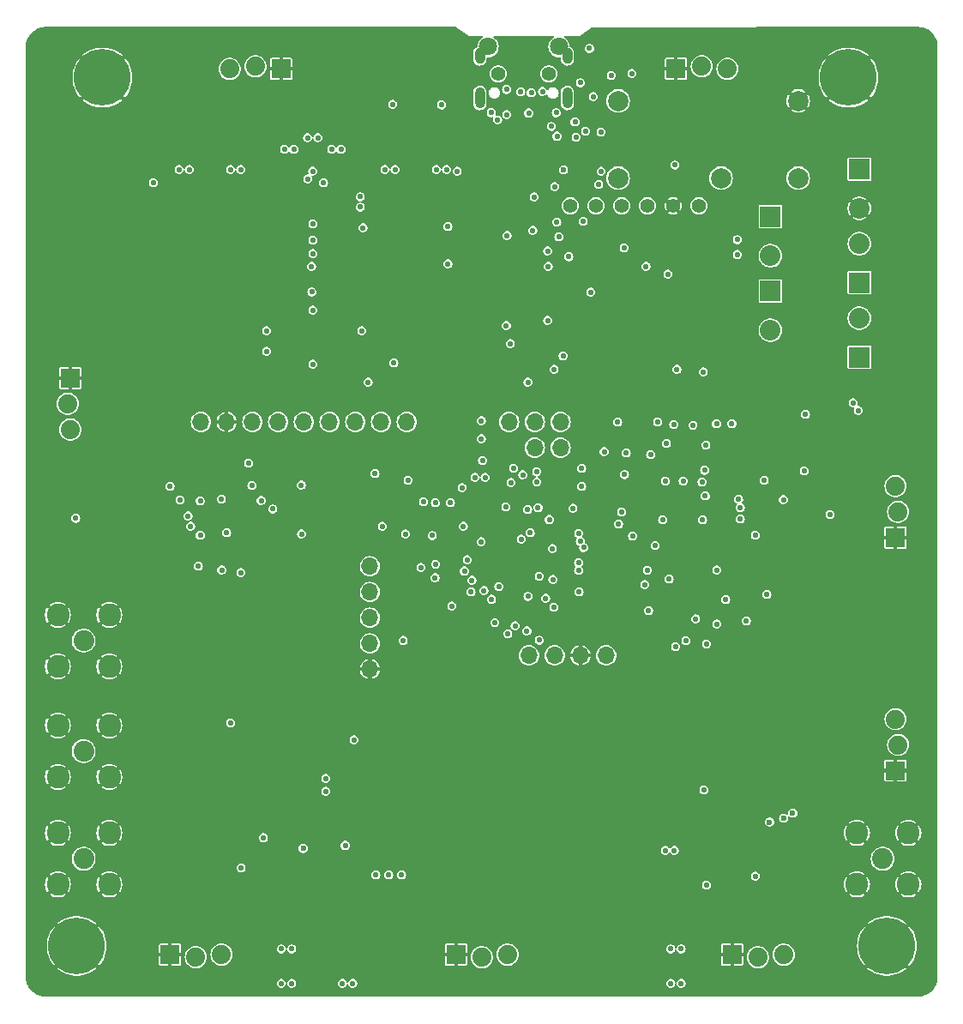
<source format=gbr>
%TF.GenerationSoftware,KiCad,Pcbnew,7.0.9*%
%TF.CreationDate,2024-01-23T11:42:20+00:00*%
%TF.ProjectId,mainboard,6d61696e-626f-4617-9264-2e6b69636164,rev?*%
%TF.SameCoordinates,Original*%
%TF.FileFunction,Copper,L2,Inr*%
%TF.FilePolarity,Positive*%
%FSLAX46Y46*%
G04 Gerber Fmt 4.6, Leading zero omitted, Abs format (unit mm)*
G04 Created by KiCad (PCBNEW 7.0.9) date 2024-01-23 11:42:20*
%MOMM*%
%LPD*%
G01*
G04 APERTURE LIST*
%TA.AperFunction,ComponentPad*%
%ADD10C,1.800000*%
%TD*%
%TA.AperFunction,ComponentPad*%
%ADD11C,1.408000*%
%TD*%
%TA.AperFunction,ComponentPad*%
%ADD12R,1.879600X1.879600*%
%TD*%
%TA.AperFunction,ComponentPad*%
%ADD13C,1.879600*%
%TD*%
%TA.AperFunction,ComponentPad*%
%ADD14R,2.032000X2.032000*%
%TD*%
%TA.AperFunction,ComponentPad*%
%ADD15C,2.032000*%
%TD*%
%TA.AperFunction,ComponentPad*%
%ADD16O,1.700000X1.700000*%
%TD*%
%TA.AperFunction,ComponentPad*%
%ADD17C,5.600000*%
%TD*%
%TA.AperFunction,ComponentPad*%
%ADD18O,1.000000X2.100000*%
%TD*%
%TA.AperFunction,ComponentPad*%
%ADD19O,1.000000X1.600000*%
%TD*%
%TA.AperFunction,ComponentPad*%
%ADD20C,2.006600*%
%TD*%
%TA.AperFunction,ComponentPad*%
%ADD21C,2.050000*%
%TD*%
%TA.AperFunction,ComponentPad*%
%ADD22C,2.250000*%
%TD*%
%TA.AperFunction,ComponentPad*%
%ADD23C,1.400000*%
%TD*%
%TA.AperFunction,ViaPad*%
%ADD24C,0.584200*%
%TD*%
%TA.AperFunction,ViaPad*%
%ADD25C,0.600000*%
%TD*%
G04 APERTURE END LIST*
D10*
%TO.N,GNDREF*%
%TO.C,J11*%
X52712500Y93865700D03*
X45712500Y93865700D03*
D11*
%TO.N,N/C*%
X51712500Y91165700D03*
X46712500Y91165700D03*
%TD*%
D12*
%TO.N,GND*%
%TO.C,JP11*%
X4464000Y61140504D03*
D13*
%TO.N,VSOLAR*%
X4210000Y58600504D03*
%TO.N,/Burn Wires/VBURN1*%
X4464000Y56060504D03*
%TD*%
D12*
%TO.N,GND*%
%TO.C,JP12*%
X85933000Y45392504D03*
D13*
%TO.N,VSOLAR*%
X86187000Y47932504D03*
%TO.N,/Burn Wires/VBURN2*%
X85933000Y50472504D03*
%TD*%
D12*
%TO.N,GND*%
%TO.C,JP13*%
X14312900Y4229100D03*
D13*
%TO.N,VSOLAR*%
X16852900Y3975100D03*
%TO.N,Net-(JP13-Pad3)*%
X19392900Y4229100D03*
%TD*%
D12*
%TO.N,GND*%
%TO.C,JP9*%
X25269500Y91663004D03*
D13*
%TO.N,VSOLAR*%
X22729500Y91917004D03*
%TO.N,Net-(JP9-Pad3)*%
X20189500Y91663004D03*
%TD*%
D14*
%TO.N,VCHRG*%
%TO.C,J3*%
X82372000Y70557804D03*
D15*
%TO.N,GNDREF*%
X82372000Y74413404D03*
%TD*%
D14*
%TO.N,VCHRG*%
%TO.C,J4*%
X82372000Y63202204D03*
D15*
%TO.N,GNDREF*%
X82372000Y67057804D03*
%TD*%
D16*
%TO.N,3.3V*%
%TO.C,J2*%
X34048700Y42557700D03*
%TO.N,SWDIO*%
X34048700Y40017700D03*
%TO.N,SWCLK*%
X34048700Y37477700D03*
%TO.N,~{RESET}*%
X34048700Y34937700D03*
%TO.N,GND*%
X34048700Y32397700D03*
%TD*%
%TO.N,3.3V*%
%TO.C,J8*%
X17360900Y56807100D03*
%TO.N,GND*%
X19900900Y56807100D03*
%TO.N,MOSI*%
X22440900Y56807100D03*
%TO.N,SCK*%
X24980900Y56807100D03*
%TO.N,MISO*%
X27520900Y56807100D03*
%TO.N,PB23*%
X30060900Y56807100D03*
%TO.N,PB22*%
X32600900Y56807100D03*
%TO.N,PA20*%
X35140900Y56807100D03*
%TO.N,PA22*%
X37680900Y56807100D03*
%TD*%
D17*
%TO.N,GND*%
%TO.C,H1*%
X7630000Y90805000D03*
%TD*%
%TO.N,GND*%
%TO.C,H2*%
X5090000Y5080000D03*
%TD*%
%TO.N,GND*%
%TO.C,H3*%
X85090000Y5080000D03*
%TD*%
%TO.N,GND*%
%TO.C,H4*%
X81290000Y90805000D03*
%TD*%
D12*
%TO.N,GND*%
%TO.C,JP15*%
X85940900Y22390100D03*
D13*
%TO.N,VSOLAR*%
X86194900Y24930100D03*
%TO.N,Net-(JP15-Pad3)*%
X85940900Y27470100D03*
%TD*%
D12*
%TO.N,GND*%
%TO.C,JP14*%
X69811900Y4229100D03*
D13*
%TO.N,VSOLAR*%
X72351900Y3975100D03*
%TO.N,Net-(JP14-Pad3)*%
X74891900Y4229100D03*
%TD*%
D18*
%TO.N,GNDREF*%
%TO.C,J13*%
X53540500Y88787300D03*
D19*
X53540500Y92937300D03*
D18*
X44900500Y88787300D03*
D19*
X44900500Y92937300D03*
%TD*%
D20*
%TO.N,VBATT*%
%TO.C,U16*%
X58556200Y80889004D03*
%TO.N,Net-(D4-PadA)*%
X58556200Y88509004D03*
%TO.N,/Burn Wires/VBURN_A_IN*%
X68716200Y80889004D03*
%TO.N,GND*%
X76336200Y88509004D03*
%TO.N,VBATT*%
X76336200Y80889004D03*
%TD*%
D21*
%TO.N,/RF and GPS/RF2_ANT*%
%TO.C,J12*%
X84670900Y13690004D03*
D22*
%TO.N,GND*%
X82130900Y16230004D03*
X82130900Y11150004D03*
X87210900Y16230004D03*
X87210900Y11150004D03*
%TD*%
D21*
%TO.N,RF1_ANT*%
%TO.C,J7*%
X5775000Y13690004D03*
D22*
%TO.N,GND*%
X3235000Y16230004D03*
X3235000Y11150004D03*
X8315000Y16230004D03*
X8315000Y11150004D03*
%TD*%
D16*
%TO.N,PA17*%
%TO.C,J15*%
X50317400Y54267100D03*
%TO.N,PA16*%
X52857400Y54267100D03*
%TD*%
%TO.N,PB17*%
%TO.C,J9*%
X47777400Y56807100D03*
%TO.N,PB16*%
X50317400Y56807100D03*
%TO.N,PA19*%
X52857400Y56807100D03*
%TD*%
D12*
%TO.N,GND*%
%TO.C,JP8*%
X42545000Y4229100D03*
D13*
%TO.N,VSOLAR*%
X45085000Y3975100D03*
%TO.N,Net-(JP8-Pad3)*%
X47625000Y4229100D03*
%TD*%
D16*
%TO.N,DAC0*%
%TO.C,J10*%
X49745900Y33769300D03*
%TO.N,AIN5*%
X52285900Y33769300D03*
%TO.N,GND*%
X54825900Y33769300D03*
%TO.N,3.3V*%
X57365900Y33769300D03*
%TD*%
D12*
%TO.N,GND*%
%TO.C,JP10*%
X64268000Y91663004D03*
D13*
%TO.N,VSOLAR*%
X66808000Y91917004D03*
%TO.N,Net-(JP10-Pad3)*%
X69348000Y91663004D03*
%TD*%
D21*
%TO.N,Net-(J6-Pad1)*%
%TO.C,J6*%
X5775000Y35225392D03*
D22*
%TO.N,GND*%
X3235000Y37765392D03*
X3235000Y32685392D03*
X8315000Y37765392D03*
X8315000Y32685392D03*
%TD*%
D21*
%TO.N,Net-(J5-Pad1)*%
%TO.C,J5*%
X5775000Y24315204D03*
D22*
%TO.N,GND*%
X3235000Y26855204D03*
X3235000Y21775204D03*
X8315000Y26855204D03*
X8315000Y21775204D03*
%TD*%
D14*
%TO.N,VCHRG*%
%TO.C,J16*%
X73581000Y77080404D03*
D15*
%TO.N,Net-(J16-Pad2)*%
X73581000Y73224804D03*
%TD*%
D14*
%TO.N,Net-(J16-Pad2)*%
%TO.C,J17*%
X73581000Y69724804D03*
D15*
%TO.N,VBATT_SENSE*%
X73581000Y65869204D03*
%TD*%
D23*
%TO.N,Net-(C37-Pad2)*%
%TO.C,J14*%
X53809900Y78143100D03*
%TO.N,VBATT*%
X56349900Y78143100D03*
%TO.N,Net-(C39-Pad2)*%
X58889900Y78143100D03*
%TO.N,VCHRG*%
X61429900Y78143100D03*
%TO.N,GND*%
X63969900Y78143100D03*
%TO.N,GNDREF*%
X66509900Y78143100D03*
%TD*%
D14*
%TO.N,GNDREF*%
%TO.C,J18*%
X82372000Y81749900D03*
D15*
%TO.N,GND*%
X82372000Y77894300D03*
%TD*%
D24*
%TO.N,GND*%
X31302000Y32400404D03*
X17484400Y32248004D03*
X17433600Y28285604D03*
X13725200Y26327100D03*
X10169200Y30825604D03*
X17484400Y31079604D03*
X20405400Y32502004D03*
X15249200Y33314804D03*
X16319500Y26202804D03*
X16316000Y33314804D03*
X10169200Y29809604D03*
X20405400Y29555604D03*
X20405400Y31028804D03*
X73720000Y50282004D03*
X17484400Y33314804D03*
X14185900Y33314804D03*
X10169200Y28793604D03*
X17433600Y29250804D03*
X72430000Y48327604D03*
X73025137Y47724504D03*
X14919000Y28692004D03*
X14919000Y30851004D03*
X12760000Y28692004D03*
X12760000Y30851004D03*
X25206000Y14849004D03*
D25*
X16344900Y13627100D03*
X14566900Y13627100D03*
X9872980Y14591540D03*
X11137900Y11452100D03*
X12407900Y11452100D03*
X11137900Y12722100D03*
X12407900Y12722100D03*
X11142980Y17080740D03*
X13682980Y14591540D03*
X13682980Y17080740D03*
X11142980Y14591540D03*
X12412980Y17080740D03*
X12412980Y15810740D03*
X13682980Y15810740D03*
X11142980Y15810740D03*
X12412980Y14591540D03*
D24*
X16344900Y27241500D03*
D25*
X79971900Y14643100D03*
X81368900Y12899900D03*
X78193900Y14516100D03*
X79971900Y16675100D03*
X78193900Y16675100D03*
X78701900Y11468100D03*
X79336900Y15659100D03*
X78701900Y9944100D03*
X79971900Y12865100D03*
X81368900Y14643100D03*
D24*
X9563100Y23406100D03*
X10629900Y23406100D03*
X12153900Y24930100D03*
X11391900Y24168100D03*
X13169900Y24676100D03*
X11645900Y23152100D03*
X12407900Y23914100D03*
X10121900Y36360100D03*
X11137900Y35852100D03*
X12661900Y34328100D03*
X11899900Y35090100D03*
X12915900Y35344100D03*
X12153900Y36106100D03*
X11137900Y36868100D03*
X10017760Y37381180D03*
X56476900Y74841100D03*
X46756923Y34206180D03*
X41668700Y34206180D03*
X9839960Y34274760D03*
X10571480Y33543240D03*
X11231880Y32699960D03*
X10363200Y25841960D03*
X9631680Y25110440D03*
X11023600Y26685240D03*
D25*
X15455900Y12738100D03*
X9867900Y12722100D03*
X13677900Y11452100D03*
X13677900Y9944100D03*
X17233900Y7531100D03*
X13677900Y7531100D03*
X14947900Y7531100D03*
X16090900Y7531100D03*
X12407900Y7531100D03*
X11137900Y7531100D03*
X12407900Y9944100D03*
X11137900Y9944100D03*
X18249900Y7531100D03*
X15455900Y14591540D03*
X18249900Y12484100D03*
D24*
X12915900Y25692100D03*
X13931900Y25311100D03*
X13296900Y33693100D03*
X13804900Y34455100D03*
X13825778Y29769950D03*
D25*
X77431900Y12738100D03*
X79971900Y11468100D03*
X77050900Y14516100D03*
X80606900Y9182100D03*
X74510928Y56426100D03*
X13677900Y8801100D03*
X12407900Y8801100D03*
X11137900Y8801100D03*
X18249900Y11452100D03*
D24*
X16852900Y11444200D03*
X65747900Y19469100D03*
X65747900Y18371100D03*
X64477900Y18371100D03*
X64477900Y12947100D03*
X65747900Y12947100D03*
D25*
X71637900Y15659100D03*
X20543000Y20675600D03*
X21932900Y20675600D03*
X21297900Y22263100D03*
X21297900Y19342100D03*
X72031420Y20675600D03*
X70446900Y20739100D03*
X73421320Y20675600D03*
X77637900Y15659100D03*
X77050900Y16675100D03*
X75399900Y15659100D03*
D24*
X59222570Y40819724D03*
X69938904Y42202100D03*
X71080021Y46493380D03*
X65747900Y11849100D03*
X32976820Y80335120D03*
X64198500Y46329600D03*
X75653900Y42202074D03*
X47840900Y78016100D03*
X8470910Y42964100D03*
X60794900Y45397698D03*
X64891920Y56888380D03*
X62890400Y47853600D03*
X61937900Y62141100D03*
X12661878Y81572100D03*
X46773298Y39409245D03*
X78955890Y45377100D03*
X78447900Y52108154D03*
X72268408Y10357270D03*
X67017481Y48552100D03*
X64477900Y19469100D03*
X38823900Y31153100D03*
X44451162Y48425092D03*
X80098900Y57823108D03*
X61544438Y45578027D03*
X69303900Y19723100D03*
X15299996Y42456100D03*
X51904900Y50584110D03*
X79400412Y49250600D03*
X43141900Y45123100D03*
X64477900Y11849100D03*
X59524900Y43472100D03*
X34886900Y90144600D03*
X23329900Y81953100D03*
X57746900Y40369511D03*
X64703315Y41209247D03*
X72351900Y50316122D03*
X41363900Y90716132D03*
X29324300Y28257500D03*
X3742320Y44634201D03*
X62699900Y48615600D03*
X52158900Y42760906D03*
X43769280Y81950560D03*
X27266900Y78524100D03*
X67525900Y46393100D03*
X65239900Y72682110D03*
X20408900Y28232100D03*
X38696900Y35217100D03*
X16852900Y12484100D03*
%TO.N,3.3V*%
X34632900Y12103100D03*
X64773420Y1386100D03*
X63746620Y1386100D03*
X32346900Y1386100D03*
X26520930Y83731100D03*
X25287600Y1386100D03*
X26314400Y1386100D03*
X66954400Y61760100D03*
X64973200Y50975260D03*
X61302900Y72174046D03*
X41109900Y88112600D03*
X12661900Y80429100D03*
X31330900Y1386100D03*
X29464010Y80424519D03*
X37553900Y45758100D03*
X37172900Y12103100D03*
X50766980Y41579800D03*
X42655889Y81568536D03*
X62948339Y47144752D03*
X16344900Y46520094D03*
X34548607Y51727100D03*
X64350900Y62014064D03*
X50641722Y48345210D03*
X43141900Y50330100D03*
X31601605Y15007395D03*
X53111400Y63347600D03*
X62203345Y44603655D03*
X67081400Y52044600D03*
X35902900Y12103100D03*
X46776478Y40572700D03*
X54648098Y42151300D03*
X25615900Y83731100D03*
%TO.N,ENAB_BURN2*%
X77050900Y57569100D03*
X54089300Y48298102D03*
%TO.N,ENAB_BURN1*%
X4998200Y47302004D03*
X43366495Y42104505D03*
%TO.N,ENAB_GPS*%
X23521654Y15772144D03*
X44113900Y41183500D03*
%TO.N,SWCLK*%
X43649900Y43218100D03*
%TO.N,SWDIO*%
X40526233Y42758279D03*
%TO.N,~{RESET}*%
X37325300Y35242500D03*
X45017647Y44986554D03*
X39331898Y48933116D03*
%TO.N,VBATT*%
X31175960Y83733640D03*
X30270930Y83733640D03*
D25*
X73494900Y17310100D03*
X75780900Y18199100D03*
X74891900Y17691100D03*
D24*
X70446900Y49187100D03*
X51587400Y73698100D03*
X51587400Y66840100D03*
X49641760Y60746638D03*
X67148100Y49520714D03*
%TO.N,USB_D+*%
X51955702Y85991700D03*
X44411900Y51346062D03*
X48933094Y89395300D03*
%TO.N,USB_D-*%
X52514502Y85026500D03*
X45427900Y51346100D03*
X49720496Y87312500D03*
%TO.N,BURN_RELAY_A*%
X54663340Y45811440D03*
X63461896Y71412100D03*
%TO.N,/Burn Wires/VBURN_A_IN*%
X82257900Y57950100D03*
X81749858Y58712100D03*
%TO.N,Net-(D4-PadA)*%
X64149900Y82181700D03*
%TO.N,DAC0*%
X45300900Y40170100D03*
%TO.N,/Avionics/BATTERY*%
X66886246Y47155104D03*
X51396900Y39408100D03*
%TO.N,MISO*%
X61556900Y38201600D03*
X22386573Y50543483D03*
X28409900Y74739499D03*
X27266892Y50584092D03*
X51752500Y47180500D03*
%TO.N,SCK*%
X66192390Y37376100D03*
X17290933Y49021570D03*
X28282900Y72174100D03*
X23302664Y49051146D03*
X49872922Y45885100D03*
%TO.N,MOSI*%
X68287900Y36868100D03*
X48983896Y45250100D03*
X24447501Y48221900D03*
X28303220Y69646800D03*
X15294262Y49102081D03*
%TO.N,FLASH_SCK*%
X54635400Y42900600D03*
X63588900Y41313100D03*
%TO.N,FLASH_IO3*%
X52108100Y41262300D03*
X61429900Y42167191D03*
%TO.N,FLASH_MOSI*%
X54698900Y40043100D03*
X61175900Y40761964D03*
%TO.N,Net-(C12-Pad2)*%
X40195900Y45603100D03*
%TO.N,Net-(C27-Pad1)*%
X53682900Y73126600D03*
X59143894Y74015592D03*
%TO.N,Net-(R6-Pad2)*%
X68287900Y42202100D03*
X52209549Y38514156D03*
%TO.N,Net-(R11-Pad1)*%
X76923900Y51981116D03*
X72959847Y51042157D03*
%TO.N,Net-(R16-Pad1)*%
X70610832Y47235100D03*
%TO.N,Net-(R16-Pad2)*%
X70604426Y48345100D03*
%TO.N,Net-(R42-Pad2)*%
X37807900Y51063515D03*
%TO.N,WDT_WDI*%
X45162459Y53008549D03*
%TO.N,~{CHRG}*%
X49643962Y39594075D03*
X72097900Y45631100D03*
%TO.N,RX*%
X29679900Y21628100D03*
X42125902Y38646100D03*
%TO.N,TX*%
X44030900Y40043100D03*
X29679900Y20358098D03*
%TO.N,PB17*%
X47967900Y50838100D03*
X23837900Y65824068D03*
X47904410Y64554100D03*
%TO.N,PA22*%
X45046904Y55156094D03*
X33362900Y75984100D03*
%TO.N,PA20*%
X47459900Y48425126D03*
X28409900Y76365100D03*
%TO.N,PB22*%
X41998900Y48834685D03*
X33235900Y65824118D03*
%TO.N,PB23*%
X28409900Y62522100D03*
X23837900Y63792100D03*
X40500300Y48834685D03*
%TO.N,PA19*%
X47586900Y75222100D03*
X41744900Y76111100D03*
X41744900Y72428100D03*
X49136245Y51589961D03*
X28409900Y73444100D03*
%TO.N,PB16*%
X28409900Y67856100D03*
X47510700Y66332098D03*
X48221900Y52235100D03*
%TO.N,Net-(R24-Pad1)*%
X32473900Y25438100D03*
X20281900Y27089092D03*
%TO.N,RF1_RST*%
X40474900Y41440100D03*
X19411036Y42202100D03*
%TO.N,RF1_CS*%
X21297900Y41948100D03*
X39077900Y42456100D03*
%TO.N,RF1_IO0*%
X46370519Y37008964D03*
D25*
X27457400Y14706600D03*
D24*
%TO.N,RF2_RST*%
X73240900Y39789100D03*
X52051471Y44312173D03*
%TO.N,RF2_CS*%
X49542700Y36182300D03*
X71208900Y37185600D03*
X64223900Y34645600D03*
%TO.N,USB_CC2*%
X47544410Y87160100D03*
%TO.N,USB_CC1*%
X49974496Y89319100D03*
%TO.N,GNDREF*%
X55725049Y93684233D03*
X70319900Y73342600D03*
X46017178Y87353140D03*
X52692300Y75095100D03*
X70319900Y74815600D03*
X50126944Y75730100D03*
X52438300Y87337900D03*
D25*
X53149500Y81699096D03*
D24*
X50253900Y79032100D03*
%TO.N,VBUS_IN*%
X54825900Y90296990D03*
X47523400Y89636594D03*
X51079416Y89446100D03*
X46647104Y86652100D03*
X56095900Y88938116D03*
X56857900Y85432900D03*
%TO.N,SCL*%
X54805098Y45042350D03*
X64048640Y56558180D03*
X59352180Y53748940D03*
%TO.N,SDA*%
X54952900Y52235100D03*
X68262478Y56624518D03*
X55143863Y44417002D03*
%TO.N,Net-(C36-Pad1)*%
X52285900Y80048100D03*
%TO.N,Net-(C36-Pad2)*%
X56629300Y80251300D03*
%TO.N,RF1_IO4*%
X21323300Y12788900D03*
X46036687Y39306500D03*
%TO.N,Net-(D1-Pad4)*%
X45046900Y56934100D03*
X36283900Y88176100D03*
%TO.N,Net-(C25-Pad2)*%
X74863000Y49139004D03*
X79463900Y47663100D03*
%TO.N,Net-(C37-Pad2)*%
X52488732Y76542532D03*
%TO.N,Net-(C39-Pad2)*%
X55105300Y76619100D03*
%TO.N,SD_CS*%
X43268900Y46520114D03*
X19365113Y49194956D03*
X22059900Y52743100D03*
X35267900Y46520100D03*
%TO.N,Net-(R41-Pad1)*%
X59969400Y45567600D03*
%TO.N,/Power/3V3_EN*%
X52222400Y62014100D03*
X55841900Y69634052D03*
%TO.N,SCL_IMU*%
X61755020Y53582560D03*
X58889900Y47917100D03*
%TO.N,Net-(Q12-Pad6)*%
X62445900Y56807100D03*
%TO.N,SDA_IMU*%
X57170322Y53888640D03*
X58590180Y46743620D03*
%TO.N,Net-(Q13-Pad6)*%
X58508900Y56807100D03*
%TO.N,MISO_RF1*%
X19900900Y45885100D03*
X27293000Y45758100D03*
%TO.N,Net-(Q12-Pad2)*%
X59171840Y51615340D03*
%TO.N,Net-(Q13-Pad2)*%
X54952900Y50457100D03*
%TO.N,MOSI_RF2*%
X67271900Y34899600D03*
%TO.N,SCK_RF2*%
X69176888Y39281100D03*
%TO.N,SCL_PWR*%
X55336440Y85529420D03*
X65930780Y56481980D03*
X63207900Y50965100D03*
%TO.N,SDA_PWR*%
X54397944Y84935050D03*
X69773802Y56644540D03*
X66827404Y50901600D03*
%TO.N,MISO_RF2*%
X65239874Y35217100D03*
%TO.N,Net-(Q18-Pad2)*%
X63319660Y54692560D03*
%TO.N,Net-(Q19-Pad2)*%
X67213480Y54533800D03*
%TO.N,VBUS_RESET*%
X51650900Y72174100D03*
X49618900Y48171110D03*
%TO.N,STAT*%
X57873900Y91033598D03*
X54292500Y86423500D03*
%TO.N,/Power/REGN*%
X56868092Y81569306D03*
X59905900Y91224100D03*
%TO.N,/Power/V_RF*%
X63746620Y4786100D03*
X64773420Y4786100D03*
X26314400Y4786100D03*
X25287600Y4786100D03*
X63207900Y14516100D03*
X64096900Y14516100D03*
%TO.N,ENAB_RF*%
X67017900Y20485100D03*
X50761900Y35264715D03*
%TO.N,MOSI_SD*%
X16090900Y47536100D03*
%TO.N,SCK_SD*%
X17294217Y45632265D03*
%TO.N,MISO_SD*%
X17106900Y42583100D03*
X14312900Y50457100D03*
%TO.N,/RF and GPS/PYLD12_VDD*%
X21295360Y81737200D03*
X20279348Y81737200D03*
X33083500Y79044800D03*
X33083500Y78028788D03*
X27901900Y80810100D03*
X41615360Y81737200D03*
X28395930Y81572158D03*
X40599348Y81737200D03*
%TO.N,/RF and GPS/PYLD34_VDD*%
X15199360Y81737200D03*
X16215372Y81737200D03*
X27887930Y84874100D03*
X36535372Y81737200D03*
X35519360Y81737200D03*
X28903930Y84874100D03*
%TO.N,RF2_IO0*%
X67271900Y11087094D03*
X47650400Y35915608D03*
%TO.N,RF2_IO4*%
X48380988Y36692693D03*
X72097900Y11976100D03*
%TO.N,PA16*%
X33870900Y60744100D03*
X50518900Y50901604D03*
%TO.N,PA17*%
X36410926Y62649100D03*
X50507914Y51917600D03*
%TD*%
%TA.AperFunction,Conductor*%
%TO.N,GND*%
G36*
X42590591Y95795838D02*
G01*
X43827647Y94927001D01*
X43830189Y94925047D01*
X43847520Y94910504D01*
X43855050Y94910504D01*
X43874619Y94907913D01*
X43881888Y94905954D01*
X43881890Y94905956D01*
X43891412Y94906774D01*
X43908297Y94910504D01*
X45133399Y94910504D01*
X45181737Y94892911D01*
X45207457Y94848362D01*
X45198524Y94797704D01*
X45168849Y94768985D01*
X45145967Y94756754D01*
X45124706Y94745390D01*
X44964384Y94613816D01*
X44832810Y94453494D01*
X44735038Y94270575D01*
X44735037Y94270571D01*
X44674833Y94072104D01*
X44656917Y93890196D01*
X44634670Y93843816D01*
X44622374Y93834074D01*
X44481017Y93744366D01*
X44368093Y93624113D01*
X44288624Y93479560D01*
X44247600Y93319779D01*
X44247600Y92596227D01*
X44263085Y92473641D01*
X44263086Y92473637D01*
X44323809Y92320269D01*
X44323811Y92320264D01*
X44323812Y92320263D01*
X44420774Y92186807D01*
X44547878Y92081657D01*
X44547879Y92081657D01*
X44547880Y92081656D01*
X44547883Y92081654D01*
X44595108Y92059432D01*
X44697139Y92011420D01*
X44697141Y92011420D01*
X44697143Y92011419D01*
X44754909Y92000400D01*
X44859178Y91980510D01*
X45023814Y91990868D01*
X45180701Y92041843D01*
X45319982Y92130234D01*
X45432905Y92250485D01*
X45512376Y92395041D01*
X45553400Y92554820D01*
X45553400Y92740405D01*
X45570993Y92788743D01*
X45615542Y92814463D01*
X45635967Y92815243D01*
X45712500Y92807705D01*
X45918905Y92828034D01*
X46117377Y92888240D01*
X46300291Y92986009D01*
X46460615Y93117585D01*
X46592191Y93277909D01*
X46689960Y93460823D01*
X46750166Y93659295D01*
X46770495Y93865700D01*
X46750166Y94072105D01*
X46689960Y94270577D01*
X46592191Y94453491D01*
X46592189Y94453494D01*
X46460615Y94613816D01*
X46300293Y94745390D01*
X46296053Y94747657D01*
X46256150Y94768985D01*
X46221816Y94807286D01*
X46220132Y94858698D01*
X46251890Y94899164D01*
X46291601Y94910504D01*
X52133399Y94910504D01*
X52181737Y94892911D01*
X52207457Y94848362D01*
X52198524Y94797704D01*
X52168849Y94768985D01*
X52145967Y94756754D01*
X52124706Y94745390D01*
X51964384Y94613816D01*
X51832810Y94453494D01*
X51735038Y94270575D01*
X51735037Y94270571D01*
X51674833Y94072104D01*
X51654505Y93865700D01*
X51674833Y93659297D01*
X51735037Y93460830D01*
X51735038Y93460826D01*
X51832810Y93277907D01*
X51964384Y93117585D01*
X52124706Y92986011D01*
X52124707Y92986011D01*
X52124709Y92986009D01*
X52149996Y92972493D01*
X52307625Y92888239D01*
X52307629Y92888238D01*
X52353022Y92874469D01*
X52506095Y92828034D01*
X52712500Y92807705D01*
X52805030Y92816819D01*
X52854858Y92804048D01*
X52884821Y92762236D01*
X52887600Y92741981D01*
X52887600Y92596227D01*
X52903085Y92473641D01*
X52903086Y92473637D01*
X52963809Y92320269D01*
X52963811Y92320264D01*
X52963812Y92320263D01*
X53060774Y92186807D01*
X53187878Y92081657D01*
X53187879Y92081657D01*
X53187880Y92081656D01*
X53187883Y92081654D01*
X53235108Y92059432D01*
X53337139Y92011420D01*
X53337141Y92011420D01*
X53337143Y92011419D01*
X53394909Y92000400D01*
X53499178Y91980510D01*
X53663814Y91990868D01*
X53820701Y92041843D01*
X53959982Y92130234D01*
X54072905Y92250485D01*
X54152376Y92395041D01*
X54193400Y92554820D01*
X54193400Y93278375D01*
X54177914Y93400960D01*
X54177913Y93400964D01*
X54117190Y93554332D01*
X54117188Y93554337D01*
X54040931Y93659295D01*
X54022812Y93684233D01*
X55275473Y93684233D01*
X55293684Y93557571D01*
X55346841Y93441175D01*
X55346842Y93441174D01*
X55430639Y93344466D01*
X55430641Y93344465D01*
X55538287Y93275284D01*
X55625628Y93249639D01*
X55661068Y93239233D01*
X55661071Y93239233D01*
X55789027Y93239233D01*
X55789030Y93239233D01*
X55911810Y93275284D01*
X56019459Y93344466D01*
X56103256Y93441174D01*
X56156414Y93557573D01*
X56174625Y93684233D01*
X56156414Y93810893D01*
X56146895Y93831736D01*
X56103256Y93927292D01*
X56103254Y93927294D01*
X56019461Y94023998D01*
X56019456Y94024002D01*
X55911810Y94093183D01*
X55789032Y94129233D01*
X55789030Y94129233D01*
X55661068Y94129233D01*
X55661065Y94129233D01*
X55538287Y94093183D01*
X55430641Y94024002D01*
X55430636Y94023998D01*
X55346843Y93927294D01*
X55346841Y93927292D01*
X55293684Y93810896D01*
X55275473Y93684233D01*
X54022812Y93684233D01*
X54020226Y93687793D01*
X53984350Y93717472D01*
X53893122Y93792943D01*
X53810682Y93831737D01*
X53774437Y93868237D01*
X53767864Y93892406D01*
X53750166Y94072105D01*
X53689960Y94270577D01*
X53592191Y94453491D01*
X53592189Y94453494D01*
X53460615Y94613816D01*
X53300293Y94745390D01*
X53296053Y94747657D01*
X53256150Y94768985D01*
X53221816Y94807286D01*
X53220132Y94858698D01*
X53251890Y94899164D01*
X53291601Y94910504D01*
X54665052Y94910504D01*
X54668337Y94910360D01*
X54690783Y94908393D01*
X54690783Y94908394D01*
X54690784Y94908393D01*
X54697053Y94912782D01*
X54714457Y94921841D01*
X54721645Y94924456D01*
X54721647Y94924460D01*
X54729203Y94930799D01*
X54740675Y94943318D01*
X55944401Y95785926D01*
X55987497Y95799519D01*
X88168776Y95809500D01*
X88171208Y95809421D01*
X88418745Y95793197D01*
X88423614Y95792556D01*
X88665689Y95744403D01*
X88670429Y95743133D01*
X88904148Y95663796D01*
X88908673Y95661922D01*
X89130034Y95552759D01*
X89134298Y95550297D01*
X89339513Y95413177D01*
X89343419Y95410180D01*
X89528972Y95247454D01*
X89532453Y95243973D01*
X89695179Y95058420D01*
X89698176Y95054514D01*
X89835296Y94849299D01*
X89837758Y94845035D01*
X89946916Y94623685D01*
X89948800Y94619136D01*
X90028130Y94385435D01*
X90029405Y94380679D01*
X90077554Y94138618D01*
X90078197Y94133737D01*
X90094419Y93886229D01*
X90094500Y93883770D01*
X90094500Y2001231D01*
X90094419Y1998772D01*
X90078197Y1751264D01*
X90077554Y1746383D01*
X90029405Y1504322D01*
X90028130Y1499566D01*
X89948800Y1265865D01*
X89946916Y1261316D01*
X89837758Y1039966D01*
X89835296Y1035702D01*
X89698176Y830487D01*
X89695179Y826581D01*
X89532453Y641028D01*
X89528972Y637547D01*
X89343419Y474821D01*
X89339513Y471824D01*
X89134298Y334704D01*
X89130034Y332242D01*
X88908684Y223084D01*
X88904135Y221200D01*
X88670434Y141870D01*
X88665678Y140595D01*
X88423617Y92446D01*
X88418736Y91803D01*
X88171228Y75581D01*
X88168769Y75500D01*
X2001231Y75500D01*
X1998772Y75581D01*
X1751263Y91803D01*
X1746382Y92446D01*
X1504321Y140595D01*
X1499565Y141870D01*
X1382714Y181535D01*
X1265859Y221202D01*
X1261319Y223083D01*
X1145997Y279953D01*
X1039965Y332242D01*
X1035701Y334704D01*
X830486Y471824D01*
X826580Y474821D01*
X641027Y637547D01*
X637546Y641028D01*
X474820Y826581D01*
X471823Y830487D01*
X334703Y1035702D01*
X332241Y1039966D01*
X312469Y1080060D01*
X223078Y1261327D01*
X221204Y1265852D01*
X180385Y1386100D01*
X24838024Y1386100D01*
X24856235Y1259438D01*
X24909392Y1143042D01*
X24909393Y1143041D01*
X24993190Y1046333D01*
X25009732Y1035702D01*
X25100838Y977151D01*
X25188179Y951506D01*
X25223619Y941100D01*
X25223622Y941100D01*
X25351578Y941100D01*
X25351581Y941100D01*
X25474361Y977151D01*
X25582010Y1046333D01*
X25665807Y1143041D01*
X25718965Y1259440D01*
X25726565Y1312305D01*
X25750859Y1357645D01*
X25798614Y1376763D01*
X25847486Y1360712D01*
X25874606Y1317002D01*
X25875431Y1312321D01*
X25879758Y1282229D01*
X25883035Y1259437D01*
X25936192Y1143042D01*
X25936193Y1143041D01*
X26019990Y1046333D01*
X26036532Y1035702D01*
X26127638Y977151D01*
X26214979Y951506D01*
X26250419Y941100D01*
X26250422Y941100D01*
X26378378Y941100D01*
X26378381Y941100D01*
X26501161Y977151D01*
X26608810Y1046333D01*
X26692607Y1143041D01*
X26745765Y1259440D01*
X26763976Y1386100D01*
X30881324Y1386100D01*
X30899535Y1259438D01*
X30952692Y1143042D01*
X30952693Y1143041D01*
X31036490Y1046333D01*
X31053032Y1035702D01*
X31144138Y977151D01*
X31231479Y951506D01*
X31266919Y941100D01*
X31266922Y941100D01*
X31394878Y941100D01*
X31394881Y941100D01*
X31517661Y977151D01*
X31625310Y1046333D01*
X31709107Y1143041D01*
X31762265Y1259440D01*
X31764465Y1274747D01*
X31788759Y1320087D01*
X31836514Y1339205D01*
X31885386Y1323154D01*
X31912506Y1279444D01*
X31913332Y1274762D01*
X31914549Y1266293D01*
X31915535Y1259437D01*
X31968692Y1143042D01*
X31968693Y1143041D01*
X32052490Y1046333D01*
X32069032Y1035702D01*
X32160138Y977151D01*
X32247479Y951506D01*
X32282919Y941100D01*
X32282922Y941100D01*
X32410878Y941100D01*
X32410881Y941100D01*
X32533661Y977151D01*
X32641310Y1046333D01*
X32725107Y1143041D01*
X32778265Y1259440D01*
X32796476Y1386100D01*
X63297044Y1386100D01*
X63315255Y1259438D01*
X63368412Y1143042D01*
X63368413Y1143041D01*
X63452210Y1046333D01*
X63468752Y1035702D01*
X63559858Y977151D01*
X63647199Y951506D01*
X63682639Y941100D01*
X63682642Y941100D01*
X63810598Y941100D01*
X63810601Y941100D01*
X63933381Y977151D01*
X64041030Y1046333D01*
X64124827Y1143041D01*
X64177985Y1259440D01*
X64185585Y1312305D01*
X64209879Y1357645D01*
X64257634Y1376763D01*
X64306506Y1360712D01*
X64333626Y1317002D01*
X64334451Y1312321D01*
X64338778Y1282229D01*
X64342055Y1259437D01*
X64395212Y1143042D01*
X64395213Y1143041D01*
X64479010Y1046333D01*
X64495552Y1035702D01*
X64586658Y977151D01*
X64673999Y951506D01*
X64709439Y941100D01*
X64709442Y941100D01*
X64837398Y941100D01*
X64837401Y941100D01*
X64960181Y977151D01*
X65067830Y1046333D01*
X65151627Y1143041D01*
X65204785Y1259440D01*
X65222996Y1386100D01*
X65204785Y1512760D01*
X65204783Y1512764D01*
X65151627Y1629159D01*
X65151625Y1629161D01*
X65067832Y1725865D01*
X65067827Y1725869D01*
X64960181Y1795050D01*
X64837403Y1831100D01*
X64837401Y1831100D01*
X64709439Y1831100D01*
X64709436Y1831100D01*
X64586658Y1795050D01*
X64479012Y1725869D01*
X64479007Y1725865D01*
X64395214Y1629161D01*
X64395212Y1629159D01*
X64342055Y1512763D01*
X64334455Y1459898D01*
X64310161Y1414556D01*
X64262406Y1395438D01*
X64213534Y1411489D01*
X64186414Y1455199D01*
X64185585Y1459898D01*
X64177985Y1512760D01*
X64177983Y1512764D01*
X64124827Y1629159D01*
X64124825Y1629161D01*
X64041032Y1725865D01*
X64041027Y1725869D01*
X63933381Y1795050D01*
X63810603Y1831100D01*
X63810601Y1831100D01*
X63682639Y1831100D01*
X63682636Y1831100D01*
X63559858Y1795050D01*
X63452212Y1725869D01*
X63452207Y1725865D01*
X63368414Y1629161D01*
X63368412Y1629159D01*
X63315255Y1512763D01*
X63297044Y1386100D01*
X32796476Y1386100D01*
X32778265Y1512760D01*
X32778263Y1512764D01*
X32725107Y1629159D01*
X32725105Y1629161D01*
X32641312Y1725865D01*
X32641307Y1725869D01*
X32533661Y1795050D01*
X32410883Y1831100D01*
X32410881Y1831100D01*
X32282919Y1831100D01*
X32282916Y1831100D01*
X32160138Y1795050D01*
X32052492Y1725869D01*
X32052487Y1725865D01*
X31968694Y1629161D01*
X31968692Y1629159D01*
X31915536Y1512764D01*
X31915536Y1512763D01*
X31915535Y1512760D01*
X31913334Y1497454D01*
X31889041Y1452114D01*
X31841285Y1432996D01*
X31792414Y1449047D01*
X31765294Y1492757D01*
X31764467Y1497439D01*
X31762265Y1512760D01*
X31709107Y1629159D01*
X31625310Y1725867D01*
X31585792Y1751264D01*
X31517661Y1795050D01*
X31394883Y1831100D01*
X31394881Y1831100D01*
X31266919Y1831100D01*
X31266916Y1831100D01*
X31144138Y1795050D01*
X31036492Y1725869D01*
X31036487Y1725865D01*
X30952694Y1629161D01*
X30952692Y1629159D01*
X30899535Y1512763D01*
X30881324Y1386100D01*
X26763976Y1386100D01*
X26745765Y1512760D01*
X26745763Y1512764D01*
X26692607Y1629159D01*
X26692605Y1629161D01*
X26608812Y1725865D01*
X26608807Y1725869D01*
X26501161Y1795050D01*
X26378383Y1831100D01*
X26378381Y1831100D01*
X26250419Y1831100D01*
X26250416Y1831100D01*
X26127638Y1795050D01*
X26019992Y1725869D01*
X26019987Y1725865D01*
X25936194Y1629161D01*
X25936192Y1629159D01*
X25883035Y1512763D01*
X25875435Y1459898D01*
X25851141Y1414556D01*
X25803386Y1395438D01*
X25754514Y1411489D01*
X25727394Y1455199D01*
X25726565Y1459898D01*
X25718965Y1512760D01*
X25718963Y1512764D01*
X25665807Y1629159D01*
X25665805Y1629161D01*
X25582012Y1725865D01*
X25582007Y1725869D01*
X25474361Y1795050D01*
X25351583Y1831100D01*
X25351581Y1831100D01*
X25223619Y1831100D01*
X25223616Y1831100D01*
X25100838Y1795050D01*
X24993192Y1725869D01*
X24993187Y1725865D01*
X24909394Y1629161D01*
X24909392Y1629159D01*
X24856235Y1512763D01*
X24838024Y1386100D01*
X180385Y1386100D01*
X141867Y1499571D01*
X140597Y1504311D01*
X92444Y1746386D01*
X91803Y1751255D01*
X82836Y1888065D01*
X75581Y1998772D01*
X75500Y2001232D01*
X75500Y5080000D01*
X2132597Y5080000D01*
X2152593Y4736669D01*
X2212312Y4397983D01*
X2310952Y4068503D01*
X2447169Y3752718D01*
X2619123Y3454884D01*
X2824496Y3179021D01*
X2824504Y3179012D01*
X2879388Y3120837D01*
X2879389Y3120837D01*
X3839301Y4080749D01*
X3955130Y3945130D01*
X4090747Y3829303D01*
X3131085Y2869641D01*
X3323949Y2707807D01*
X3323957Y2707801D01*
X3611298Y2518814D01*
X3918635Y2364465D01*
X3918640Y2364462D01*
X4241806Y2246840D01*
X4576443Y2167529D01*
X4576454Y2167527D01*
X4918034Y2127601D01*
X4918035Y2127600D01*
X5261965Y2127600D01*
X5261965Y2127601D01*
X5603545Y2167527D01*
X5603556Y2167529D01*
X5938193Y2246840D01*
X6261359Y2364462D01*
X6261364Y2364465D01*
X6568701Y2518814D01*
X6856042Y2707801D01*
X6856050Y2707807D01*
X7048913Y2869641D01*
X6089252Y3829302D01*
X6224870Y3945130D01*
X6340698Y4080748D01*
X7300609Y3120837D01*
X7355501Y3179018D01*
X7355504Y3179022D01*
X7426427Y3274288D01*
X13220700Y3274288D01*
X13229541Y3229838D01*
X13229542Y3229836D01*
X13263226Y3179427D01*
X13313635Y3145743D01*
X13313637Y3145742D01*
X13358087Y3136900D01*
X14135100Y3136900D01*
X14135100Y3751831D01*
X14168308Y3736665D01*
X14276566Y3721100D01*
X14349234Y3721100D01*
X14457492Y3736665D01*
X14490700Y3751831D01*
X14490700Y3136900D01*
X15267713Y3136900D01*
X15312162Y3145742D01*
X15312164Y3145743D01*
X15362573Y3179427D01*
X15396257Y3229836D01*
X15396258Y3229838D01*
X15405100Y3274288D01*
X15405100Y3975098D01*
X15755519Y3975098D01*
X15774204Y3773453D01*
X15829621Y3578686D01*
X15829626Y3578673D01*
X15919885Y3397407D01*
X16041922Y3235803D01*
X16041925Y3235800D01*
X16191577Y3099373D01*
X16191579Y3099372D01*
X16191580Y3099371D01*
X16363755Y2992765D01*
X16552587Y2919611D01*
X16751646Y2882400D01*
X16751650Y2882400D01*
X16954150Y2882400D01*
X16954154Y2882400D01*
X17153213Y2919611D01*
X17342045Y2992765D01*
X17514220Y3099371D01*
X17663874Y3235799D01*
X17785912Y3397403D01*
X17876177Y3578680D01*
X17931596Y3773457D01*
X17950281Y3975100D01*
X17946500Y4015899D01*
X17941626Y4068503D01*
X17931596Y4176743D01*
X17916700Y4229098D01*
X18295519Y4229098D01*
X18314204Y4027453D01*
X18369621Y3832686D01*
X18369626Y3832673D01*
X18459885Y3651407D01*
X18581922Y3489803D01*
X18581925Y3489800D01*
X18731577Y3353373D01*
X18731579Y3353372D01*
X18731580Y3353371D01*
X18903755Y3246765D01*
X19092587Y3173611D01*
X19291646Y3136400D01*
X19291650Y3136400D01*
X19494150Y3136400D01*
X19494154Y3136400D01*
X19693213Y3173611D01*
X19882045Y3246765D01*
X19926496Y3274288D01*
X41452800Y3274288D01*
X41461641Y3229838D01*
X41461642Y3229836D01*
X41495326Y3179427D01*
X41545735Y3145743D01*
X41545737Y3145742D01*
X41590187Y3136900D01*
X42367200Y3136900D01*
X42367200Y3751831D01*
X42400408Y3736665D01*
X42508666Y3721100D01*
X42581334Y3721100D01*
X42689592Y3736665D01*
X42722800Y3751831D01*
X42722800Y3136900D01*
X43499813Y3136900D01*
X43544262Y3145742D01*
X43544264Y3145743D01*
X43594673Y3179427D01*
X43628357Y3229836D01*
X43628358Y3229838D01*
X43637200Y3274288D01*
X43637200Y3975098D01*
X43987619Y3975098D01*
X44006304Y3773453D01*
X44061721Y3578686D01*
X44061726Y3578673D01*
X44151985Y3397407D01*
X44274022Y3235803D01*
X44274025Y3235800D01*
X44423677Y3099373D01*
X44423679Y3099372D01*
X44423680Y3099371D01*
X44595855Y2992765D01*
X44784687Y2919611D01*
X44983746Y2882400D01*
X44983750Y2882400D01*
X45186250Y2882400D01*
X45186254Y2882400D01*
X45385313Y2919611D01*
X45574145Y2992765D01*
X45746320Y3099371D01*
X45895974Y3235799D01*
X46018012Y3397403D01*
X46108277Y3578680D01*
X46163696Y3773457D01*
X46182381Y3975100D01*
X46178600Y4015899D01*
X46173726Y4068503D01*
X46163696Y4176743D01*
X46148800Y4229098D01*
X46527619Y4229098D01*
X46546304Y4027453D01*
X46601721Y3832686D01*
X46601726Y3832673D01*
X46691985Y3651407D01*
X46814022Y3489803D01*
X46814025Y3489800D01*
X46963677Y3353373D01*
X46963679Y3353372D01*
X46963680Y3353371D01*
X47135855Y3246765D01*
X47324687Y3173611D01*
X47523746Y3136400D01*
X47523750Y3136400D01*
X47726250Y3136400D01*
X47726254Y3136400D01*
X47925313Y3173611D01*
X48114145Y3246765D01*
X48158596Y3274288D01*
X68719700Y3274288D01*
X68728541Y3229838D01*
X68728542Y3229836D01*
X68762226Y3179427D01*
X68812635Y3145743D01*
X68812637Y3145742D01*
X68857087Y3136900D01*
X69634100Y3136900D01*
X69634100Y3751831D01*
X69667308Y3736665D01*
X69775566Y3721100D01*
X69848234Y3721100D01*
X69956492Y3736665D01*
X69989700Y3751831D01*
X69989700Y3136900D01*
X70766713Y3136900D01*
X70811162Y3145742D01*
X70811164Y3145743D01*
X70861573Y3179427D01*
X70895257Y3229836D01*
X70895258Y3229838D01*
X70904100Y3274288D01*
X70904100Y3975098D01*
X71254519Y3975098D01*
X71273204Y3773453D01*
X71328621Y3578686D01*
X71328626Y3578673D01*
X71418885Y3397407D01*
X71540922Y3235803D01*
X71540925Y3235800D01*
X71690577Y3099373D01*
X71690579Y3099372D01*
X71690580Y3099371D01*
X71862755Y2992765D01*
X72051587Y2919611D01*
X72250646Y2882400D01*
X72250650Y2882400D01*
X72453150Y2882400D01*
X72453154Y2882400D01*
X72652213Y2919611D01*
X72841045Y2992765D01*
X73013220Y3099371D01*
X73162874Y3235799D01*
X73284912Y3397403D01*
X73375177Y3578680D01*
X73430596Y3773457D01*
X73449281Y3975100D01*
X73445500Y4015899D01*
X73440626Y4068503D01*
X73430596Y4176743D01*
X73415700Y4229098D01*
X73794519Y4229098D01*
X73813204Y4027453D01*
X73868621Y3832686D01*
X73868626Y3832673D01*
X73958885Y3651407D01*
X74080922Y3489803D01*
X74080925Y3489800D01*
X74230577Y3353373D01*
X74230579Y3353372D01*
X74230580Y3353371D01*
X74402755Y3246765D01*
X74591587Y3173611D01*
X74790646Y3136400D01*
X74790650Y3136400D01*
X74993150Y3136400D01*
X74993154Y3136400D01*
X75192213Y3173611D01*
X75381045Y3246765D01*
X75553220Y3353371D01*
X75702874Y3489799D01*
X75824912Y3651403D01*
X75915177Y3832680D01*
X75961540Y3995632D01*
X75970595Y4027453D01*
X75970595Y4027454D01*
X75970596Y4027457D01*
X75989281Y4229100D01*
X75970596Y4430743D01*
X75967307Y4442301D01*
X75935869Y4552794D01*
X75915177Y4625520D01*
X75897584Y4660852D01*
X75824914Y4806794D01*
X75819052Y4814556D01*
X75784812Y4859898D01*
X75702877Y4968398D01*
X75702874Y4968401D01*
X75580457Y5080000D01*
X82132597Y5080000D01*
X82152593Y4736669D01*
X82212312Y4397983D01*
X82310952Y4068503D01*
X82447169Y3752718D01*
X82619123Y3454884D01*
X82824496Y3179021D01*
X82824504Y3179012D01*
X82879388Y3120837D01*
X82879389Y3120837D01*
X83839301Y4080749D01*
X83955130Y3945130D01*
X84090747Y3829303D01*
X83131085Y2869641D01*
X83323949Y2707807D01*
X83323957Y2707801D01*
X83611298Y2518814D01*
X83918635Y2364465D01*
X83918640Y2364462D01*
X84241806Y2246840D01*
X84576443Y2167529D01*
X84576454Y2167527D01*
X84918034Y2127601D01*
X84918035Y2127600D01*
X85261965Y2127600D01*
X85261965Y2127601D01*
X85603545Y2167527D01*
X85603556Y2167529D01*
X85938193Y2246840D01*
X86261359Y2364462D01*
X86261364Y2364465D01*
X86568701Y2518814D01*
X86856042Y2707801D01*
X86856050Y2707807D01*
X87048913Y2869641D01*
X86089252Y3829302D01*
X86224870Y3945130D01*
X86340698Y4080748D01*
X87300609Y3120837D01*
X87355501Y3179018D01*
X87355504Y3179022D01*
X87560876Y3454884D01*
X87732830Y3752718D01*
X87869047Y4068503D01*
X87967687Y4397983D01*
X88027406Y4736669D01*
X88047402Y5080000D01*
X88027406Y5423332D01*
X87967687Y5762018D01*
X87869047Y6091498D01*
X87732830Y6407283D01*
X87560876Y6705117D01*
X87355504Y6980979D01*
X87355502Y6980982D01*
X87300610Y7039165D01*
X86340697Y6079253D01*
X86224870Y6214870D01*
X86089251Y6330699D01*
X87048913Y7290361D01*
X86856041Y7452200D01*
X86568701Y7641187D01*
X86261364Y7795536D01*
X86261359Y7795539D01*
X85938193Y7913161D01*
X85603556Y7992472D01*
X85603545Y7992474D01*
X85261966Y8032400D01*
X84918034Y8032400D01*
X84576454Y7992474D01*
X84576443Y7992472D01*
X84241806Y7913161D01*
X83918640Y7795539D01*
X83918635Y7795536D01*
X83611298Y7641187D01*
X83323958Y7452200D01*
X83131085Y7290361D01*
X84090747Y6330699D01*
X83955130Y6214870D01*
X83839301Y6079253D01*
X82879389Y7039165D01*
X82824498Y6980982D01*
X82824495Y6980978D01*
X82619123Y6705117D01*
X82447169Y6407283D01*
X82310952Y6091498D01*
X82212312Y5762018D01*
X82152593Y5423332D01*
X82132597Y5080000D01*
X75580457Y5080000D01*
X75553222Y5104828D01*
X75381049Y5211433D01*
X75381046Y5211434D01*
X75381045Y5211435D01*
X75192213Y5284589D01*
X74993154Y5321800D01*
X74790646Y5321800D01*
X74631398Y5292032D01*
X74591586Y5284589D01*
X74402750Y5211433D01*
X74230577Y5104828D01*
X74080925Y4968401D01*
X74080922Y4968398D01*
X73958885Y4806794D01*
X73868626Y4625528D01*
X73868621Y4625515D01*
X73813204Y4430748D01*
X73794519Y4229103D01*
X73794519Y4229098D01*
X73415700Y4229098D01*
X73375177Y4371520D01*
X73345685Y4430748D01*
X73284914Y4552794D01*
X73162877Y4714398D01*
X73162874Y4714401D01*
X73013222Y4850828D01*
X72841049Y4957433D01*
X72841046Y4957434D01*
X72841045Y4957435D01*
X72652213Y5030589D01*
X72453154Y5067800D01*
X72250646Y5067800D01*
X72091398Y5038032D01*
X72051586Y5030589D01*
X71862750Y4957433D01*
X71690577Y4850828D01*
X71540925Y4714401D01*
X71540922Y4714398D01*
X71418885Y4552794D01*
X71328626Y4371528D01*
X71328621Y4371515D01*
X71273204Y4176748D01*
X71254519Y3975103D01*
X71254519Y3975098D01*
X70904100Y3975098D01*
X70904100Y4051300D01*
X70289140Y4051300D01*
X70319900Y4156061D01*
X70319900Y4302139D01*
X70289140Y4406900D01*
X70904100Y4406900D01*
X70904100Y5183913D01*
X70895258Y5228363D01*
X70895257Y5228365D01*
X70861573Y5278774D01*
X70811164Y5312458D01*
X70811162Y5312459D01*
X70766713Y5321300D01*
X69989700Y5321300D01*
X69989700Y4706370D01*
X69956492Y4721535D01*
X69848234Y4737100D01*
X69775566Y4737100D01*
X69667308Y4721535D01*
X69634100Y4706370D01*
X69634100Y5321300D01*
X68857087Y5321300D01*
X68812637Y5312459D01*
X68812635Y5312458D01*
X68762226Y5278774D01*
X68728542Y5228365D01*
X68728541Y5228363D01*
X68719700Y5183913D01*
X68719700Y4406900D01*
X69334660Y4406900D01*
X69303900Y4302139D01*
X69303900Y4156061D01*
X69334660Y4051300D01*
X68719700Y4051300D01*
X68719700Y3274288D01*
X48158596Y3274288D01*
X48286320Y3353371D01*
X48435974Y3489799D01*
X48558012Y3651403D01*
X48648277Y3832680D01*
X48694640Y3995632D01*
X48703695Y4027453D01*
X48703695Y4027454D01*
X48703696Y4027457D01*
X48722381Y4229100D01*
X48703696Y4430743D01*
X48700407Y4442301D01*
X48668969Y4552794D01*
X48648277Y4625520D01*
X48630684Y4660852D01*
X48568318Y4786100D01*
X63297044Y4786100D01*
X63315255Y4659438D01*
X63368412Y4543042D01*
X63368413Y4543041D01*
X63452210Y4446333D01*
X63485309Y4425062D01*
X63559858Y4377151D01*
X63647199Y4351506D01*
X63682639Y4341100D01*
X63682642Y4341100D01*
X63810598Y4341100D01*
X63810601Y4341100D01*
X63933381Y4377151D01*
X64041030Y4446333D01*
X64124827Y4543041D01*
X64177985Y4659440D01*
X64185585Y4712305D01*
X64209879Y4757645D01*
X64257634Y4776763D01*
X64306506Y4760712D01*
X64333626Y4717002D01*
X64334451Y4712321D01*
X64338778Y4682229D01*
X64342055Y4659437D01*
X64395212Y4543042D01*
X64395213Y4543041D01*
X64479010Y4446333D01*
X64512109Y4425062D01*
X64586658Y4377151D01*
X64673999Y4351506D01*
X64709439Y4341100D01*
X64709442Y4341100D01*
X64837398Y4341100D01*
X64837401Y4341100D01*
X64960181Y4377151D01*
X65067830Y4446333D01*
X65151627Y4543041D01*
X65204785Y4659440D01*
X65222996Y4786100D01*
X65204785Y4912760D01*
X65184383Y4957433D01*
X65151627Y5029159D01*
X65151625Y5029161D01*
X65067832Y5125865D01*
X65067827Y5125869D01*
X64960181Y5195050D01*
X64837403Y5231100D01*
X64837401Y5231100D01*
X64709439Y5231100D01*
X64709436Y5231100D01*
X64586658Y5195050D01*
X64479012Y5125869D01*
X64479007Y5125865D01*
X64395214Y5029161D01*
X64395212Y5029159D01*
X64342055Y4912763D01*
X64334455Y4859898D01*
X64310161Y4814556D01*
X64262406Y4795438D01*
X64213534Y4811489D01*
X64186414Y4855199D01*
X64185585Y4859898D01*
X64177985Y4912760D01*
X64157583Y4957433D01*
X64124827Y5029159D01*
X64124825Y5029161D01*
X64041032Y5125865D01*
X64041027Y5125869D01*
X63933381Y5195050D01*
X63810603Y5231100D01*
X63810601Y5231100D01*
X63682639Y5231100D01*
X63682636Y5231100D01*
X63559858Y5195050D01*
X63452212Y5125869D01*
X63452207Y5125865D01*
X63368414Y5029161D01*
X63368412Y5029159D01*
X63315255Y4912763D01*
X63297044Y4786100D01*
X48568318Y4786100D01*
X48558014Y4806794D01*
X48552152Y4814556D01*
X48517912Y4859898D01*
X48435977Y4968398D01*
X48435974Y4968401D01*
X48286322Y5104828D01*
X48114149Y5211433D01*
X48114146Y5211434D01*
X48114145Y5211435D01*
X47925313Y5284589D01*
X47726254Y5321800D01*
X47523746Y5321800D01*
X47364498Y5292032D01*
X47324686Y5284589D01*
X47135850Y5211433D01*
X46963677Y5104828D01*
X46814025Y4968401D01*
X46814022Y4968398D01*
X46691985Y4806794D01*
X46601726Y4625528D01*
X46601721Y4625515D01*
X46546304Y4430748D01*
X46527619Y4229103D01*
X46527619Y4229098D01*
X46148800Y4229098D01*
X46108277Y4371520D01*
X46078785Y4430748D01*
X46018014Y4552794D01*
X45895977Y4714398D01*
X45895974Y4714401D01*
X45746322Y4850828D01*
X45574149Y4957433D01*
X45574146Y4957434D01*
X45574145Y4957435D01*
X45385313Y5030589D01*
X45186254Y5067800D01*
X44983746Y5067800D01*
X44824498Y5038032D01*
X44784686Y5030589D01*
X44595850Y4957433D01*
X44423677Y4850828D01*
X44274025Y4714401D01*
X44274022Y4714398D01*
X44151985Y4552794D01*
X44061726Y4371528D01*
X44061721Y4371515D01*
X44006304Y4176748D01*
X43987619Y3975103D01*
X43987619Y3975098D01*
X43637200Y3975098D01*
X43637200Y4051300D01*
X43022240Y4051300D01*
X43053000Y4156061D01*
X43053000Y4302139D01*
X43022240Y4406900D01*
X43637200Y4406900D01*
X43637200Y5183913D01*
X43628358Y5228363D01*
X43628357Y5228365D01*
X43594673Y5278774D01*
X43544264Y5312458D01*
X43544262Y5312459D01*
X43499813Y5321300D01*
X42722800Y5321300D01*
X42722800Y4706370D01*
X42689592Y4721535D01*
X42581334Y4737100D01*
X42508666Y4737100D01*
X42400408Y4721535D01*
X42367200Y4706370D01*
X42367200Y5321300D01*
X41590187Y5321300D01*
X41545737Y5312459D01*
X41545735Y5312458D01*
X41495326Y5278774D01*
X41461642Y5228365D01*
X41461641Y5228363D01*
X41452800Y5183913D01*
X41452800Y4406900D01*
X42067760Y4406900D01*
X42037000Y4302139D01*
X42037000Y4156061D01*
X42067760Y4051300D01*
X41452800Y4051300D01*
X41452800Y3274288D01*
X19926496Y3274288D01*
X20054220Y3353371D01*
X20203874Y3489799D01*
X20325912Y3651403D01*
X20416177Y3832680D01*
X20462540Y3995632D01*
X20471595Y4027453D01*
X20471595Y4027454D01*
X20471596Y4027457D01*
X20490281Y4229100D01*
X20471596Y4430743D01*
X20468307Y4442301D01*
X20436869Y4552794D01*
X20416177Y4625520D01*
X20398584Y4660852D01*
X20336218Y4786100D01*
X24838024Y4786100D01*
X24856235Y4659438D01*
X24909392Y4543042D01*
X24909393Y4543041D01*
X24993190Y4446333D01*
X25026289Y4425062D01*
X25100838Y4377151D01*
X25188179Y4351506D01*
X25223619Y4341100D01*
X25223622Y4341100D01*
X25351578Y4341100D01*
X25351581Y4341100D01*
X25474361Y4377151D01*
X25582010Y4446333D01*
X25665807Y4543041D01*
X25718965Y4659440D01*
X25726565Y4712305D01*
X25750859Y4757645D01*
X25798614Y4776763D01*
X25847486Y4760712D01*
X25874606Y4717002D01*
X25875431Y4712321D01*
X25879758Y4682229D01*
X25883035Y4659437D01*
X25936192Y4543042D01*
X25936193Y4543041D01*
X26019990Y4446333D01*
X26053089Y4425062D01*
X26127638Y4377151D01*
X26214979Y4351506D01*
X26250419Y4341100D01*
X26250422Y4341100D01*
X26378378Y4341100D01*
X26378381Y4341100D01*
X26501161Y4377151D01*
X26608810Y4446333D01*
X26692607Y4543041D01*
X26745765Y4659440D01*
X26763976Y4786100D01*
X26745765Y4912760D01*
X26725363Y4957433D01*
X26692607Y5029159D01*
X26692605Y5029161D01*
X26608812Y5125865D01*
X26608807Y5125869D01*
X26501161Y5195050D01*
X26378383Y5231100D01*
X26378381Y5231100D01*
X26250419Y5231100D01*
X26250416Y5231100D01*
X26127638Y5195050D01*
X26019992Y5125869D01*
X26019987Y5125865D01*
X25936194Y5029161D01*
X25936192Y5029159D01*
X25883035Y4912763D01*
X25875435Y4859898D01*
X25851141Y4814556D01*
X25803386Y4795438D01*
X25754514Y4811489D01*
X25727394Y4855199D01*
X25726565Y4859898D01*
X25718965Y4912760D01*
X25698563Y4957433D01*
X25665807Y5029159D01*
X25665805Y5029161D01*
X25582012Y5125865D01*
X25582007Y5125869D01*
X25474361Y5195050D01*
X25351583Y5231100D01*
X25351581Y5231100D01*
X25223619Y5231100D01*
X25223616Y5231100D01*
X25100838Y5195050D01*
X24993192Y5125869D01*
X24993187Y5125865D01*
X24909394Y5029161D01*
X24909392Y5029159D01*
X24856235Y4912763D01*
X24838024Y4786100D01*
X20336218Y4786100D01*
X20325914Y4806794D01*
X20320052Y4814556D01*
X20285812Y4859898D01*
X20203877Y4968398D01*
X20203874Y4968401D01*
X20054222Y5104828D01*
X19882049Y5211433D01*
X19882046Y5211434D01*
X19882045Y5211435D01*
X19693213Y5284589D01*
X19494154Y5321800D01*
X19291646Y5321800D01*
X19132398Y5292032D01*
X19092586Y5284589D01*
X18903750Y5211433D01*
X18731577Y5104828D01*
X18581925Y4968401D01*
X18581922Y4968398D01*
X18459885Y4806794D01*
X18369626Y4625528D01*
X18369621Y4625515D01*
X18314204Y4430748D01*
X18295519Y4229103D01*
X18295519Y4229098D01*
X17916700Y4229098D01*
X17876177Y4371520D01*
X17846685Y4430748D01*
X17785914Y4552794D01*
X17663877Y4714398D01*
X17663874Y4714401D01*
X17514222Y4850828D01*
X17342049Y4957433D01*
X17342046Y4957434D01*
X17342045Y4957435D01*
X17153213Y5030589D01*
X16954154Y5067800D01*
X16751646Y5067800D01*
X16592398Y5038032D01*
X16552586Y5030589D01*
X16363750Y4957433D01*
X16191577Y4850828D01*
X16041925Y4714401D01*
X16041922Y4714398D01*
X15919885Y4552794D01*
X15829626Y4371528D01*
X15829621Y4371515D01*
X15774204Y4176748D01*
X15755519Y3975103D01*
X15755519Y3975098D01*
X15405100Y3975098D01*
X15405100Y4051300D01*
X14790140Y4051300D01*
X14820900Y4156061D01*
X14820900Y4302139D01*
X14790140Y4406900D01*
X15405100Y4406900D01*
X15405100Y5183913D01*
X15396258Y5228363D01*
X15396257Y5228365D01*
X15362573Y5278774D01*
X15312164Y5312458D01*
X15312162Y5312459D01*
X15267713Y5321300D01*
X14490700Y5321300D01*
X14490700Y4706370D01*
X14457492Y4721535D01*
X14349234Y4737100D01*
X14276566Y4737100D01*
X14168308Y4721535D01*
X14135100Y4706370D01*
X14135100Y5321300D01*
X13358087Y5321300D01*
X13313637Y5312459D01*
X13313635Y5312458D01*
X13263226Y5278774D01*
X13229542Y5228365D01*
X13229541Y5228363D01*
X13220700Y5183913D01*
X13220700Y4406900D01*
X13835660Y4406900D01*
X13804900Y4302139D01*
X13804900Y4156061D01*
X13835660Y4051300D01*
X13220700Y4051300D01*
X13220700Y3274288D01*
X7426427Y3274288D01*
X7560876Y3454884D01*
X7732830Y3752718D01*
X7869047Y4068503D01*
X7967687Y4397983D01*
X8027406Y4736669D01*
X8047402Y5080000D01*
X8027406Y5423332D01*
X7967687Y5762018D01*
X7869047Y6091498D01*
X7732830Y6407283D01*
X7560876Y6705117D01*
X7355504Y6980979D01*
X7355502Y6980982D01*
X7300610Y7039165D01*
X6340697Y6079253D01*
X6224870Y6214870D01*
X6089251Y6330699D01*
X7048913Y7290361D01*
X6856041Y7452200D01*
X6568701Y7641187D01*
X6261364Y7795536D01*
X6261359Y7795539D01*
X5938193Y7913161D01*
X5603556Y7992472D01*
X5603545Y7992474D01*
X5261966Y8032400D01*
X4918034Y8032400D01*
X4576454Y7992474D01*
X4576443Y7992472D01*
X4241806Y7913161D01*
X3918640Y7795539D01*
X3918635Y7795536D01*
X3611298Y7641187D01*
X3323958Y7452200D01*
X3131085Y7290361D01*
X4090747Y6330699D01*
X3955130Y6214870D01*
X3839301Y6079253D01*
X2879389Y7039165D01*
X2824498Y6980982D01*
X2824495Y6980978D01*
X2619123Y6705117D01*
X2447169Y6407283D01*
X2310952Y6091498D01*
X2212312Y5762018D01*
X2152593Y5423332D01*
X2132597Y5080000D01*
X75500Y5080000D01*
X75500Y11150004D01*
X1952721Y11150004D01*
X1972201Y10927344D01*
X2030052Y10711440D01*
X2030053Y10711436D01*
X2124512Y10508867D01*
X2124516Y10508860D01*
X2214251Y10380705D01*
X2214252Y10380704D01*
X2519144Y10685596D01*
X2527316Y10670182D01*
X2647009Y10529269D01*
X2771258Y10434818D01*
X2465698Y10129258D01*
X2465699Y10129257D01*
X2593855Y10039521D01*
X2593862Y10039517D01*
X2796431Y9945058D01*
X2796435Y9945057D01*
X3012339Y9887206D01*
X3235000Y9867726D01*
X3457660Y9887206D01*
X3673564Y9945057D01*
X3673568Y9945058D01*
X3876137Y10039516D01*
X3876137Y10039517D01*
X4004299Y10129257D01*
X4004300Y10129258D01*
X3697358Y10436200D01*
X3752431Y10469335D01*
X3886658Y10596481D01*
X3948604Y10687846D01*
X4255746Y10380704D01*
X4255747Y10380705D01*
X4345487Y10508867D01*
X4345488Y10508867D01*
X4439946Y10711436D01*
X4439947Y10711440D01*
X4497798Y10927344D01*
X4517278Y11150004D01*
X7032721Y11150004D01*
X7052201Y10927344D01*
X7110052Y10711440D01*
X7110053Y10711436D01*
X7204512Y10508867D01*
X7204516Y10508860D01*
X7294251Y10380705D01*
X7294252Y10380704D01*
X7599144Y10685596D01*
X7607316Y10670182D01*
X7727009Y10529269D01*
X7851258Y10434818D01*
X7545698Y10129258D01*
X7545699Y10129257D01*
X7673855Y10039521D01*
X7673862Y10039517D01*
X7876431Y9945058D01*
X7876435Y9945057D01*
X8092339Y9887206D01*
X8315000Y9867726D01*
X8537660Y9887206D01*
X8753564Y9945057D01*
X8753568Y9945058D01*
X8956137Y10039516D01*
X8956137Y10039517D01*
X9084299Y10129257D01*
X9084300Y10129258D01*
X8777358Y10436200D01*
X8832431Y10469335D01*
X8966658Y10596481D01*
X9028604Y10687846D01*
X9335746Y10380704D01*
X9335747Y10380705D01*
X9425487Y10508867D01*
X9425488Y10508867D01*
X9519946Y10711436D01*
X9519947Y10711440D01*
X9577798Y10927344D01*
X9591774Y11087094D01*
X66822324Y11087094D01*
X66840535Y10960432D01*
X66893692Y10844036D01*
X66893693Y10844035D01*
X66977490Y10747327D01*
X66977492Y10747326D01*
X67085138Y10678145D01*
X67172479Y10652500D01*
X67207919Y10642094D01*
X67207922Y10642094D01*
X67335878Y10642094D01*
X67335881Y10642094D01*
X67458661Y10678145D01*
X67566310Y10747327D01*
X67650107Y10844035D01*
X67703265Y10960434D01*
X67721476Y11087094D01*
X67712431Y11150004D01*
X80848621Y11150004D01*
X80868101Y10927344D01*
X80925952Y10711440D01*
X80925953Y10711436D01*
X81020412Y10508867D01*
X81020416Y10508860D01*
X81110151Y10380705D01*
X81110152Y10380704D01*
X81415044Y10685596D01*
X81423216Y10670182D01*
X81542909Y10529269D01*
X81667158Y10434818D01*
X81361598Y10129258D01*
X81361599Y10129257D01*
X81489755Y10039521D01*
X81489762Y10039517D01*
X81692331Y9945058D01*
X81692335Y9945057D01*
X81908239Y9887206D01*
X82130900Y9867726D01*
X82353560Y9887206D01*
X82569464Y9945057D01*
X82569468Y9945058D01*
X82772037Y10039516D01*
X82772037Y10039517D01*
X82900199Y10129257D01*
X82900200Y10129258D01*
X82593258Y10436200D01*
X82648331Y10469335D01*
X82782558Y10596481D01*
X82844504Y10687846D01*
X83151646Y10380704D01*
X83151647Y10380705D01*
X83241387Y10508867D01*
X83241388Y10508867D01*
X83335846Y10711436D01*
X83335847Y10711440D01*
X83393698Y10927344D01*
X83413178Y11150004D01*
X85928621Y11150004D01*
X85948101Y10927344D01*
X86005952Y10711440D01*
X86005953Y10711436D01*
X86100412Y10508867D01*
X86100416Y10508860D01*
X86190151Y10380705D01*
X86190152Y10380704D01*
X86495044Y10685596D01*
X86503216Y10670182D01*
X86622909Y10529269D01*
X86747158Y10434818D01*
X86441598Y10129258D01*
X86441599Y10129257D01*
X86569755Y10039521D01*
X86569762Y10039517D01*
X86772331Y9945058D01*
X86772335Y9945057D01*
X86988239Y9887206D01*
X87210900Y9867726D01*
X87433560Y9887206D01*
X87649464Y9945057D01*
X87649468Y9945058D01*
X87852037Y10039516D01*
X87852037Y10039517D01*
X87980199Y10129257D01*
X87980200Y10129258D01*
X87673258Y10436200D01*
X87728331Y10469335D01*
X87862558Y10596481D01*
X87924504Y10687846D01*
X88231646Y10380704D01*
X88231647Y10380705D01*
X88321387Y10508867D01*
X88321388Y10508867D01*
X88415846Y10711436D01*
X88415847Y10711440D01*
X88473698Y10927344D01*
X88493178Y11150004D01*
X88473698Y11372665D01*
X88415847Y11588569D01*
X88415846Y11588573D01*
X88321388Y11791140D01*
X88321385Y11791144D01*
X88231647Y11919305D01*
X88231646Y11919306D01*
X87926754Y11614415D01*
X87918584Y11629826D01*
X87798891Y11770739D01*
X87674640Y11865192D01*
X87980200Y12170752D01*
X87980199Y12170753D01*
X87852044Y12260488D01*
X87852037Y12260492D01*
X87649468Y12354951D01*
X87649464Y12354952D01*
X87433560Y12412803D01*
X87210900Y12432283D01*
X86988239Y12412803D01*
X86772335Y12354952D01*
X86772331Y12354951D01*
X86569763Y12260492D01*
X86569759Y12260489D01*
X86441599Y12170753D01*
X86441599Y12170751D01*
X86748541Y11863809D01*
X86693469Y11830673D01*
X86559242Y11703527D01*
X86497295Y11612163D01*
X86190153Y11919305D01*
X86190151Y11919305D01*
X86100415Y11791145D01*
X86100412Y11791141D01*
X86005953Y11588573D01*
X86005952Y11588569D01*
X85948101Y11372665D01*
X85928621Y11150004D01*
X83413178Y11150004D01*
X83393698Y11372665D01*
X83335847Y11588569D01*
X83335846Y11588573D01*
X83241388Y11791140D01*
X83241385Y11791144D01*
X83151647Y11919305D01*
X83151646Y11919306D01*
X82846754Y11614415D01*
X82838584Y11629826D01*
X82718891Y11770739D01*
X82594640Y11865192D01*
X82900200Y12170752D01*
X82900199Y12170753D01*
X82772044Y12260488D01*
X82772037Y12260492D01*
X82569468Y12354951D01*
X82569464Y12354952D01*
X82353560Y12412803D01*
X82130900Y12432283D01*
X81908239Y12412803D01*
X81692335Y12354952D01*
X81692331Y12354951D01*
X81489763Y12260492D01*
X81489759Y12260489D01*
X81361599Y12170753D01*
X81361599Y12170751D01*
X81668541Y11863809D01*
X81613469Y11830673D01*
X81479242Y11703527D01*
X81417295Y11612163D01*
X81110153Y11919305D01*
X81110151Y11919305D01*
X81020415Y11791145D01*
X81020412Y11791141D01*
X80925953Y11588573D01*
X80925952Y11588569D01*
X80868101Y11372665D01*
X80848621Y11150004D01*
X67712431Y11150004D01*
X67703265Y11213754D01*
X67650107Y11330153D01*
X67566310Y11426861D01*
X67566307Y11426863D01*
X67458661Y11496044D01*
X67335883Y11532094D01*
X67335881Y11532094D01*
X67207919Y11532094D01*
X67207916Y11532094D01*
X67085138Y11496044D01*
X66977492Y11426863D01*
X66977487Y11426859D01*
X66893694Y11330155D01*
X66893692Y11330153D01*
X66840535Y11213757D01*
X66822324Y11087094D01*
X9591774Y11087094D01*
X9597278Y11150004D01*
X9577798Y11372665D01*
X9519947Y11588569D01*
X9519946Y11588573D01*
X9425488Y11791140D01*
X9425485Y11791144D01*
X9335747Y11919305D01*
X9335746Y11919306D01*
X9030854Y11614415D01*
X9022684Y11629826D01*
X8902991Y11770739D01*
X8778740Y11865192D01*
X9016648Y12103100D01*
X34183324Y12103100D01*
X34201535Y11976438D01*
X34254692Y11860042D01*
X34254693Y11860041D01*
X34275642Y11835864D01*
X34332072Y11770739D01*
X34338490Y11763333D01*
X34338492Y11763332D01*
X34446138Y11694151D01*
X34533479Y11668506D01*
X34568919Y11658100D01*
X34568922Y11658100D01*
X34696878Y11658100D01*
X34696881Y11658100D01*
X34819661Y11694151D01*
X34927310Y11763333D01*
X35011107Y11860041D01*
X35064265Y11976440D01*
X35082476Y12103100D01*
X35453324Y12103100D01*
X35471535Y11976438D01*
X35524692Y11860042D01*
X35524693Y11860041D01*
X35545642Y11835864D01*
X35602072Y11770739D01*
X35608490Y11763333D01*
X35608492Y11763332D01*
X35716138Y11694151D01*
X35803479Y11668506D01*
X35838919Y11658100D01*
X35838922Y11658100D01*
X35966878Y11658100D01*
X35966881Y11658100D01*
X36089661Y11694151D01*
X36197310Y11763333D01*
X36281107Y11860041D01*
X36334265Y11976440D01*
X36352476Y12103100D01*
X36723324Y12103100D01*
X36741535Y11976438D01*
X36794692Y11860042D01*
X36794693Y11860041D01*
X36815642Y11835864D01*
X36872072Y11770739D01*
X36878490Y11763333D01*
X36878492Y11763332D01*
X36986138Y11694151D01*
X37073479Y11668506D01*
X37108919Y11658100D01*
X37108922Y11658100D01*
X37236878Y11658100D01*
X37236881Y11658100D01*
X37359661Y11694151D01*
X37467310Y11763333D01*
X37551107Y11860041D01*
X37604110Y11976100D01*
X71648324Y11976100D01*
X71666535Y11849438D01*
X71719692Y11733042D01*
X71719693Y11733041D01*
X71803490Y11636333D01*
X71803492Y11636332D01*
X71911138Y11567151D01*
X71967851Y11550499D01*
X72033919Y11531100D01*
X72033922Y11531100D01*
X72161878Y11531100D01*
X72161881Y11531100D01*
X72284661Y11567151D01*
X72392310Y11636333D01*
X72476107Y11733041D01*
X72529265Y11849440D01*
X72547476Y11976100D01*
X72529265Y12102760D01*
X72498213Y12170753D01*
X72476107Y12219159D01*
X72476105Y12219161D01*
X72466918Y12229763D01*
X72392310Y12315867D01*
X72392307Y12315869D01*
X72284661Y12385050D01*
X72161883Y12421100D01*
X72161881Y12421100D01*
X72033919Y12421100D01*
X72033916Y12421100D01*
X71911138Y12385050D01*
X71803492Y12315869D01*
X71803487Y12315865D01*
X71719694Y12219161D01*
X71719692Y12219159D01*
X71666535Y12102763D01*
X71648324Y11976100D01*
X37604110Y11976100D01*
X37604265Y11976440D01*
X37622476Y12103100D01*
X37604265Y12229760D01*
X37590231Y12260489D01*
X37551107Y12346159D01*
X37551105Y12346161D01*
X37467312Y12442865D01*
X37467307Y12442869D01*
X37359661Y12512050D01*
X37236883Y12548100D01*
X37236881Y12548100D01*
X37108919Y12548100D01*
X37108916Y12548100D01*
X36986138Y12512050D01*
X36878492Y12442869D01*
X36878487Y12442865D01*
X36794694Y12346161D01*
X36794692Y12346159D01*
X36741535Y12229763D01*
X36723324Y12103100D01*
X36352476Y12103100D01*
X36334265Y12229760D01*
X36320231Y12260489D01*
X36281107Y12346159D01*
X36281105Y12346161D01*
X36197312Y12442865D01*
X36197307Y12442869D01*
X36089661Y12512050D01*
X35966883Y12548100D01*
X35966881Y12548100D01*
X35838919Y12548100D01*
X35838916Y12548100D01*
X35716138Y12512050D01*
X35608492Y12442869D01*
X35608487Y12442865D01*
X35524694Y12346161D01*
X35524692Y12346159D01*
X35471535Y12229763D01*
X35453324Y12103100D01*
X35082476Y12103100D01*
X35064265Y12229760D01*
X35050231Y12260489D01*
X35011107Y12346159D01*
X35011105Y12346161D01*
X34927312Y12442865D01*
X34927307Y12442869D01*
X34819661Y12512050D01*
X34696883Y12548100D01*
X34696881Y12548100D01*
X34568919Y12548100D01*
X34568916Y12548100D01*
X34446138Y12512050D01*
X34338492Y12442869D01*
X34338487Y12442865D01*
X34254694Y12346161D01*
X34254692Y12346159D01*
X34201535Y12229763D01*
X34183324Y12103100D01*
X9016648Y12103100D01*
X9084300Y12170752D01*
X9084299Y12170753D01*
X8956144Y12260488D01*
X8956137Y12260492D01*
X8753568Y12354951D01*
X8753564Y12354952D01*
X8537660Y12412803D01*
X8315000Y12432283D01*
X8092339Y12412803D01*
X7876435Y12354952D01*
X7876431Y12354951D01*
X7673863Y12260492D01*
X7673859Y12260489D01*
X7545699Y12170753D01*
X7545699Y12170751D01*
X7852641Y11863809D01*
X7797569Y11830673D01*
X7663342Y11703527D01*
X7601395Y11612163D01*
X7294253Y11919305D01*
X7294251Y11919305D01*
X7204515Y11791145D01*
X7204512Y11791141D01*
X7110053Y11588573D01*
X7110052Y11588569D01*
X7052201Y11372665D01*
X7032721Y11150004D01*
X4517278Y11150004D01*
X4497798Y11372665D01*
X4439947Y11588569D01*
X4439946Y11588573D01*
X4345488Y11791140D01*
X4345485Y11791144D01*
X4255747Y11919305D01*
X4255746Y11919306D01*
X3950854Y11614415D01*
X3942684Y11629826D01*
X3822991Y11770739D01*
X3698740Y11865192D01*
X4004300Y12170752D01*
X4004299Y12170753D01*
X3876144Y12260488D01*
X3876137Y12260492D01*
X3673568Y12354951D01*
X3673564Y12354952D01*
X3457660Y12412803D01*
X3235000Y12432283D01*
X3012339Y12412803D01*
X2796435Y12354952D01*
X2796431Y12354951D01*
X2593863Y12260492D01*
X2593859Y12260489D01*
X2465699Y12170753D01*
X2465699Y12170751D01*
X2772641Y11863809D01*
X2717569Y11830673D01*
X2583342Y11703527D01*
X2521395Y11612163D01*
X2214253Y11919305D01*
X2214251Y11919305D01*
X2124515Y11791145D01*
X2124512Y11791141D01*
X2030053Y11588573D01*
X2030052Y11588569D01*
X1972201Y11372665D01*
X1952721Y11150004D01*
X75500Y11150004D01*
X75500Y13690002D01*
X4592054Y13690002D01*
X4612196Y13472638D01*
X4612197Y13472632D01*
X4671934Y13262681D01*
X4671939Y13262668D01*
X4769236Y13067267D01*
X4769238Y13067264D01*
X4769239Y13067263D01*
X4900792Y12893058D01*
X5062116Y12745993D01*
X5062118Y12745992D01*
X5062119Y12745991D01*
X5247711Y12631077D01*
X5247716Y12631074D01*
X5451271Y12552216D01*
X5665852Y12512104D01*
X5665857Y12512104D01*
X5884143Y12512104D01*
X5884148Y12512104D01*
X6098729Y12552216D01*
X6302284Y12631074D01*
X6487884Y12745993D01*
X6534951Y12788900D01*
X20873724Y12788900D01*
X20891935Y12662238D01*
X20945092Y12545842D01*
X20945093Y12545841D01*
X21028890Y12449133D01*
X21028892Y12449132D01*
X21136538Y12379951D01*
X21221679Y12354952D01*
X21259319Y12343900D01*
X21259322Y12343900D01*
X21387278Y12343900D01*
X21387281Y12343900D01*
X21510061Y12379951D01*
X21617710Y12449133D01*
X21701507Y12545841D01*
X21754665Y12662240D01*
X21772876Y12788900D01*
X21754665Y12915560D01*
X21701507Y13031959D01*
X21617710Y13128667D01*
X21617707Y13128669D01*
X21510061Y13197850D01*
X21387283Y13233900D01*
X21387281Y13233900D01*
X21259319Y13233900D01*
X21259316Y13233900D01*
X21136538Y13197850D01*
X21028892Y13128669D01*
X21028887Y13128665D01*
X20945094Y13031961D01*
X20945092Y13031959D01*
X20891935Y12915563D01*
X20873724Y12788900D01*
X6534951Y12788900D01*
X6649208Y12893058D01*
X6780761Y13067263D01*
X6878064Y13262675D01*
X6937804Y13472638D01*
X6957946Y13690002D01*
X83487954Y13690002D01*
X83508096Y13472638D01*
X83508097Y13472632D01*
X83567834Y13262681D01*
X83567839Y13262668D01*
X83665136Y13067267D01*
X83665138Y13067264D01*
X83665139Y13067263D01*
X83796692Y12893058D01*
X83958016Y12745993D01*
X83958018Y12745992D01*
X83958019Y12745991D01*
X84143611Y12631077D01*
X84143616Y12631074D01*
X84347171Y12552216D01*
X84561752Y12512104D01*
X84561757Y12512104D01*
X84780043Y12512104D01*
X84780048Y12512104D01*
X84994629Y12552216D01*
X85198184Y12631074D01*
X85383784Y12745993D01*
X85545108Y12893058D01*
X85676661Y13067263D01*
X85773964Y13262675D01*
X85833704Y13472638D01*
X85853846Y13690004D01*
X85833704Y13907370D01*
X85773964Y14117333D01*
X85696432Y14273040D01*
X85676663Y14312742D01*
X85545112Y14486945D01*
X85545111Y14486946D01*
X85545108Y14486950D01*
X85383784Y14634015D01*
X85383781Y14634017D01*
X85383780Y14634018D01*
X85198188Y14748932D01*
X85198185Y14748933D01*
X85198184Y14748934D01*
X84994629Y14827792D01*
X84994630Y14827792D01*
X84958865Y14834478D01*
X84780048Y14867904D01*
X84561752Y14867904D01*
X84418698Y14841163D01*
X84347169Y14827792D01*
X84143611Y14748932D01*
X83958020Y14634018D01*
X83958019Y14634018D01*
X83958016Y14634015D01*
X83828669Y14516100D01*
X83796687Y14486945D01*
X83665136Y14312742D01*
X83567839Y14117341D01*
X83567834Y14117328D01*
X83508097Y13907377D01*
X83508096Y13907371D01*
X83487954Y13690007D01*
X83487954Y13690002D01*
X6957946Y13690002D01*
X6957946Y13690004D01*
X6937804Y13907370D01*
X6878064Y14117333D01*
X6800532Y14273040D01*
X6780763Y14312742D01*
X6649212Y14486945D01*
X6649211Y14486946D01*
X6649208Y14486950D01*
X6487884Y14634015D01*
X6487881Y14634017D01*
X6487880Y14634018D01*
X6370656Y14706600D01*
X26999843Y14706600D01*
X27018377Y14577689D01*
X27072478Y14459227D01*
X27072480Y14459224D01*
X27157766Y14360799D01*
X27267326Y14290391D01*
X27392283Y14253700D01*
X27522517Y14253700D01*
X27647473Y14290391D01*
X27647473Y14290392D01*
X27647476Y14290392D01*
X27757036Y14360801D01*
X27842321Y14459226D01*
X27868295Y14516100D01*
X62758324Y14516100D01*
X62776535Y14389438D01*
X62829692Y14273042D01*
X62829693Y14273041D01*
X62913490Y14176333D01*
X62913492Y14176332D01*
X63021138Y14107151D01*
X63108479Y14081506D01*
X63143919Y14071100D01*
X63143922Y14071100D01*
X63271878Y14071100D01*
X63271881Y14071100D01*
X63394661Y14107151D01*
X63502310Y14176333D01*
X63586107Y14273041D01*
X63586110Y14273049D01*
X63589013Y14277563D01*
X63591465Y14275987D01*
X63620016Y14305049D01*
X63671218Y14309986D01*
X63713615Y14280857D01*
X63715589Y14277437D01*
X63715787Y14277563D01*
X63718692Y14273043D01*
X63718693Y14273041D01*
X63802490Y14176333D01*
X63802492Y14176332D01*
X63910138Y14107151D01*
X63997479Y14081506D01*
X64032919Y14071100D01*
X64032922Y14071100D01*
X64160878Y14071100D01*
X64160881Y14071100D01*
X64283661Y14107151D01*
X64391310Y14176333D01*
X64475107Y14273041D01*
X64528265Y14389440D01*
X64546476Y14516100D01*
X64528265Y14642760D01*
X64475107Y14759159D01*
X64391310Y14855867D01*
X64352615Y14880735D01*
X64283661Y14925050D01*
X64160883Y14961100D01*
X64160881Y14961100D01*
X64032919Y14961100D01*
X64032916Y14961100D01*
X63910138Y14925050D01*
X63802492Y14855869D01*
X63802487Y14855865D01*
X63718694Y14759161D01*
X63715787Y14754637D01*
X63713352Y14756202D01*
X63684689Y14727107D01*
X63633480Y14722241D01*
X63591124Y14751430D01*
X63589202Y14754759D01*
X63589013Y14754637D01*
X63586108Y14759156D01*
X63586107Y14759159D01*
X63502310Y14855867D01*
X63463615Y14880735D01*
X63394661Y14925050D01*
X63271883Y14961100D01*
X63271881Y14961100D01*
X63143919Y14961100D01*
X63143916Y14961100D01*
X63021138Y14925050D01*
X62913492Y14855869D01*
X62913487Y14855865D01*
X62829694Y14759161D01*
X62829692Y14759159D01*
X62776535Y14642763D01*
X62758324Y14516100D01*
X27868295Y14516100D01*
X27896423Y14577691D01*
X27914957Y14706600D01*
X27896423Y14835509D01*
X27881628Y14867904D01*
X27842321Y14953974D01*
X27842319Y14953977D01*
X27796032Y15007395D01*
X31152029Y15007395D01*
X31170240Y14880733D01*
X31223397Y14764337D01*
X31223398Y14764336D01*
X31307195Y14667628D01*
X31307197Y14667627D01*
X31414843Y14598446D01*
X31485530Y14577691D01*
X31537624Y14562395D01*
X31537627Y14562395D01*
X31665583Y14562395D01*
X31665586Y14562395D01*
X31788366Y14598446D01*
X31896015Y14667628D01*
X31979812Y14764336D01*
X32032970Y14880735D01*
X32051181Y15007395D01*
X32032970Y15134055D01*
X31979812Y15250454D01*
X31937913Y15298808D01*
X31896017Y15347160D01*
X31896012Y15347164D01*
X31788366Y15416345D01*
X31665588Y15452395D01*
X31665586Y15452395D01*
X31537624Y15452395D01*
X31537621Y15452395D01*
X31414843Y15416345D01*
X31307197Y15347164D01*
X31307192Y15347160D01*
X31223399Y15250456D01*
X31223397Y15250454D01*
X31170240Y15134058D01*
X31152029Y15007395D01*
X27796032Y15007395D01*
X27757033Y15052402D01*
X27647473Y15122810D01*
X27522517Y15159500D01*
X27392283Y15159500D01*
X27267326Y15122810D01*
X27157766Y15052402D01*
X27072480Y14953977D01*
X27072478Y14953974D01*
X27018377Y14835512D01*
X26999843Y14706600D01*
X6370656Y14706600D01*
X6302288Y14748932D01*
X6302285Y14748933D01*
X6302284Y14748934D01*
X6098729Y14827792D01*
X6098730Y14827792D01*
X6062965Y14834478D01*
X5884148Y14867904D01*
X5665852Y14867904D01*
X5522798Y14841163D01*
X5451269Y14827792D01*
X5247711Y14748932D01*
X5062120Y14634018D01*
X5062119Y14634018D01*
X5062116Y14634015D01*
X4932769Y14516100D01*
X4900787Y14486945D01*
X4769236Y14312742D01*
X4671939Y14117341D01*
X4671934Y14117328D01*
X4612197Y13907377D01*
X4612196Y13907371D01*
X4592054Y13690007D01*
X4592054Y13690002D01*
X75500Y13690002D01*
X75500Y16230004D01*
X1952721Y16230004D01*
X1972201Y16007344D01*
X2030052Y15791440D01*
X2030053Y15791436D01*
X2124512Y15588867D01*
X2124516Y15588860D01*
X2214251Y15460705D01*
X2214252Y15460704D01*
X2519144Y15765596D01*
X2527316Y15750182D01*
X2647009Y15609269D01*
X2771258Y15514818D01*
X2465698Y15209258D01*
X2465699Y15209257D01*
X2593855Y15119521D01*
X2593862Y15119517D01*
X2796431Y15025058D01*
X2796435Y15025057D01*
X3012339Y14967206D01*
X3235000Y14947726D01*
X3457660Y14967206D01*
X3673564Y15025057D01*
X3673568Y15025058D01*
X3876137Y15119516D01*
X3876137Y15119517D01*
X4004299Y15209257D01*
X4004300Y15209258D01*
X3697358Y15516200D01*
X3752431Y15549335D01*
X3886658Y15676481D01*
X3948604Y15767846D01*
X4255746Y15460704D01*
X4255747Y15460705D01*
X4345487Y15588867D01*
X4345488Y15588867D01*
X4439946Y15791436D01*
X4439947Y15791440D01*
X4497798Y16007344D01*
X4517278Y16230004D01*
X7032721Y16230004D01*
X7052201Y16007344D01*
X7110052Y15791440D01*
X7110053Y15791436D01*
X7204512Y15588867D01*
X7204516Y15588860D01*
X7294251Y15460705D01*
X7294252Y15460704D01*
X7599144Y15765596D01*
X7607316Y15750182D01*
X7727009Y15609269D01*
X7851258Y15514818D01*
X7545698Y15209258D01*
X7545699Y15209257D01*
X7673855Y15119521D01*
X7673862Y15119517D01*
X7876431Y15025058D01*
X7876435Y15025057D01*
X8092339Y14967206D01*
X8315000Y14947726D01*
X8537660Y14967206D01*
X8753564Y15025057D01*
X8753568Y15025058D01*
X8956137Y15119516D01*
X8956137Y15119517D01*
X9084299Y15209257D01*
X9084300Y15209258D01*
X8777358Y15516200D01*
X8832431Y15549335D01*
X8966658Y15676481D01*
X9028604Y15767846D01*
X9335746Y15460704D01*
X9335747Y15460705D01*
X9425487Y15588867D01*
X9425488Y15588867D01*
X9510950Y15772144D01*
X23072078Y15772144D01*
X23090289Y15645482D01*
X23143446Y15529086D01*
X23143448Y15529084D01*
X23209898Y15452395D01*
X23227244Y15432377D01*
X23252190Y15416345D01*
X23334892Y15363195D01*
X23389490Y15347164D01*
X23457673Y15327144D01*
X23457676Y15327144D01*
X23585632Y15327144D01*
X23585635Y15327144D01*
X23708415Y15363195D01*
X23816064Y15432377D01*
X23899861Y15529085D01*
X23953019Y15645484D01*
X23971230Y15772144D01*
X23953019Y15898804D01*
X23946293Y15913531D01*
X23899861Y16015203D01*
X23899859Y16015205D01*
X23816066Y16111909D01*
X23816061Y16111913D01*
X23708415Y16181094D01*
X23585637Y16217144D01*
X23585635Y16217144D01*
X23457673Y16217144D01*
X23457670Y16217144D01*
X23334892Y16181094D01*
X23227246Y16111913D01*
X23227241Y16111909D01*
X23143448Y16015205D01*
X23143446Y16015203D01*
X23090289Y15898807D01*
X23072078Y15772144D01*
X9510950Y15772144D01*
X9519946Y15791436D01*
X9519947Y15791440D01*
X9577798Y16007344D01*
X9597278Y16230004D01*
X80848621Y16230004D01*
X80868101Y16007344D01*
X80925952Y15791440D01*
X80925953Y15791436D01*
X81020412Y15588867D01*
X81020416Y15588860D01*
X81110151Y15460705D01*
X81110152Y15460704D01*
X81415044Y15765596D01*
X81423216Y15750182D01*
X81542909Y15609269D01*
X81667158Y15514818D01*
X81361598Y15209258D01*
X81361599Y15209257D01*
X81489755Y15119521D01*
X81489762Y15119517D01*
X81692331Y15025058D01*
X81692335Y15025057D01*
X81908239Y14967206D01*
X82130900Y14947726D01*
X82353560Y14967206D01*
X82569464Y15025057D01*
X82569468Y15025058D01*
X82772037Y15119516D01*
X82772037Y15119517D01*
X82900199Y15209257D01*
X82900200Y15209258D01*
X82593258Y15516200D01*
X82648331Y15549335D01*
X82782558Y15676481D01*
X82844504Y15767846D01*
X83151646Y15460704D01*
X83151647Y15460705D01*
X83241387Y15588867D01*
X83241388Y15588867D01*
X83335846Y15791436D01*
X83335847Y15791440D01*
X83393698Y16007344D01*
X83413178Y16230004D01*
X85928621Y16230004D01*
X85948101Y16007344D01*
X86005952Y15791440D01*
X86005953Y15791436D01*
X86100412Y15588867D01*
X86100416Y15588860D01*
X86190151Y15460705D01*
X86190152Y15460704D01*
X86495044Y15765596D01*
X86503216Y15750182D01*
X86622909Y15609269D01*
X86747158Y15514818D01*
X86441598Y15209258D01*
X86441599Y15209257D01*
X86569755Y15119521D01*
X86569762Y15119517D01*
X86772331Y15025058D01*
X86772335Y15025057D01*
X86988239Y14967206D01*
X87210900Y14947726D01*
X87433560Y14967206D01*
X87649464Y15025057D01*
X87649468Y15025058D01*
X87852037Y15119516D01*
X87852037Y15119517D01*
X87980199Y15209257D01*
X87980200Y15209258D01*
X87673258Y15516200D01*
X87728331Y15549335D01*
X87862558Y15676481D01*
X87924504Y15767846D01*
X88231646Y15460704D01*
X88231647Y15460705D01*
X88321387Y15588867D01*
X88321388Y15588867D01*
X88415846Y15791436D01*
X88415847Y15791440D01*
X88473698Y16007344D01*
X88493178Y16230004D01*
X88473698Y16452665D01*
X88415847Y16668569D01*
X88415846Y16668573D01*
X88321388Y16871140D01*
X88321385Y16871144D01*
X88231647Y16999305D01*
X88231646Y16999306D01*
X87926754Y16694415D01*
X87918584Y16709826D01*
X87798891Y16850739D01*
X87674640Y16945192D01*
X87980200Y17250752D01*
X87980199Y17250753D01*
X87852044Y17340488D01*
X87852037Y17340492D01*
X87649468Y17434951D01*
X87649464Y17434952D01*
X87433560Y17492803D01*
X87210900Y17512283D01*
X86988239Y17492803D01*
X86772335Y17434952D01*
X86772331Y17434951D01*
X86569763Y17340492D01*
X86569759Y17340489D01*
X86441599Y17250753D01*
X86441599Y17250751D01*
X86748541Y16943809D01*
X86693469Y16910673D01*
X86559242Y16783527D01*
X86497295Y16692163D01*
X86190153Y16999305D01*
X86190151Y16999305D01*
X86100415Y16871145D01*
X86100412Y16871141D01*
X86005953Y16668573D01*
X86005952Y16668569D01*
X85948101Y16452665D01*
X85928621Y16230004D01*
X83413178Y16230004D01*
X83393698Y16452665D01*
X83335847Y16668569D01*
X83335846Y16668573D01*
X83241388Y16871140D01*
X83241385Y16871144D01*
X83151647Y16999305D01*
X83151646Y16999306D01*
X82846754Y16694415D01*
X82838584Y16709826D01*
X82718891Y16850739D01*
X82594640Y16945192D01*
X82900200Y17250752D01*
X82900199Y17250753D01*
X82772044Y17340488D01*
X82772037Y17340492D01*
X82569468Y17434951D01*
X82569464Y17434952D01*
X82353560Y17492803D01*
X82130900Y17512283D01*
X81908239Y17492803D01*
X81692335Y17434952D01*
X81692331Y17434951D01*
X81489763Y17340492D01*
X81489759Y17340489D01*
X81361599Y17250753D01*
X81361599Y17250751D01*
X81668541Y16943809D01*
X81613469Y16910673D01*
X81479242Y16783527D01*
X81417295Y16692163D01*
X81110153Y16999305D01*
X81110151Y16999305D01*
X81020415Y16871145D01*
X81020412Y16871141D01*
X80925953Y16668573D01*
X80925952Y16668569D01*
X80868101Y16452665D01*
X80848621Y16230004D01*
X9597278Y16230004D01*
X9577798Y16452665D01*
X9519947Y16668569D01*
X9519946Y16668573D01*
X9425488Y16871140D01*
X9425485Y16871144D01*
X9335747Y16999305D01*
X9335746Y16999306D01*
X9030854Y16694415D01*
X9022684Y16709826D01*
X8902991Y16850739D01*
X8778740Y16945192D01*
X9084300Y17250752D01*
X9084299Y17250753D01*
X8999543Y17310100D01*
X73037343Y17310100D01*
X73055877Y17181189D01*
X73109978Y17062727D01*
X73109980Y17062724D01*
X73195266Y16964299D01*
X73304826Y16893891D01*
X73429783Y16857200D01*
X73560017Y16857200D01*
X73684973Y16893891D01*
X73684973Y16893892D01*
X73684976Y16893892D01*
X73794536Y16964301D01*
X73879821Y17062726D01*
X73933923Y17181191D01*
X73952457Y17310100D01*
X73933923Y17439009D01*
X73931768Y17443727D01*
X73879821Y17557474D01*
X73879819Y17557477D01*
X73794533Y17655902D01*
X73739762Y17691100D01*
X74434343Y17691100D01*
X74452877Y17562189D01*
X74506978Y17443727D01*
X74506980Y17443724D01*
X74592266Y17345299D01*
X74701826Y17274891D01*
X74826783Y17238200D01*
X74957017Y17238200D01*
X75081973Y17274891D01*
X75081973Y17274892D01*
X75081976Y17274892D01*
X75191536Y17345301D01*
X75276821Y17443726D01*
X75330923Y17562191D01*
X75349457Y17691100D01*
X75331722Y17814448D01*
X75342258Y17864793D01*
X75382692Y17896591D01*
X75434106Y17894959D01*
X75462989Y17874392D01*
X75481266Y17853299D01*
X75590826Y17782891D01*
X75715783Y17746200D01*
X75846017Y17746200D01*
X75970973Y17782891D01*
X75970973Y17782892D01*
X75970976Y17782892D01*
X76080536Y17853301D01*
X76165821Y17951726D01*
X76219923Y18070191D01*
X76238457Y18199100D01*
X76219923Y18328009D01*
X76165821Y18446474D01*
X76165819Y18446477D01*
X76080533Y18544902D01*
X75970973Y18615310D01*
X75846017Y18652000D01*
X75715783Y18652000D01*
X75590826Y18615310D01*
X75481266Y18544902D01*
X75395980Y18446477D01*
X75395978Y18446474D01*
X75341877Y18328012D01*
X75341877Y18328009D01*
X75323343Y18199100D01*
X75336540Y18107308D01*
X75341077Y18075757D01*
X75330541Y18025407D01*
X75290107Y17993610D01*
X75238693Y17995242D01*
X75209810Y18015810D01*
X75191535Y18036900D01*
X75081973Y18107310D01*
X74957017Y18144000D01*
X74826783Y18144000D01*
X74701826Y18107310D01*
X74592266Y18036902D01*
X74506980Y17938477D01*
X74506978Y17938474D01*
X74452877Y17820012D01*
X74434343Y17691100D01*
X73739762Y17691100D01*
X73684973Y17726310D01*
X73560017Y17763000D01*
X73429783Y17763000D01*
X73304826Y17726310D01*
X73195266Y17655902D01*
X73109980Y17557477D01*
X73109978Y17557474D01*
X73055877Y17439012D01*
X73037343Y17310100D01*
X8999543Y17310100D01*
X8956144Y17340488D01*
X8956137Y17340492D01*
X8753568Y17434951D01*
X8753564Y17434952D01*
X8537660Y17492803D01*
X8315000Y17512283D01*
X8092339Y17492803D01*
X7876435Y17434952D01*
X7876431Y17434951D01*
X7673863Y17340492D01*
X7673859Y17340489D01*
X7545699Y17250753D01*
X7545699Y17250751D01*
X7852641Y16943809D01*
X7797569Y16910673D01*
X7663342Y16783527D01*
X7601395Y16692163D01*
X7294253Y16999305D01*
X7294251Y16999305D01*
X7204515Y16871145D01*
X7204512Y16871141D01*
X7110053Y16668573D01*
X7110052Y16668569D01*
X7052201Y16452665D01*
X7032721Y16230004D01*
X4517278Y16230004D01*
X4497798Y16452665D01*
X4439947Y16668569D01*
X4439946Y16668573D01*
X4345488Y16871140D01*
X4345485Y16871144D01*
X4255747Y16999305D01*
X4255746Y16999306D01*
X3950854Y16694415D01*
X3942684Y16709826D01*
X3822991Y16850739D01*
X3698740Y16945192D01*
X4004300Y17250752D01*
X4004299Y17250753D01*
X3876144Y17340488D01*
X3876137Y17340492D01*
X3673568Y17434951D01*
X3673564Y17434952D01*
X3457660Y17492803D01*
X3235000Y17512283D01*
X3012339Y17492803D01*
X2796435Y17434952D01*
X2796431Y17434951D01*
X2593863Y17340492D01*
X2593859Y17340489D01*
X2465699Y17250753D01*
X2465699Y17250751D01*
X2772641Y16943809D01*
X2717569Y16910673D01*
X2583342Y16783527D01*
X2521395Y16692163D01*
X2214253Y16999305D01*
X2214251Y16999305D01*
X2124515Y16871145D01*
X2124512Y16871141D01*
X2030053Y16668573D01*
X2030052Y16668569D01*
X1972201Y16452665D01*
X1952721Y16230004D01*
X75500Y16230004D01*
X75500Y20358098D01*
X29230324Y20358098D01*
X29248535Y20231436D01*
X29301692Y20115040D01*
X29301693Y20115039D01*
X29385490Y20018331D01*
X29385492Y20018330D01*
X29493138Y19949149D01*
X29580479Y19923504D01*
X29615919Y19913098D01*
X29615922Y19913098D01*
X29743878Y19913098D01*
X29743881Y19913098D01*
X29866661Y19949149D01*
X29974310Y20018331D01*
X30058107Y20115039D01*
X30111265Y20231438D01*
X30129476Y20358098D01*
X30111265Y20484758D01*
X30111109Y20485100D01*
X66568324Y20485100D01*
X66586535Y20358438D01*
X66639692Y20242042D01*
X66639693Y20242041D01*
X66723490Y20145333D01*
X66723492Y20145332D01*
X66831138Y20076151D01*
X66918479Y20050506D01*
X66953919Y20040100D01*
X66953922Y20040100D01*
X67081878Y20040100D01*
X67081881Y20040100D01*
X67204661Y20076151D01*
X67312310Y20145333D01*
X67396107Y20242041D01*
X67449265Y20358440D01*
X67467476Y20485100D01*
X67449265Y20611760D01*
X67425078Y20664721D01*
X67396107Y20728159D01*
X67396105Y20728161D01*
X67312312Y20824865D01*
X67312307Y20824869D01*
X67204661Y20894050D01*
X67081883Y20930100D01*
X67081881Y20930100D01*
X66953919Y20930100D01*
X66953916Y20930100D01*
X66831138Y20894050D01*
X66723492Y20824869D01*
X66723487Y20824865D01*
X66639694Y20728161D01*
X66639692Y20728159D01*
X66586535Y20611763D01*
X66568324Y20485100D01*
X30111109Y20485100D01*
X30098638Y20512406D01*
X30058107Y20601157D01*
X30058105Y20601159D01*
X30048919Y20611760D01*
X30016208Y20649511D01*
X29974312Y20697863D01*
X29974307Y20697867D01*
X29866661Y20767048D01*
X29743883Y20803098D01*
X29743881Y20803098D01*
X29615919Y20803098D01*
X29615916Y20803098D01*
X29493138Y20767048D01*
X29385492Y20697867D01*
X29385487Y20697863D01*
X29301694Y20601159D01*
X29301692Y20601157D01*
X29248535Y20484761D01*
X29230324Y20358098D01*
X75500Y20358098D01*
X75500Y21775204D01*
X1952721Y21775204D01*
X1972201Y21552544D01*
X2030052Y21336640D01*
X2030053Y21336636D01*
X2124512Y21134067D01*
X2124516Y21134060D01*
X2214251Y21005905D01*
X2214252Y21005904D01*
X2519144Y21310796D01*
X2527316Y21295382D01*
X2647009Y21154469D01*
X2771258Y21060018D01*
X2465698Y20754458D01*
X2465699Y20754457D01*
X2593855Y20664721D01*
X2593862Y20664717D01*
X2796431Y20570258D01*
X2796435Y20570257D01*
X3012339Y20512406D01*
X3235000Y20492926D01*
X3457660Y20512406D01*
X3673564Y20570257D01*
X3673568Y20570258D01*
X3876137Y20664716D01*
X3876137Y20664717D01*
X4004299Y20754457D01*
X4004300Y20754458D01*
X3697358Y21061400D01*
X3752431Y21094535D01*
X3886658Y21221681D01*
X3948604Y21313046D01*
X4255746Y21005904D01*
X4255747Y21005905D01*
X4345487Y21134067D01*
X4345488Y21134067D01*
X4439946Y21336636D01*
X4439947Y21336640D01*
X4497798Y21552544D01*
X4517278Y21775204D01*
X7032721Y21775204D01*
X7052201Y21552544D01*
X7110052Y21336640D01*
X7110053Y21336636D01*
X7204512Y21134067D01*
X7204516Y21134060D01*
X7294251Y21005905D01*
X7294252Y21005904D01*
X7599144Y21310796D01*
X7607316Y21295382D01*
X7727009Y21154469D01*
X7851258Y21060018D01*
X7545698Y20754458D01*
X7545699Y20754457D01*
X7673855Y20664721D01*
X7673862Y20664717D01*
X7876431Y20570258D01*
X7876435Y20570257D01*
X8092339Y20512406D01*
X8315000Y20492926D01*
X8537660Y20512406D01*
X8753564Y20570257D01*
X8753568Y20570258D01*
X8956137Y20664716D01*
X8956137Y20664717D01*
X9084299Y20754457D01*
X9084300Y20754458D01*
X8777358Y21061400D01*
X8832431Y21094535D01*
X8966658Y21221681D01*
X9028604Y21313046D01*
X9335746Y21005904D01*
X9335747Y21005905D01*
X9425487Y21134067D01*
X9425488Y21134067D01*
X9519946Y21336636D01*
X9519947Y21336640D01*
X9577798Y21552544D01*
X9584408Y21628100D01*
X29230324Y21628100D01*
X29248535Y21501438D01*
X29301692Y21385042D01*
X29301694Y21385040D01*
X29369538Y21306742D01*
X29385490Y21288333D01*
X29385492Y21288332D01*
X29493138Y21219151D01*
X29580479Y21193506D01*
X29615919Y21183100D01*
X29615922Y21183100D01*
X29743878Y21183100D01*
X29743881Y21183100D01*
X29866661Y21219151D01*
X29974310Y21288333D01*
X30058107Y21385041D01*
X30081054Y21435288D01*
X84848700Y21435288D01*
X84857541Y21390838D01*
X84857542Y21390836D01*
X84891226Y21340427D01*
X84941635Y21306743D01*
X84941637Y21306742D01*
X84986087Y21297900D01*
X85763100Y21297900D01*
X85763100Y21912831D01*
X85796308Y21897665D01*
X85904566Y21882100D01*
X85977234Y21882100D01*
X86085492Y21897665D01*
X86118700Y21912831D01*
X86118700Y21297900D01*
X86895713Y21297900D01*
X86940162Y21306742D01*
X86940164Y21306743D01*
X86990573Y21340427D01*
X87024257Y21390836D01*
X87024258Y21390838D01*
X87033100Y21435288D01*
X87033100Y22212300D01*
X86418140Y22212300D01*
X86448900Y22317061D01*
X86448900Y22463139D01*
X86418140Y22567900D01*
X87033100Y22567900D01*
X87033100Y23344913D01*
X87024258Y23389363D01*
X87024257Y23389365D01*
X86990573Y23439774D01*
X86940164Y23473458D01*
X86940162Y23473459D01*
X86895713Y23482300D01*
X86118700Y23482300D01*
X86118700Y22867370D01*
X86085492Y22882535D01*
X85977234Y22898100D01*
X85904566Y22898100D01*
X85796308Y22882535D01*
X85763100Y22867370D01*
X85763100Y23482300D01*
X84986087Y23482300D01*
X84941637Y23473459D01*
X84941635Y23473458D01*
X84891226Y23439774D01*
X84857542Y23389365D01*
X84857541Y23389363D01*
X84848700Y23344913D01*
X84848700Y22567900D01*
X85463660Y22567900D01*
X85432900Y22463139D01*
X85432900Y22317061D01*
X85463660Y22212300D01*
X84848700Y22212300D01*
X84848700Y21435288D01*
X30081054Y21435288D01*
X30111265Y21501440D01*
X30129476Y21628100D01*
X30111265Y21754760D01*
X30101928Y21775204D01*
X30058107Y21871159D01*
X30058105Y21871161D01*
X30048626Y21882100D01*
X29974310Y21967867D01*
X29974307Y21967869D01*
X29866661Y22037050D01*
X29743883Y22073100D01*
X29743881Y22073100D01*
X29615919Y22073100D01*
X29615916Y22073100D01*
X29493138Y22037050D01*
X29385492Y21967869D01*
X29385487Y21967865D01*
X29301694Y21871161D01*
X29301692Y21871159D01*
X29248535Y21754763D01*
X29230324Y21628100D01*
X9584408Y21628100D01*
X9597278Y21775204D01*
X9577798Y21997865D01*
X9519947Y22213769D01*
X9519946Y22213773D01*
X9425488Y22416340D01*
X9425485Y22416344D01*
X9335747Y22544505D01*
X9335746Y22544506D01*
X9030854Y22239615D01*
X9022684Y22255026D01*
X8902991Y22395939D01*
X8778740Y22490392D01*
X9084300Y22795952D01*
X9084299Y22795953D01*
X8956144Y22885688D01*
X8956137Y22885692D01*
X8753568Y22980151D01*
X8753564Y22980152D01*
X8537660Y23038003D01*
X8315000Y23057483D01*
X8092339Y23038003D01*
X7876435Y22980152D01*
X7876431Y22980151D01*
X7673863Y22885692D01*
X7673859Y22885689D01*
X7545699Y22795953D01*
X7545699Y22795951D01*
X7852641Y22489009D01*
X7797569Y22455873D01*
X7663342Y22328727D01*
X7601395Y22237363D01*
X7294253Y22544505D01*
X7294251Y22544505D01*
X7204515Y22416345D01*
X7204512Y22416341D01*
X7110053Y22213773D01*
X7110052Y22213769D01*
X7052201Y21997865D01*
X7032721Y21775204D01*
X4517278Y21775204D01*
X4497798Y21997865D01*
X4439947Y22213769D01*
X4439946Y22213773D01*
X4345488Y22416340D01*
X4345485Y22416344D01*
X4255747Y22544505D01*
X4255746Y22544506D01*
X3950854Y22239615D01*
X3942684Y22255026D01*
X3822991Y22395939D01*
X3698740Y22490392D01*
X4004300Y22795952D01*
X4004299Y22795953D01*
X3876144Y22885688D01*
X3876137Y22885692D01*
X3673568Y22980151D01*
X3673564Y22980152D01*
X3457660Y23038003D01*
X3235000Y23057483D01*
X3012339Y23038003D01*
X2796435Y22980152D01*
X2796431Y22980151D01*
X2593863Y22885692D01*
X2593859Y22885689D01*
X2465699Y22795953D01*
X2465699Y22795951D01*
X2772641Y22489009D01*
X2717569Y22455873D01*
X2583342Y22328727D01*
X2521395Y22237363D01*
X2214253Y22544505D01*
X2214251Y22544505D01*
X2124515Y22416345D01*
X2124512Y22416341D01*
X2030053Y22213773D01*
X2030052Y22213769D01*
X1972201Y21997865D01*
X1952721Y21775204D01*
X75500Y21775204D01*
X75500Y24315202D01*
X4592054Y24315202D01*
X4612196Y24097838D01*
X4612197Y24097832D01*
X4671934Y23887881D01*
X4671939Y23887868D01*
X4769236Y23692467D01*
X4769238Y23692464D01*
X4769239Y23692463D01*
X4900792Y23518258D01*
X5062116Y23371193D01*
X5062118Y23371192D01*
X5062119Y23371191D01*
X5247711Y23256277D01*
X5247716Y23256274D01*
X5451271Y23177416D01*
X5665852Y23137304D01*
X5665857Y23137304D01*
X5884143Y23137304D01*
X5884148Y23137304D01*
X6098729Y23177416D01*
X6302284Y23256274D01*
X6487884Y23371193D01*
X6649208Y23518258D01*
X6780761Y23692463D01*
X6878064Y23887875D01*
X6937804Y24097838D01*
X6957946Y24315204D01*
X6937804Y24532570D01*
X6878064Y24742533D01*
X6874988Y24748709D01*
X6784669Y24930098D01*
X85097519Y24930098D01*
X85116204Y24728453D01*
X85171621Y24533686D01*
X85171626Y24533673D01*
X85261885Y24352407D01*
X85383922Y24190803D01*
X85383925Y24190800D01*
X85533577Y24054373D01*
X85533579Y24054372D01*
X85533580Y24054371D01*
X85705755Y23947765D01*
X85894587Y23874611D01*
X86093646Y23837400D01*
X86093650Y23837400D01*
X86296150Y23837400D01*
X86296154Y23837400D01*
X86495213Y23874611D01*
X86684045Y23947765D01*
X86856220Y24054371D01*
X87005874Y24190799D01*
X87127912Y24352403D01*
X87218177Y24533680D01*
X87273596Y24728457D01*
X87292281Y24930100D01*
X87291554Y24937942D01*
X87285904Y24998911D01*
X87273596Y25131743D01*
X87255586Y25195040D01*
X87222468Y25311438D01*
X87218177Y25326520D01*
X87155202Y25452992D01*
X87127914Y25507794D01*
X87005877Y25669398D01*
X87005874Y25669401D01*
X86856222Y25805828D01*
X86684049Y25912433D01*
X86684046Y25912434D01*
X86684045Y25912435D01*
X86495213Y25985589D01*
X86296154Y26022800D01*
X86093646Y26022800D01*
X85934398Y25993032D01*
X85894586Y25985589D01*
X85705750Y25912433D01*
X85533577Y25805828D01*
X85383925Y25669401D01*
X85383922Y25669398D01*
X85261885Y25507794D01*
X85171626Y25326528D01*
X85171621Y25326515D01*
X85116204Y25131748D01*
X85097519Y24930103D01*
X85097519Y24930098D01*
X6784669Y24930098D01*
X6780763Y24937942D01*
X6649212Y25112145D01*
X6649211Y25112146D01*
X6649208Y25112150D01*
X6487884Y25259215D01*
X6487881Y25259217D01*
X6487880Y25259218D01*
X6302288Y25374132D01*
X6302285Y25374133D01*
X6302284Y25374134D01*
X6137170Y25438100D01*
X32024324Y25438100D01*
X32042535Y25311438D01*
X32095692Y25195042D01*
X32095694Y25195040D01*
X32167517Y25112150D01*
X32179490Y25098333D01*
X32179492Y25098332D01*
X32287138Y25029151D01*
X32374479Y25003506D01*
X32409919Y24993100D01*
X32409922Y24993100D01*
X32537878Y24993100D01*
X32537881Y24993100D01*
X32660661Y25029151D01*
X32768310Y25098333D01*
X32852107Y25195041D01*
X32905265Y25311440D01*
X32923476Y25438100D01*
X32905265Y25564760D01*
X32892639Y25592406D01*
X32852107Y25681159D01*
X32852105Y25681161D01*
X32768312Y25777865D01*
X32768307Y25777869D01*
X32660661Y25847050D01*
X32537883Y25883100D01*
X32537881Y25883100D01*
X32409919Y25883100D01*
X32409916Y25883100D01*
X32287138Y25847050D01*
X32179492Y25777869D01*
X32179487Y25777865D01*
X32095694Y25681161D01*
X32095692Y25681159D01*
X32042535Y25564763D01*
X32024324Y25438100D01*
X6137170Y25438100D01*
X6098729Y25452992D01*
X6098730Y25452992D01*
X6062965Y25459678D01*
X5884148Y25493104D01*
X5665852Y25493104D01*
X5522798Y25466363D01*
X5451269Y25452992D01*
X5247711Y25374132D01*
X5062120Y25259218D01*
X5062119Y25259218D01*
X5062116Y25259215D01*
X4922291Y25131748D01*
X4900787Y25112145D01*
X4769236Y24937942D01*
X4671939Y24742541D01*
X4671934Y24742528D01*
X4612197Y24532577D01*
X4612196Y24532571D01*
X4592054Y24315207D01*
X4592054Y24315202D01*
X75500Y24315202D01*
X75500Y26855204D01*
X1952721Y26855204D01*
X1972201Y26632544D01*
X2030052Y26416640D01*
X2030053Y26416636D01*
X2124512Y26214067D01*
X2124516Y26214060D01*
X2214251Y26085905D01*
X2214252Y26085904D01*
X2519144Y26390796D01*
X2527316Y26375382D01*
X2647009Y26234469D01*
X2771258Y26140018D01*
X2465698Y25834458D01*
X2465699Y25834457D01*
X2593855Y25744721D01*
X2593862Y25744717D01*
X2796431Y25650258D01*
X2796435Y25650257D01*
X3012339Y25592406D01*
X3235000Y25572926D01*
X3457660Y25592406D01*
X3673564Y25650257D01*
X3673568Y25650258D01*
X3876137Y25744716D01*
X3876137Y25744717D01*
X4004299Y25834457D01*
X4004300Y25834458D01*
X3697358Y26141400D01*
X3752431Y26174535D01*
X3886658Y26301681D01*
X3948604Y26393046D01*
X4255746Y26085904D01*
X4255747Y26085905D01*
X4345487Y26214067D01*
X4345488Y26214067D01*
X4439946Y26416636D01*
X4439947Y26416640D01*
X4497798Y26632544D01*
X4517278Y26855204D01*
X7032721Y26855204D01*
X7052201Y26632544D01*
X7110052Y26416640D01*
X7110053Y26416636D01*
X7204512Y26214067D01*
X7204516Y26214060D01*
X7294251Y26085905D01*
X7294252Y26085904D01*
X7599144Y26390796D01*
X7607316Y26375382D01*
X7727009Y26234469D01*
X7851258Y26140018D01*
X7545698Y25834458D01*
X7545699Y25834457D01*
X7673855Y25744721D01*
X7673862Y25744717D01*
X7876431Y25650258D01*
X7876435Y25650257D01*
X8092339Y25592406D01*
X8315000Y25572926D01*
X8537660Y25592406D01*
X8753564Y25650257D01*
X8753568Y25650258D01*
X8956137Y25744716D01*
X8956137Y25744717D01*
X9084299Y25834457D01*
X9084300Y25834458D01*
X8777358Y26141400D01*
X8832431Y26174535D01*
X8966658Y26301681D01*
X9028604Y26393046D01*
X9335746Y26085904D01*
X9335747Y26085905D01*
X9425487Y26214067D01*
X9425488Y26214067D01*
X9519946Y26416636D01*
X9519947Y26416640D01*
X9577798Y26632544D01*
X9597278Y26855204D01*
X9577798Y27077865D01*
X9574790Y27089092D01*
X19832324Y27089092D01*
X19850535Y26962430D01*
X19903692Y26846034D01*
X19903694Y26846032D01*
X19935855Y26808915D01*
X19987490Y26749325D01*
X19987492Y26749324D01*
X20095138Y26680143D01*
X20182479Y26654498D01*
X20217919Y26644092D01*
X20217922Y26644092D01*
X20345878Y26644092D01*
X20345881Y26644092D01*
X20468661Y26680143D01*
X20576310Y26749325D01*
X20660107Y26846033D01*
X20713265Y26962432D01*
X20731476Y27089092D01*
X20713265Y27215752D01*
X20660107Y27332151D01*
X20576310Y27428859D01*
X20576307Y27428861D01*
X20512142Y27470098D01*
X84843519Y27470098D01*
X84862204Y27268453D01*
X84917621Y27073686D01*
X84917626Y27073673D01*
X85007885Y26892407D01*
X85129922Y26730803D01*
X85129925Y26730800D01*
X85279577Y26594373D01*
X85279579Y26594372D01*
X85279580Y26594371D01*
X85451755Y26487765D01*
X85640587Y26414611D01*
X85839646Y26377400D01*
X85839650Y26377400D01*
X86042150Y26377400D01*
X86042154Y26377400D01*
X86241213Y26414611D01*
X86430045Y26487765D01*
X86602220Y26594371D01*
X86751874Y26730799D01*
X86873912Y26892403D01*
X86964177Y27073680D01*
X87019596Y27268457D01*
X87038281Y27470100D01*
X87035849Y27496341D01*
X87023973Y27624506D01*
X87019596Y27671743D01*
X87010075Y27705204D01*
X86964178Y27866515D01*
X86964177Y27866520D01*
X86959480Y27875953D01*
X86873914Y28047794D01*
X86864582Y28060151D01*
X86806184Y28137483D01*
X86751877Y28209398D01*
X86751874Y28209401D01*
X86602222Y28345828D01*
X86430049Y28452433D01*
X86430046Y28452434D01*
X86430045Y28452435D01*
X86241213Y28525589D01*
X86042154Y28562800D01*
X85839646Y28562800D01*
X85680398Y28533032D01*
X85640586Y28525589D01*
X85451750Y28452433D01*
X85279577Y28345828D01*
X85129925Y28209401D01*
X85129922Y28209398D01*
X85007885Y28047794D01*
X84917626Y27866528D01*
X84917621Y27866515D01*
X84862204Y27671748D01*
X84843519Y27470103D01*
X84843519Y27470098D01*
X20512142Y27470098D01*
X20468661Y27498042D01*
X20345883Y27534092D01*
X20345881Y27534092D01*
X20217919Y27534092D01*
X20217916Y27534092D01*
X20095138Y27498042D01*
X19987492Y27428861D01*
X19987487Y27428857D01*
X19903694Y27332153D01*
X19903692Y27332151D01*
X19850535Y27215755D01*
X19832324Y27089092D01*
X9574790Y27089092D01*
X9519947Y27293769D01*
X9519946Y27293773D01*
X9425488Y27496340D01*
X9425485Y27496344D01*
X9335747Y27624505D01*
X9335746Y27624506D01*
X9030854Y27319615D01*
X9022684Y27335026D01*
X8902991Y27475939D01*
X8778740Y27570392D01*
X9084300Y27875952D01*
X9084299Y27875953D01*
X8956144Y27965688D01*
X8956137Y27965692D01*
X8753568Y28060151D01*
X8753564Y28060152D01*
X8537660Y28118003D01*
X8315000Y28137483D01*
X8092339Y28118003D01*
X7876435Y28060152D01*
X7876431Y28060151D01*
X7673863Y27965692D01*
X7673859Y27965689D01*
X7545699Y27875953D01*
X7545699Y27875951D01*
X7852641Y27569009D01*
X7797569Y27535873D01*
X7663342Y27408727D01*
X7601395Y27317363D01*
X7294253Y27624505D01*
X7294251Y27624505D01*
X7204515Y27496345D01*
X7204512Y27496341D01*
X7110053Y27293773D01*
X7110052Y27293769D01*
X7052201Y27077865D01*
X7032721Y26855204D01*
X4517278Y26855204D01*
X4497798Y27077865D01*
X4439947Y27293769D01*
X4439946Y27293773D01*
X4345488Y27496340D01*
X4345485Y27496344D01*
X4255747Y27624505D01*
X4255746Y27624506D01*
X3950854Y27319615D01*
X3942684Y27335026D01*
X3822991Y27475939D01*
X3698740Y27570392D01*
X4004300Y27875952D01*
X4004299Y27875953D01*
X3876144Y27965688D01*
X3876137Y27965692D01*
X3673568Y28060151D01*
X3673564Y28060152D01*
X3457660Y28118003D01*
X3235000Y28137483D01*
X3012339Y28118003D01*
X2796435Y28060152D01*
X2796431Y28060151D01*
X2593863Y27965692D01*
X2593859Y27965689D01*
X2465699Y27875953D01*
X2465699Y27875951D01*
X2772641Y27569009D01*
X2717569Y27535873D01*
X2583342Y27408727D01*
X2521395Y27317363D01*
X2214253Y27624505D01*
X2214251Y27624505D01*
X2124515Y27496345D01*
X2124512Y27496341D01*
X2030053Y27293773D01*
X2030052Y27293769D01*
X1972201Y27077865D01*
X1952721Y26855204D01*
X75500Y26855204D01*
X75500Y32685392D01*
X1952721Y32685392D01*
X1972201Y32462732D01*
X2030052Y32246828D01*
X2030053Y32246824D01*
X2124512Y32044255D01*
X2124516Y32044248D01*
X2214251Y31916093D01*
X2214252Y31916092D01*
X2519144Y32220984D01*
X2527316Y32205570D01*
X2647009Y32064657D01*
X2771258Y31970206D01*
X2465698Y31664646D01*
X2465699Y31664645D01*
X2593855Y31574909D01*
X2593862Y31574905D01*
X2796431Y31480446D01*
X2796435Y31480445D01*
X3012339Y31422594D01*
X3235000Y31403114D01*
X3457660Y31422594D01*
X3673564Y31480445D01*
X3673568Y31480446D01*
X3876137Y31574904D01*
X3876137Y31574905D01*
X4004299Y31664645D01*
X4004300Y31664646D01*
X3697358Y31971588D01*
X3752431Y32004723D01*
X3886658Y32131869D01*
X3948604Y32223234D01*
X4255746Y31916092D01*
X4255747Y31916093D01*
X4345487Y32044255D01*
X4345488Y32044255D01*
X4439946Y32246824D01*
X4439947Y32246828D01*
X4497798Y32462732D01*
X4517278Y32685392D01*
X7032721Y32685392D01*
X7052201Y32462732D01*
X7110052Y32246828D01*
X7110053Y32246824D01*
X7204512Y32044255D01*
X7204516Y32044248D01*
X7294251Y31916093D01*
X7294252Y31916092D01*
X7599144Y32220984D01*
X7607316Y32205570D01*
X7727009Y32064657D01*
X7851258Y31970206D01*
X7545698Y31664646D01*
X7545699Y31664645D01*
X7673855Y31574909D01*
X7673862Y31574905D01*
X7876431Y31480446D01*
X7876435Y31480445D01*
X8092339Y31422594D01*
X8315000Y31403114D01*
X8537660Y31422594D01*
X8753564Y31480445D01*
X8753568Y31480446D01*
X8956137Y31574904D01*
X8956137Y31574905D01*
X9084299Y31664645D01*
X9084300Y31664646D01*
X8777358Y31971588D01*
X8832431Y32004723D01*
X8966658Y32131869D01*
X9028604Y32223234D01*
X9335746Y31916092D01*
X9335747Y31916093D01*
X9425487Y32044255D01*
X9425488Y32044255D01*
X9507391Y32219900D01*
X33058962Y32219900D01*
X33060803Y32201198D01*
X33118119Y32012249D01*
X33118124Y32012237D01*
X33211199Y31838107D01*
X33211203Y31838101D01*
X33336466Y31685467D01*
X33489100Y31560204D01*
X33489106Y31560200D01*
X33663236Y31467125D01*
X33663248Y31467120D01*
X33852197Y31409804D01*
X33870900Y31407962D01*
X33870900Y31929226D01*
X33906385Y31913020D01*
X34012937Y31897700D01*
X34084463Y31897700D01*
X34191015Y31913020D01*
X34226500Y31929226D01*
X34226500Y31407963D01*
X34245202Y31409804D01*
X34434151Y31467120D01*
X34434163Y31467125D01*
X34608293Y31560200D01*
X34608299Y31560204D01*
X34760933Y31685467D01*
X34886196Y31838101D01*
X34886200Y31838107D01*
X34979275Y32012237D01*
X34979280Y32012249D01*
X35036596Y32201198D01*
X35038438Y32219900D01*
X34517602Y32219900D01*
X34548700Y32325811D01*
X34548700Y32469589D01*
X34517602Y32575500D01*
X35038438Y32575500D01*
X35036596Y32594203D01*
X34979280Y32783152D01*
X34979275Y32783164D01*
X34886200Y32957294D01*
X34886196Y32957300D01*
X34760933Y33109934D01*
X34608299Y33235197D01*
X34608293Y33235201D01*
X34434163Y33328276D01*
X34434151Y33328281D01*
X34245208Y33385595D01*
X34226500Y33387439D01*
X34226500Y32866175D01*
X34191015Y32882380D01*
X34084463Y32897700D01*
X34012937Y32897700D01*
X33906385Y32882380D01*
X33870900Y32866175D01*
X33870900Y33387439D01*
X33852191Y33385595D01*
X33663248Y33328281D01*
X33663236Y33328276D01*
X33489106Y33235201D01*
X33489100Y33235197D01*
X33336466Y33109934D01*
X33211203Y32957300D01*
X33211199Y32957294D01*
X33118124Y32783164D01*
X33118119Y32783152D01*
X33060803Y32594203D01*
X33058962Y32575500D01*
X33579798Y32575500D01*
X33548700Y32469589D01*
X33548700Y32325811D01*
X33579798Y32219900D01*
X33058962Y32219900D01*
X9507391Y32219900D01*
X9519946Y32246824D01*
X9519947Y32246828D01*
X9577798Y32462732D01*
X9597278Y32685392D01*
X9577798Y32908053D01*
X9519947Y33123957D01*
X9519946Y33123961D01*
X9425488Y33326528D01*
X9425485Y33326532D01*
X9335747Y33454693D01*
X9335746Y33454694D01*
X9030854Y33149803D01*
X9022684Y33165214D01*
X8902991Y33306127D01*
X8778740Y33400580D01*
X9084300Y33706140D01*
X9084299Y33706141D01*
X8994099Y33769300D01*
X48738147Y33769300D01*
X48757510Y33572701D01*
X48757510Y33572699D01*
X48814855Y33383657D01*
X48814856Y33383653D01*
X48907986Y33209419D01*
X48907989Y33209415D01*
X49033310Y33056711D01*
X49186014Y32931390D01*
X49186018Y32931387D01*
X49186022Y32931384D01*
X49359376Y32838725D01*
X49360252Y32838257D01*
X49360256Y32838256D01*
X49403493Y32825141D01*
X49549297Y32780911D01*
X49745900Y32761547D01*
X49942503Y32780911D01*
X50131550Y32838258D01*
X50305778Y32931384D01*
X50458489Y33056711D01*
X50583816Y33209422D01*
X50676942Y33383650D01*
X50734289Y33572697D01*
X50753653Y33769300D01*
X51278147Y33769300D01*
X51297510Y33572701D01*
X51297510Y33572699D01*
X51354855Y33383657D01*
X51354856Y33383653D01*
X51447986Y33209419D01*
X51447989Y33209415D01*
X51573310Y33056711D01*
X51726014Y32931390D01*
X51726018Y32931387D01*
X51726022Y32931384D01*
X51899376Y32838725D01*
X51900252Y32838257D01*
X51900256Y32838256D01*
X51943493Y32825141D01*
X52089297Y32780911D01*
X52285900Y32761547D01*
X52482503Y32780911D01*
X52671550Y32838258D01*
X52845778Y32931384D01*
X52998489Y33056711D01*
X53123816Y33209422D01*
X53216942Y33383650D01*
X53274289Y33572697D01*
X53276141Y33591500D01*
X53836162Y33591500D01*
X53838003Y33572798D01*
X53895319Y33383849D01*
X53895324Y33383837D01*
X53988399Y33209707D01*
X53988403Y33209701D01*
X54113666Y33057067D01*
X54266300Y32931804D01*
X54266306Y32931800D01*
X54440436Y32838725D01*
X54440448Y32838720D01*
X54629397Y32781404D01*
X54648100Y32779562D01*
X54648100Y33300826D01*
X54683585Y33284620D01*
X54790137Y33269300D01*
X54861663Y33269300D01*
X54968215Y33284620D01*
X55003700Y33300826D01*
X55003700Y32779563D01*
X55022402Y32781404D01*
X55211351Y32838720D01*
X55211363Y32838725D01*
X55385493Y32931800D01*
X55385499Y32931804D01*
X55538133Y33057067D01*
X55663396Y33209701D01*
X55663400Y33209707D01*
X55756475Y33383837D01*
X55756480Y33383849D01*
X55813796Y33572798D01*
X55815638Y33591500D01*
X55294802Y33591500D01*
X55325900Y33697411D01*
X55325900Y33769300D01*
X56358147Y33769300D01*
X56377510Y33572701D01*
X56377510Y33572699D01*
X56434855Y33383657D01*
X56434856Y33383653D01*
X56527986Y33209419D01*
X56527989Y33209415D01*
X56653310Y33056711D01*
X56806014Y32931390D01*
X56806018Y32931387D01*
X56806022Y32931384D01*
X56979376Y32838725D01*
X56980252Y32838257D01*
X56980256Y32838256D01*
X57023493Y32825141D01*
X57169297Y32780911D01*
X57365900Y32761547D01*
X57562503Y32780911D01*
X57751550Y32838258D01*
X57925778Y32931384D01*
X58078489Y33056711D01*
X58203816Y33209422D01*
X58296942Y33383650D01*
X58354289Y33572697D01*
X58373653Y33769300D01*
X58354289Y33965903D01*
X58317371Y34087605D01*
X58296944Y34154944D01*
X58296943Y34154948D01*
X58253272Y34236651D01*
X58203816Y34329178D01*
X58203813Y34329182D01*
X58203810Y34329186D01*
X58078489Y34481890D01*
X57925785Y34607211D01*
X57925781Y34607214D01*
X57925779Y34607215D01*
X57925778Y34607216D01*
X57853966Y34645600D01*
X63774324Y34645600D01*
X63792535Y34518938D01*
X63845692Y34402542D01*
X63845694Y34402540D01*
X63909507Y34328894D01*
X63929490Y34305833D01*
X63929492Y34305832D01*
X64037138Y34236651D01*
X64076441Y34225111D01*
X64159919Y34200600D01*
X64159922Y34200600D01*
X64287878Y34200600D01*
X64287881Y34200600D01*
X64410661Y34236651D01*
X64518310Y34305833D01*
X64602107Y34402541D01*
X64655265Y34518940D01*
X64673476Y34645600D01*
X64655265Y34772260D01*
X64654955Y34772938D01*
X64602107Y34888659D01*
X64602105Y34888661D01*
X64592626Y34899600D01*
X64518310Y34985367D01*
X64496412Y34999440D01*
X64410661Y35054550D01*
X64287883Y35090600D01*
X64287881Y35090600D01*
X64159919Y35090600D01*
X64159916Y35090600D01*
X64037138Y35054550D01*
X63929492Y34985369D01*
X63929487Y34985365D01*
X63845694Y34888661D01*
X63845692Y34888659D01*
X63792535Y34772263D01*
X63774324Y34645600D01*
X57853966Y34645600D01*
X57838664Y34653779D01*
X57751547Y34700344D01*
X57751543Y34700345D01*
X57562500Y34757690D01*
X57365900Y34777053D01*
X57169300Y34757690D01*
X57169298Y34757690D01*
X56980256Y34700345D01*
X56980252Y34700344D01*
X56806018Y34607214D01*
X56806014Y34607211D01*
X56653310Y34481890D01*
X56527989Y34329186D01*
X56527986Y34329182D01*
X56434856Y34154948D01*
X56434855Y34154944D01*
X56377510Y33965902D01*
X56377510Y33965900D01*
X56358147Y33769300D01*
X55325900Y33769300D01*
X55325900Y33841189D01*
X55294802Y33947100D01*
X55815638Y33947100D01*
X55813796Y33965803D01*
X55756480Y34154752D01*
X55756475Y34154764D01*
X55663400Y34328894D01*
X55663396Y34328900D01*
X55538133Y34481534D01*
X55385499Y34606797D01*
X55385493Y34606801D01*
X55211363Y34699876D01*
X55211351Y34699881D01*
X55022408Y34757195D01*
X55003700Y34759039D01*
X55003700Y34237775D01*
X54968215Y34253980D01*
X54861663Y34269300D01*
X54790137Y34269300D01*
X54683585Y34253980D01*
X54648100Y34237775D01*
X54648100Y34759039D01*
X54629391Y34757195D01*
X54440448Y34699881D01*
X54440436Y34699876D01*
X54266306Y34606801D01*
X54266300Y34606797D01*
X54113666Y34481534D01*
X53988403Y34328900D01*
X53988399Y34328894D01*
X53895324Y34154764D01*
X53895319Y34154752D01*
X53838003Y33965803D01*
X53836162Y33947100D01*
X54356998Y33947100D01*
X54325900Y33841189D01*
X54325900Y33697411D01*
X54356998Y33591500D01*
X53836162Y33591500D01*
X53276141Y33591500D01*
X53293653Y33769300D01*
X53274289Y33965903D01*
X53237371Y34087605D01*
X53216944Y34154944D01*
X53216943Y34154948D01*
X53173272Y34236651D01*
X53123816Y34329178D01*
X53123813Y34329182D01*
X53123810Y34329186D01*
X52998489Y34481890D01*
X52845785Y34607211D01*
X52845781Y34607214D01*
X52845779Y34607215D01*
X52845778Y34607216D01*
X52758664Y34653779D01*
X52671547Y34700344D01*
X52671543Y34700345D01*
X52482500Y34757690D01*
X52285900Y34777053D01*
X52089300Y34757690D01*
X52089298Y34757690D01*
X51900256Y34700345D01*
X51900252Y34700344D01*
X51726018Y34607214D01*
X51726014Y34607211D01*
X51573310Y34481890D01*
X51447989Y34329186D01*
X51447986Y34329182D01*
X51354856Y34154948D01*
X51354855Y34154944D01*
X51297510Y33965902D01*
X51297510Y33965900D01*
X51278147Y33769300D01*
X50753653Y33769300D01*
X50734289Y33965903D01*
X50697371Y34087605D01*
X50676944Y34154944D01*
X50676943Y34154948D01*
X50633272Y34236651D01*
X50583816Y34329178D01*
X50583813Y34329182D01*
X50583810Y34329186D01*
X50458489Y34481890D01*
X50305785Y34607211D01*
X50305781Y34607214D01*
X50305779Y34607215D01*
X50305778Y34607216D01*
X50218664Y34653779D01*
X50131547Y34700344D01*
X50131543Y34700345D01*
X49942500Y34757690D01*
X49745900Y34777053D01*
X49549300Y34757690D01*
X49549298Y34757690D01*
X49360256Y34700345D01*
X49360252Y34700344D01*
X49186018Y34607214D01*
X49186014Y34607211D01*
X49033310Y34481890D01*
X48907989Y34329186D01*
X48907986Y34329182D01*
X48814856Y34154948D01*
X48814855Y34154944D01*
X48757510Y33965902D01*
X48757510Y33965900D01*
X48738147Y33769300D01*
X8994099Y33769300D01*
X8956144Y33795876D01*
X8956137Y33795880D01*
X8753568Y33890339D01*
X8753564Y33890340D01*
X8537660Y33948191D01*
X8315000Y33967671D01*
X8092339Y33948191D01*
X7876435Y33890340D01*
X7876431Y33890339D01*
X7673863Y33795880D01*
X7673859Y33795877D01*
X7545699Y33706141D01*
X7545699Y33706139D01*
X7852641Y33399197D01*
X7797569Y33366061D01*
X7663342Y33238915D01*
X7601395Y33147551D01*
X7294253Y33454693D01*
X7294251Y33454693D01*
X7204515Y33326533D01*
X7204512Y33326529D01*
X7110053Y33123961D01*
X7110052Y33123957D01*
X7052201Y32908053D01*
X7032721Y32685392D01*
X4517278Y32685392D01*
X4497798Y32908053D01*
X4439947Y33123957D01*
X4439946Y33123961D01*
X4345488Y33326528D01*
X4345485Y33326532D01*
X4255747Y33454693D01*
X4255746Y33454694D01*
X3950854Y33149803D01*
X3942684Y33165214D01*
X3822991Y33306127D01*
X3698740Y33400580D01*
X4004300Y33706140D01*
X4004299Y33706141D01*
X3876144Y33795876D01*
X3876137Y33795880D01*
X3673568Y33890339D01*
X3673564Y33890340D01*
X3457660Y33948191D01*
X3235000Y33967671D01*
X3012339Y33948191D01*
X2796435Y33890340D01*
X2796431Y33890339D01*
X2593863Y33795880D01*
X2593859Y33795877D01*
X2465699Y33706141D01*
X2465699Y33706139D01*
X2772641Y33399197D01*
X2717569Y33366061D01*
X2583342Y33238915D01*
X2521395Y33147551D01*
X2214253Y33454693D01*
X2214251Y33454693D01*
X2124515Y33326533D01*
X2124512Y33326529D01*
X2030053Y33123961D01*
X2030052Y33123957D01*
X1972201Y32908053D01*
X1952721Y32685392D01*
X75500Y32685392D01*
X75500Y35225390D01*
X4592054Y35225390D01*
X4612196Y35008026D01*
X4612197Y35008020D01*
X4671934Y34798069D01*
X4671939Y34798056D01*
X4769236Y34602655D01*
X4881040Y34454601D01*
X4900792Y34428446D01*
X5062116Y34281381D01*
X5247716Y34166462D01*
X5451271Y34087604D01*
X5665852Y34047492D01*
X5665857Y34047492D01*
X5884143Y34047492D01*
X5884148Y34047492D01*
X6098729Y34087604D01*
X6302284Y34166462D01*
X6487884Y34281381D01*
X6649208Y34428446D01*
X6780761Y34602651D01*
X6878064Y34798063D01*
X6917794Y34937700D01*
X33040947Y34937700D01*
X33060310Y34741101D01*
X33060310Y34741099D01*
X33117655Y34552057D01*
X33117656Y34552053D01*
X33210786Y34377819D01*
X33210789Y34377815D01*
X33336110Y34225111D01*
X33488814Y34099790D01*
X33488818Y34099787D01*
X33488822Y34099784D01*
X33663050Y34006658D01*
X33663052Y34006657D01*
X33663056Y34006656D01*
X33706293Y33993541D01*
X33852097Y33949311D01*
X34048700Y33929947D01*
X34245303Y33949311D01*
X34434350Y34006658D01*
X34608578Y34099784D01*
X34761289Y34225111D01*
X34886616Y34377822D01*
X34979742Y34552050D01*
X35037089Y34741097D01*
X35056453Y34937700D01*
X35037089Y35134303D01*
X35004268Y35242500D01*
X36875724Y35242500D01*
X36893935Y35115838D01*
X36947092Y34999442D01*
X36947094Y34999440D01*
X37011641Y34924947D01*
X37030890Y34902733D01*
X37052790Y34888659D01*
X37138538Y34833551D01*
X37225045Y34808151D01*
X37261319Y34797500D01*
X37261322Y34797500D01*
X37389278Y34797500D01*
X37389281Y34797500D01*
X37512061Y34833551D01*
X37619710Y34902733D01*
X37703507Y34999441D01*
X37756665Y35115840D01*
X37774876Y35242500D01*
X37771682Y35264715D01*
X50312324Y35264715D01*
X50330535Y35138053D01*
X50383692Y35021657D01*
X50383694Y35021655D01*
X50415135Y34985369D01*
X50467490Y34924948D01*
X50467492Y34924947D01*
X50575138Y34855766D01*
X50650797Y34833551D01*
X50697919Y34819715D01*
X50697922Y34819715D01*
X50825878Y34819715D01*
X50825881Y34819715D01*
X50948661Y34855766D01*
X51056310Y34924948D01*
X51140107Y35021656D01*
X51193265Y35138055D01*
X51204630Y35217100D01*
X64790298Y35217100D01*
X64808509Y35090438D01*
X64861666Y34974042D01*
X64861668Y34974040D01*
X64926169Y34899600D01*
X64945464Y34877333D01*
X64945466Y34877332D01*
X65053112Y34808151D01*
X65089387Y34797500D01*
X65175893Y34772100D01*
X65175896Y34772100D01*
X65303852Y34772100D01*
X65303855Y34772100D01*
X65426635Y34808151D01*
X65534284Y34877333D01*
X65553578Y34899600D01*
X66822324Y34899600D01*
X66840535Y34772938D01*
X66893692Y34656542D01*
X66893694Y34656540D01*
X66936434Y34607214D01*
X66977490Y34559833D01*
X66977492Y34559832D01*
X67085138Y34490651D01*
X67172479Y34465006D01*
X67207919Y34454600D01*
X67207922Y34454600D01*
X67335878Y34454600D01*
X67335881Y34454600D01*
X67458661Y34490651D01*
X67566310Y34559833D01*
X67650107Y34656541D01*
X67703265Y34772940D01*
X67721476Y34899600D01*
X67703265Y35026260D01*
X67690345Y35054550D01*
X67650107Y35142659D01*
X67650105Y35142661D01*
X67566312Y35239365D01*
X67566307Y35239369D01*
X67458661Y35308550D01*
X67335883Y35344600D01*
X67335881Y35344600D01*
X67207919Y35344600D01*
X67207916Y35344600D01*
X67085138Y35308550D01*
X66977492Y35239369D01*
X66977487Y35239365D01*
X66893694Y35142661D01*
X66893692Y35142659D01*
X66840535Y35026263D01*
X66822324Y34899600D01*
X65553578Y34899600D01*
X65618081Y34974041D01*
X65671239Y35090440D01*
X65689450Y35217100D01*
X65671239Y35343760D01*
X65670855Y35344600D01*
X65618081Y35460159D01*
X65618079Y35460161D01*
X65534286Y35556865D01*
X65534281Y35556869D01*
X65426635Y35626050D01*
X65303857Y35662100D01*
X65303855Y35662100D01*
X65175893Y35662100D01*
X65175890Y35662100D01*
X65053112Y35626050D01*
X64945466Y35556869D01*
X64945461Y35556865D01*
X64861668Y35460161D01*
X64861666Y35460159D01*
X64808509Y35343763D01*
X64790298Y35217100D01*
X51204630Y35217100D01*
X51211476Y35264715D01*
X51193265Y35391375D01*
X51140107Y35507774D01*
X51075559Y35582267D01*
X51056312Y35604480D01*
X51056307Y35604484D01*
X50948661Y35673665D01*
X50825883Y35709715D01*
X50825881Y35709715D01*
X50697919Y35709715D01*
X50697916Y35709715D01*
X50575138Y35673665D01*
X50467492Y35604484D01*
X50467487Y35604480D01*
X50383694Y35507776D01*
X50383692Y35507774D01*
X50330535Y35391378D01*
X50312324Y35264715D01*
X37771682Y35264715D01*
X37756665Y35369160D01*
X37746518Y35391378D01*
X37703507Y35485559D01*
X37703505Y35485561D01*
X37693092Y35497578D01*
X37625278Y35575841D01*
X37619712Y35582265D01*
X37619707Y35582269D01*
X37512061Y35651450D01*
X37389283Y35687500D01*
X37389281Y35687500D01*
X37261319Y35687500D01*
X37261316Y35687500D01*
X37138538Y35651450D01*
X37030892Y35582269D01*
X37030887Y35582265D01*
X36947094Y35485561D01*
X36947092Y35485559D01*
X36893935Y35369163D01*
X36875724Y35242500D01*
X35004268Y35242500D01*
X34979742Y35323350D01*
X34886616Y35497578D01*
X34886613Y35497582D01*
X34886610Y35497586D01*
X34761289Y35650290D01*
X34608585Y35775611D01*
X34608581Y35775614D01*
X34608579Y35775615D01*
X34608578Y35775616D01*
X34483384Y35842533D01*
X34434347Y35868744D01*
X34434343Y35868745D01*
X34279855Y35915608D01*
X47200824Y35915608D01*
X47219035Y35788946D01*
X47272192Y35672550D01*
X47272194Y35672548D01*
X47350423Y35582265D01*
X47355990Y35575841D01*
X47355992Y35575840D01*
X47463638Y35506659D01*
X47494566Y35497578D01*
X47586419Y35470608D01*
X47586422Y35470608D01*
X47714378Y35470608D01*
X47714381Y35470608D01*
X47837161Y35506659D01*
X47944810Y35575841D01*
X48028607Y35672549D01*
X48081765Y35788948D01*
X48099976Y35915608D01*
X48081765Y36042268D01*
X48028607Y36158667D01*
X48008129Y36182300D01*
X49093124Y36182300D01*
X49111335Y36055638D01*
X49164492Y35939242D01*
X49164494Y35939240D01*
X49243437Y35848133D01*
X49248290Y35842533D01*
X49248292Y35842532D01*
X49355938Y35773351D01*
X49443279Y35747706D01*
X49478719Y35737300D01*
X49478722Y35737300D01*
X49606678Y35737300D01*
X49606681Y35737300D01*
X49729461Y35773351D01*
X49837110Y35842533D01*
X49920907Y35939241D01*
X49974065Y36055640D01*
X49992276Y36182300D01*
X49974065Y36308960D01*
X49949303Y36363180D01*
X49920907Y36425359D01*
X49920905Y36425361D01*
X49837112Y36522065D01*
X49837107Y36522069D01*
X49729461Y36591250D01*
X49606683Y36627300D01*
X49606681Y36627300D01*
X49478719Y36627300D01*
X49478716Y36627300D01*
X49355938Y36591250D01*
X49248292Y36522069D01*
X49248287Y36522065D01*
X49164494Y36425361D01*
X49164492Y36425359D01*
X49111335Y36308963D01*
X49093124Y36182300D01*
X48008129Y36182300D01*
X47986708Y36207021D01*
X47944812Y36255373D01*
X47944807Y36255377D01*
X47837161Y36324558D01*
X47714383Y36360608D01*
X47714381Y36360608D01*
X47586419Y36360608D01*
X47586416Y36360608D01*
X47463638Y36324558D01*
X47355992Y36255377D01*
X47355987Y36255373D01*
X47272194Y36158669D01*
X47272192Y36158667D01*
X47219035Y36042271D01*
X47200824Y35915608D01*
X34279855Y35915608D01*
X34245300Y35926090D01*
X34048700Y35945453D01*
X33852100Y35926090D01*
X33852098Y35926090D01*
X33663056Y35868745D01*
X33663052Y35868744D01*
X33488818Y35775614D01*
X33488814Y35775611D01*
X33336110Y35650290D01*
X33210789Y35497586D01*
X33210786Y35497582D01*
X33117656Y35323348D01*
X33117655Y35323344D01*
X33060310Y35134302D01*
X33060310Y35134300D01*
X33040947Y34937700D01*
X6917794Y34937700D01*
X6937804Y35008026D01*
X6957946Y35225392D01*
X6937804Y35442758D01*
X6878064Y35652721D01*
X6835949Y35737300D01*
X6780763Y35848130D01*
X6765195Y35868745D01*
X6649208Y36022338D01*
X6487884Y36169403D01*
X6487881Y36169405D01*
X6487880Y36169406D01*
X6302288Y36284320D01*
X6302285Y36284321D01*
X6302284Y36284322D01*
X6098729Y36363180D01*
X6098730Y36363180D01*
X6062965Y36369866D01*
X5884148Y36403292D01*
X5665852Y36403292D01*
X5522798Y36376551D01*
X5451269Y36363180D01*
X5247711Y36284320D01*
X5062120Y36169406D01*
X5062119Y36169406D01*
X5062116Y36169403D01*
X4922655Y36042268D01*
X4900787Y36022333D01*
X4769236Y35848130D01*
X4671939Y35652729D01*
X4671934Y35652716D01*
X4612197Y35442765D01*
X4612196Y35442759D01*
X4592054Y35225395D01*
X4592054Y35225390D01*
X75500Y35225390D01*
X75500Y37765392D01*
X1952721Y37765392D01*
X1972201Y37542732D01*
X2030052Y37326828D01*
X2030053Y37326824D01*
X2124512Y37124255D01*
X2124516Y37124248D01*
X2214251Y36996093D01*
X2214252Y36996092D01*
X2519144Y37300984D01*
X2527316Y37285570D01*
X2647009Y37144657D01*
X2771258Y37050206D01*
X2465698Y36744646D01*
X2465699Y36744645D01*
X2593855Y36654909D01*
X2593862Y36654905D01*
X2796431Y36560446D01*
X2796435Y36560445D01*
X3012339Y36502594D01*
X3235000Y36483114D01*
X3457660Y36502594D01*
X3673564Y36560445D01*
X3673568Y36560446D01*
X3876137Y36654904D01*
X3876137Y36654905D01*
X4004299Y36744645D01*
X4004300Y36744646D01*
X3697358Y37051588D01*
X3752431Y37084723D01*
X3886658Y37211869D01*
X3948604Y37303234D01*
X4255746Y36996092D01*
X4255747Y36996093D01*
X4345487Y37124255D01*
X4345488Y37124255D01*
X4439946Y37326824D01*
X4439947Y37326828D01*
X4497798Y37542732D01*
X4517278Y37765392D01*
X7032721Y37765392D01*
X7052201Y37542732D01*
X7110052Y37326828D01*
X7110053Y37326824D01*
X7204512Y37124255D01*
X7204516Y37124248D01*
X7294251Y36996093D01*
X7294252Y36996092D01*
X7599144Y37300984D01*
X7607316Y37285570D01*
X7727009Y37144657D01*
X7851258Y37050206D01*
X7545698Y36744646D01*
X7545699Y36744645D01*
X7673855Y36654909D01*
X7673862Y36654905D01*
X7876431Y36560446D01*
X7876435Y36560445D01*
X8092339Y36502594D01*
X8315000Y36483114D01*
X8537660Y36502594D01*
X8753564Y36560445D01*
X8753568Y36560446D01*
X8956137Y36654904D01*
X8956137Y36654905D01*
X9084299Y36744645D01*
X9084300Y36744646D01*
X8777358Y37051588D01*
X8832431Y37084723D01*
X8966658Y37211869D01*
X9028604Y37303234D01*
X9335746Y36996092D01*
X9335747Y36996093D01*
X9425487Y37124255D01*
X9425488Y37124255D01*
X9519946Y37326824D01*
X9519947Y37326828D01*
X9560373Y37477700D01*
X33040947Y37477700D01*
X33060310Y37281101D01*
X33060310Y37281099D01*
X33117655Y37092057D01*
X33117656Y37092053D01*
X33149344Y37032769D01*
X33203686Y36931101D01*
X33210786Y36917819D01*
X33210789Y36917815D01*
X33336110Y36765111D01*
X33488814Y36639790D01*
X33488818Y36639787D01*
X33488822Y36639784D01*
X33637256Y36560445D01*
X33663052Y36546657D01*
X33663056Y36546656D01*
X33706293Y36533541D01*
X33852097Y36489311D01*
X34048700Y36469947D01*
X34245303Y36489311D01*
X34434350Y36546658D01*
X34608578Y36639784D01*
X34761289Y36765111D01*
X34886616Y36917822D01*
X34935332Y37008964D01*
X45920943Y37008964D01*
X45939154Y36882302D01*
X45992311Y36765906D01*
X45992312Y36765905D01*
X46076109Y36669197D01*
X46076111Y36669196D01*
X46183757Y36600015D01*
X46271098Y36574370D01*
X46306538Y36563964D01*
X46306541Y36563964D01*
X46434497Y36563964D01*
X46434500Y36563964D01*
X46557280Y36600015D01*
X46664929Y36669197D01*
X46685288Y36692693D01*
X47931412Y36692693D01*
X47949623Y36566031D01*
X48002780Y36449635D01*
X48002782Y36449633D01*
X48079921Y36360608D01*
X48086578Y36352926D01*
X48086580Y36352925D01*
X48194226Y36283744D01*
X48281567Y36258099D01*
X48317007Y36247693D01*
X48317010Y36247693D01*
X48444966Y36247693D01*
X48444969Y36247693D01*
X48567749Y36283744D01*
X48675398Y36352926D01*
X48759195Y36449634D01*
X48812353Y36566033D01*
X48830564Y36692693D01*
X48812353Y36819353D01*
X48800260Y36845832D01*
X48790091Y36868100D01*
X67838324Y36868100D01*
X67856535Y36741438D01*
X67909692Y36625042D01*
X67909693Y36625041D01*
X67993490Y36528333D01*
X67993492Y36528332D01*
X68101138Y36459151D01*
X68188479Y36433506D01*
X68223919Y36423100D01*
X68223922Y36423100D01*
X68351878Y36423100D01*
X68351881Y36423100D01*
X68474661Y36459151D01*
X68582310Y36528333D01*
X68666107Y36625041D01*
X68719265Y36741440D01*
X68737476Y36868100D01*
X68719265Y36994760D01*
X68718656Y36996093D01*
X68666107Y37111159D01*
X68666105Y37111161D01*
X68644905Y37135627D01*
X68601604Y37185600D01*
X70759324Y37185600D01*
X70777535Y37058938D01*
X70830692Y36942542D01*
X70830694Y36942540D01*
X70895195Y36868100D01*
X70914490Y36845833D01*
X70914492Y36845832D01*
X71022138Y36776651D01*
X71058740Y36765904D01*
X71144919Y36740600D01*
X71144922Y36740600D01*
X71272878Y36740600D01*
X71272881Y36740600D01*
X71395661Y36776651D01*
X71503310Y36845833D01*
X71587107Y36942541D01*
X71640265Y37058940D01*
X71658476Y37185600D01*
X71640265Y37312260D01*
X71639881Y37313100D01*
X71587107Y37428659D01*
X71587105Y37428661D01*
X71503312Y37525365D01*
X71503307Y37525369D01*
X71395661Y37594550D01*
X71272883Y37630600D01*
X71272881Y37630600D01*
X71144919Y37630600D01*
X71144916Y37630600D01*
X71022138Y37594550D01*
X70914492Y37525369D01*
X70914487Y37525365D01*
X70830694Y37428661D01*
X70830692Y37428659D01*
X70777535Y37312263D01*
X70759324Y37185600D01*
X68601604Y37185600D01*
X68582310Y37207867D01*
X68576083Y37211869D01*
X68474661Y37277050D01*
X68351883Y37313100D01*
X68351881Y37313100D01*
X68223919Y37313100D01*
X68223916Y37313100D01*
X68101138Y37277050D01*
X67993492Y37207869D01*
X67993487Y37207865D01*
X67909694Y37111161D01*
X67909692Y37111159D01*
X67856535Y36994763D01*
X67838324Y36868100D01*
X48790091Y36868100D01*
X48759195Y36935752D01*
X48759193Y36935754D01*
X48675400Y37032458D01*
X48675395Y37032462D01*
X48567749Y37101643D01*
X48444971Y37137693D01*
X48444969Y37137693D01*
X48317007Y37137693D01*
X48317004Y37137693D01*
X48194226Y37101643D01*
X48086580Y37032462D01*
X48086575Y37032458D01*
X48002782Y36935754D01*
X48002780Y36935752D01*
X47949623Y36819356D01*
X47931412Y36692693D01*
X46685288Y36692693D01*
X46748726Y36765905D01*
X46801884Y36882304D01*
X46820095Y37008964D01*
X46801884Y37135624D01*
X46768892Y37207865D01*
X46748726Y37252023D01*
X46748724Y37252025D01*
X46723533Y37281097D01*
X46664929Y37348731D01*
X46664926Y37348733D01*
X46622343Y37376100D01*
X65742814Y37376100D01*
X65761025Y37249438D01*
X65814182Y37133042D01*
X65814183Y37133041D01*
X65897980Y37036333D01*
X65904010Y37032458D01*
X66005628Y36967151D01*
X66046545Y36955137D01*
X66128409Y36931100D01*
X66128412Y36931100D01*
X66256368Y36931100D01*
X66256371Y36931100D01*
X66379151Y36967151D01*
X66486800Y37036333D01*
X66570597Y37133041D01*
X66623755Y37249440D01*
X66641966Y37376100D01*
X66623755Y37502760D01*
X66605500Y37542732D01*
X66570597Y37619159D01*
X66570595Y37619161D01*
X66563745Y37627066D01*
X66486800Y37715867D01*
X66481765Y37719103D01*
X66379151Y37785050D01*
X66256373Y37821100D01*
X66256371Y37821100D01*
X66128409Y37821100D01*
X66128406Y37821100D01*
X66005628Y37785050D01*
X65897982Y37715869D01*
X65897977Y37715865D01*
X65814184Y37619161D01*
X65814182Y37619159D01*
X65761025Y37502763D01*
X65742814Y37376100D01*
X46622343Y37376100D01*
X46557280Y37417914D01*
X46434502Y37453964D01*
X46434500Y37453964D01*
X46306538Y37453964D01*
X46306535Y37453964D01*
X46183757Y37417914D01*
X46076111Y37348733D01*
X46076106Y37348729D01*
X45992313Y37252025D01*
X45992311Y37252023D01*
X45939154Y37135627D01*
X45920943Y37008964D01*
X34935332Y37008964D01*
X34979742Y37092050D01*
X35037089Y37281097D01*
X35056453Y37477700D01*
X35037089Y37674303D01*
X34995416Y37811681D01*
X34979744Y37863344D01*
X34979743Y37863348D01*
X34928862Y37958540D01*
X34886616Y38037578D01*
X34886613Y38037582D01*
X34886610Y38037586D01*
X34761289Y38190290D01*
X34608585Y38315611D01*
X34608581Y38315614D01*
X34608579Y38315615D01*
X34608578Y38315616D01*
X34445018Y38403040D01*
X34434347Y38408744D01*
X34434343Y38408745D01*
X34245300Y38466090D01*
X34048700Y38485453D01*
X33852100Y38466090D01*
X33852098Y38466090D01*
X33663056Y38408745D01*
X33663052Y38408744D01*
X33488818Y38315614D01*
X33488814Y38315611D01*
X33336110Y38190290D01*
X33210789Y38037586D01*
X33210786Y38037582D01*
X33117656Y37863348D01*
X33117655Y37863344D01*
X33060310Y37674302D01*
X33060310Y37674300D01*
X33040947Y37477700D01*
X9560373Y37477700D01*
X9577798Y37542732D01*
X9597278Y37765392D01*
X9577798Y37988053D01*
X9519947Y38203957D01*
X9519946Y38203961D01*
X9425488Y38406528D01*
X9425485Y38406532D01*
X9335747Y38534693D01*
X9335746Y38534694D01*
X9030854Y38229803D01*
X9022684Y38245214D01*
X8902991Y38386127D01*
X8778740Y38480580D01*
X8944260Y38646100D01*
X41676326Y38646100D01*
X41694537Y38519438D01*
X41747694Y38403042D01*
X41747696Y38403040D01*
X41823452Y38315611D01*
X41831492Y38306333D01*
X41831494Y38306332D01*
X41939140Y38237151D01*
X42026481Y38211506D01*
X42061921Y38201100D01*
X42061924Y38201100D01*
X42189880Y38201100D01*
X42189883Y38201100D01*
X42312663Y38237151D01*
X42420312Y38306333D01*
X42504109Y38403041D01*
X42554854Y38514156D01*
X51759973Y38514156D01*
X51778184Y38387494D01*
X51831341Y38271098D01*
X51831343Y38271096D01*
X51901361Y38190289D01*
X51915139Y38174389D01*
X51948238Y38153118D01*
X52022787Y38105207D01*
X52110128Y38079562D01*
X52145568Y38069156D01*
X52145571Y38069156D01*
X52273527Y38069156D01*
X52273530Y38069156D01*
X52396310Y38105207D01*
X52503959Y38174389D01*
X52527537Y38201600D01*
X61107324Y38201600D01*
X61125535Y38074938D01*
X61178692Y37958542D01*
X61178694Y37958540D01*
X61261180Y37863344D01*
X61262490Y37861833D01*
X61262492Y37861832D01*
X61370138Y37792651D01*
X61396029Y37785049D01*
X61492919Y37756600D01*
X61492922Y37756600D01*
X61620878Y37756600D01*
X61620881Y37756600D01*
X61743661Y37792651D01*
X61851310Y37861833D01*
X61935107Y37958541D01*
X61988265Y38074940D01*
X62006476Y38201600D01*
X61988265Y38328260D01*
X61954113Y38403041D01*
X61935107Y38444659D01*
X61935105Y38444661D01*
X61851312Y38541365D01*
X61851307Y38541369D01*
X61743661Y38610550D01*
X61620883Y38646600D01*
X61620881Y38646600D01*
X61492919Y38646600D01*
X61492916Y38646600D01*
X61370138Y38610550D01*
X61262492Y38541369D01*
X61262487Y38541365D01*
X61178694Y38444661D01*
X61178692Y38444659D01*
X61125535Y38328263D01*
X61107324Y38201600D01*
X52527537Y38201600D01*
X52587756Y38271097D01*
X52640914Y38387496D01*
X52659125Y38514156D01*
X52640914Y38640816D01*
X52587756Y38757215D01*
X52503959Y38853923D01*
X52492169Y38861500D01*
X52396310Y38923106D01*
X52273532Y38959156D01*
X52273530Y38959156D01*
X52145568Y38959156D01*
X52145565Y38959156D01*
X52022787Y38923106D01*
X51915141Y38853925D01*
X51915136Y38853921D01*
X51831343Y38757217D01*
X51831341Y38757215D01*
X51778184Y38640819D01*
X51759973Y38514156D01*
X42554854Y38514156D01*
X42557267Y38519440D01*
X42575478Y38646100D01*
X42557267Y38772760D01*
X42528340Y38836100D01*
X42504109Y38889159D01*
X42504107Y38889161D01*
X42420314Y38985865D01*
X42420309Y38985869D01*
X42312663Y39055050D01*
X42189885Y39091100D01*
X42189883Y39091100D01*
X42061921Y39091100D01*
X42061918Y39091100D01*
X41939140Y39055050D01*
X41831494Y38985869D01*
X41831489Y38985865D01*
X41747696Y38889161D01*
X41747694Y38889159D01*
X41694537Y38772763D01*
X41676326Y38646100D01*
X8944260Y38646100D01*
X9084300Y38786140D01*
X9084299Y38786141D01*
X8956144Y38875876D01*
X8956137Y38875880D01*
X8753568Y38970339D01*
X8753564Y38970340D01*
X8537660Y39028191D01*
X8315000Y39047671D01*
X8092339Y39028191D01*
X7876435Y38970340D01*
X7876431Y38970339D01*
X7673863Y38875880D01*
X7673859Y38875877D01*
X7545699Y38786141D01*
X7545699Y38786139D01*
X7852641Y38479197D01*
X7797569Y38446061D01*
X7663342Y38318915D01*
X7601395Y38227551D01*
X7294253Y38534693D01*
X7294251Y38534693D01*
X7204515Y38406533D01*
X7204512Y38406529D01*
X7110053Y38203961D01*
X7110052Y38203957D01*
X7052201Y37988053D01*
X7032721Y37765392D01*
X4517278Y37765392D01*
X4497798Y37988053D01*
X4439947Y38203957D01*
X4439946Y38203961D01*
X4345488Y38406528D01*
X4345485Y38406532D01*
X4255747Y38534693D01*
X4255746Y38534694D01*
X3950854Y38229803D01*
X3942684Y38245214D01*
X3822991Y38386127D01*
X3698740Y38480580D01*
X4004300Y38786140D01*
X4004299Y38786141D01*
X3876144Y38875876D01*
X3876137Y38875880D01*
X3673568Y38970339D01*
X3673564Y38970340D01*
X3457660Y39028191D01*
X3235000Y39047671D01*
X3012339Y39028191D01*
X2796435Y38970340D01*
X2796431Y38970339D01*
X2593863Y38875880D01*
X2593859Y38875877D01*
X2465699Y38786141D01*
X2465699Y38786139D01*
X2772641Y38479197D01*
X2717569Y38446061D01*
X2583342Y38318915D01*
X2521395Y38227551D01*
X2214253Y38534693D01*
X2214251Y38534693D01*
X2124515Y38406533D01*
X2124512Y38406529D01*
X2030053Y38203961D01*
X2030052Y38203957D01*
X1972201Y37988053D01*
X1952721Y37765392D01*
X75500Y37765392D01*
X75500Y40017700D01*
X33040947Y40017700D01*
X33060310Y39821101D01*
X33060310Y39821099D01*
X33117655Y39632057D01*
X33117656Y39632053D01*
X33117658Y39632050D01*
X33205656Y39467415D01*
X33210786Y39457819D01*
X33210789Y39457815D01*
X33336110Y39305111D01*
X33488814Y39179790D01*
X33488818Y39179787D01*
X33488822Y39179784D01*
X33654740Y39091100D01*
X33663052Y39086657D01*
X33663056Y39086656D01*
X33706293Y39073541D01*
X33852097Y39029311D01*
X34048700Y39009947D01*
X34245303Y39029311D01*
X34434350Y39086658D01*
X34608578Y39179784D01*
X34761289Y39305111D01*
X34762429Y39306500D01*
X45587111Y39306500D01*
X45605322Y39179838D01*
X45658479Y39063442D01*
X45658481Y39063440D01*
X45739151Y38970340D01*
X45742277Y38966733D01*
X45747930Y38963100D01*
X45849925Y38897551D01*
X45923742Y38875877D01*
X45972706Y38861500D01*
X45972709Y38861500D01*
X46100665Y38861500D01*
X46100668Y38861500D01*
X46223448Y38897551D01*
X46331097Y38966733D01*
X46414894Y39063441D01*
X46468052Y39179840D01*
X46486263Y39306500D01*
X46468052Y39433160D01*
X46460666Y39449332D01*
X46414894Y39549559D01*
X46414892Y39549561D01*
X46376321Y39594075D01*
X49194386Y39594075D01*
X49212597Y39467413D01*
X49265754Y39351017D01*
X49265755Y39351016D01*
X49349552Y39254308D01*
X49349554Y39254307D01*
X49457200Y39185126D01*
X49544541Y39159481D01*
X49579981Y39149075D01*
X49579984Y39149075D01*
X49707940Y39149075D01*
X49707943Y39149075D01*
X49830723Y39185126D01*
X49938372Y39254308D01*
X50022169Y39351016D01*
X50048239Y39408100D01*
X50947324Y39408100D01*
X50965535Y39281438D01*
X51018692Y39165042D01*
X51018693Y39165041D01*
X51039642Y39140864D01*
X51082762Y39091100D01*
X51102490Y39068333D01*
X51102492Y39068332D01*
X51210138Y38999151D01*
X51297479Y38973506D01*
X51332919Y38963100D01*
X51332922Y38963100D01*
X51460878Y38963100D01*
X51460881Y38963100D01*
X51583661Y38999151D01*
X51691310Y39068333D01*
X51775107Y39165041D01*
X51828110Y39281100D01*
X68727312Y39281100D01*
X68745523Y39154438D01*
X68798680Y39038042D01*
X68798682Y39038040D01*
X68857343Y38970340D01*
X68882478Y38941333D01*
X68882480Y38941332D01*
X68990126Y38872151D01*
X69052213Y38853921D01*
X69112907Y38836100D01*
X69112910Y38836100D01*
X69240866Y38836100D01*
X69240869Y38836100D01*
X69363649Y38872151D01*
X69471298Y38941333D01*
X69555095Y39038041D01*
X69608253Y39154440D01*
X69626464Y39281100D01*
X69608253Y39407760D01*
X69585393Y39457815D01*
X69555095Y39524159D01*
X69555093Y39524161D01*
X69545906Y39534763D01*
X69494513Y39594075D01*
X69471300Y39620865D01*
X69471295Y39620869D01*
X69363649Y39690050D01*
X69240871Y39726100D01*
X69240869Y39726100D01*
X69112907Y39726100D01*
X69112904Y39726100D01*
X68990126Y39690050D01*
X68882480Y39620869D01*
X68882475Y39620865D01*
X68798682Y39524161D01*
X68798680Y39524159D01*
X68745523Y39407763D01*
X68727312Y39281100D01*
X51828110Y39281100D01*
X51828265Y39281440D01*
X51846476Y39408100D01*
X51828265Y39534760D01*
X51821506Y39549559D01*
X51775107Y39651159D01*
X51775105Y39651161D01*
X51691312Y39747865D01*
X51691307Y39747869D01*
X51583661Y39817050D01*
X51460883Y39853100D01*
X51460881Y39853100D01*
X51332919Y39853100D01*
X51332916Y39853100D01*
X51210138Y39817050D01*
X51102492Y39747869D01*
X51102487Y39747865D01*
X51018694Y39651161D01*
X51018692Y39651159D01*
X50965535Y39534763D01*
X50947324Y39408100D01*
X50048239Y39408100D01*
X50075327Y39467415D01*
X50093538Y39594075D01*
X50075327Y39720735D01*
X50062935Y39747869D01*
X50022169Y39837134D01*
X50022167Y39837136D01*
X50008334Y39853100D01*
X49954040Y39915760D01*
X49938374Y39933840D01*
X49938369Y39933844D01*
X49830723Y40003025D01*
X49707945Y40039075D01*
X49707943Y40039075D01*
X49579981Y40039075D01*
X49579978Y40039075D01*
X49457200Y40003025D01*
X49349554Y39933844D01*
X49349549Y39933840D01*
X49265756Y39837136D01*
X49265754Y39837134D01*
X49212597Y39720738D01*
X49194386Y39594075D01*
X46376321Y39594075D01*
X46331099Y39646265D01*
X46331094Y39646269D01*
X46223448Y39715450D01*
X46100670Y39751500D01*
X46100668Y39751500D01*
X45972706Y39751500D01*
X45972703Y39751500D01*
X45849925Y39715450D01*
X45742279Y39646269D01*
X45742274Y39646265D01*
X45658481Y39549561D01*
X45658479Y39549559D01*
X45605322Y39433163D01*
X45587111Y39306500D01*
X34762429Y39306500D01*
X34886616Y39457822D01*
X34979742Y39632050D01*
X35037089Y39821097D01*
X35056453Y40017700D01*
X35053951Y40043100D01*
X43581324Y40043100D01*
X43599535Y39916438D01*
X43652692Y39800042D01*
X43652694Y39800040D01*
X43725991Y39715449D01*
X43736490Y39703333D01*
X43736492Y39703332D01*
X43844138Y39634151D01*
X43931479Y39608506D01*
X43966919Y39598100D01*
X43966922Y39598100D01*
X44094878Y39598100D01*
X44094881Y39598100D01*
X44217661Y39634151D01*
X44325310Y39703333D01*
X44409107Y39800041D01*
X44462265Y39916440D01*
X44480476Y40043100D01*
X44462265Y40169760D01*
X44462110Y40170100D01*
X44851324Y40170100D01*
X44869535Y40043438D01*
X44922692Y39927042D01*
X44922693Y39927041D01*
X44932465Y39915763D01*
X44986762Y39853100D01*
X45006490Y39830333D01*
X45027159Y39817050D01*
X45114138Y39761151D01*
X45201479Y39735506D01*
X45236919Y39725100D01*
X45236922Y39725100D01*
X45364878Y39725100D01*
X45364881Y39725100D01*
X45487661Y39761151D01*
X45595310Y39830333D01*
X45679107Y39927041D01*
X45732110Y40043100D01*
X54249324Y40043100D01*
X54267535Y39916438D01*
X54320692Y39800042D01*
X54320694Y39800040D01*
X54393991Y39715449D01*
X54404490Y39703333D01*
X54404492Y39703332D01*
X54512138Y39634151D01*
X54599479Y39608506D01*
X54634919Y39598100D01*
X54634922Y39598100D01*
X54762878Y39598100D01*
X54762881Y39598100D01*
X54885661Y39634151D01*
X54993310Y39703333D01*
X55067627Y39789100D01*
X72791324Y39789100D01*
X72809535Y39662438D01*
X72862692Y39546042D01*
X72862694Y39546040D01*
X72930823Y39467413D01*
X72946490Y39449333D01*
X72946492Y39449332D01*
X73054138Y39380151D01*
X73141479Y39354506D01*
X73176919Y39344100D01*
X73176922Y39344100D01*
X73304878Y39344100D01*
X73304881Y39344100D01*
X73427661Y39380151D01*
X73535310Y39449333D01*
X73619107Y39546041D01*
X73672265Y39662440D01*
X73690476Y39789100D01*
X73672265Y39915760D01*
X73671955Y39916438D01*
X73619107Y40032159D01*
X73619105Y40032161D01*
X73609626Y40043100D01*
X73536321Y40127700D01*
X73535312Y40128865D01*
X73535307Y40128869D01*
X73427661Y40198050D01*
X73304883Y40234100D01*
X73304881Y40234100D01*
X73176919Y40234100D01*
X73176916Y40234100D01*
X73054138Y40198050D01*
X72946492Y40128869D01*
X72946487Y40128865D01*
X72862694Y40032161D01*
X72862692Y40032159D01*
X72809535Y39915763D01*
X72791324Y39789100D01*
X55067627Y39789100D01*
X55077107Y39800041D01*
X55130265Y39916440D01*
X55148476Y40043100D01*
X55130265Y40169760D01*
X55117345Y40198050D01*
X55077107Y40286159D01*
X55077105Y40286161D01*
X55067918Y40296763D01*
X54993310Y40382867D01*
X54993307Y40382869D01*
X54885661Y40452050D01*
X54762883Y40488100D01*
X54762881Y40488100D01*
X54634919Y40488100D01*
X54634916Y40488100D01*
X54512138Y40452050D01*
X54404492Y40382869D01*
X54404487Y40382865D01*
X54320694Y40286161D01*
X54320692Y40286159D01*
X54267535Y40169763D01*
X54249324Y40043100D01*
X45732110Y40043100D01*
X45732265Y40043440D01*
X45750476Y40170100D01*
X45732265Y40296760D01*
X45679107Y40413159D01*
X45595310Y40509867D01*
X45581245Y40518906D01*
X45497542Y40572700D01*
X46326902Y40572700D01*
X46345113Y40446038D01*
X46398270Y40329642D01*
X46398272Y40329640D01*
X46481056Y40234100D01*
X46482068Y40232933D01*
X46482070Y40232932D01*
X46589716Y40163751D01*
X46677057Y40138106D01*
X46712497Y40127700D01*
X46712500Y40127700D01*
X46840456Y40127700D01*
X46840459Y40127700D01*
X46963239Y40163751D01*
X47070888Y40232933D01*
X47154685Y40329641D01*
X47207843Y40446040D01*
X47226054Y40572700D01*
X47207843Y40699360D01*
X47179253Y40761964D01*
X60726324Y40761964D01*
X60744535Y40635302D01*
X60797692Y40518906D01*
X60797694Y40518904D01*
X60855622Y40452050D01*
X60881490Y40422197D01*
X60910816Y40403350D01*
X60989138Y40353015D01*
X61068748Y40329640D01*
X61111919Y40316964D01*
X61111922Y40316964D01*
X61239878Y40316964D01*
X61239881Y40316964D01*
X61362661Y40353015D01*
X61470310Y40422197D01*
X61554107Y40518905D01*
X61607265Y40635304D01*
X61625476Y40761964D01*
X61607265Y40888624D01*
X61596375Y40912469D01*
X61554107Y41005023D01*
X61554105Y41005025D01*
X61536404Y41025453D01*
X61471522Y41100332D01*
X61470312Y41101729D01*
X61470307Y41101733D01*
X61362661Y41170914D01*
X61239883Y41206964D01*
X61239881Y41206964D01*
X61111919Y41206964D01*
X61111916Y41206964D01*
X60989138Y41170914D01*
X60881492Y41101733D01*
X60881487Y41101729D01*
X60797694Y41005025D01*
X60797692Y41005023D01*
X60744535Y40888627D01*
X60726324Y40761964D01*
X47179253Y40761964D01*
X47154685Y40815759D01*
X47070888Y40912467D01*
X47055225Y40922533D01*
X46963239Y40981650D01*
X46840461Y41017700D01*
X46840459Y41017700D01*
X46712497Y41017700D01*
X46712494Y41017700D01*
X46589716Y40981650D01*
X46482070Y40912469D01*
X46482065Y40912465D01*
X46398272Y40815761D01*
X46398270Y40815759D01*
X46345113Y40699363D01*
X46326902Y40572700D01*
X45497542Y40572700D01*
X45487661Y40579050D01*
X45364883Y40615100D01*
X45364881Y40615100D01*
X45236919Y40615100D01*
X45236916Y40615100D01*
X45114138Y40579050D01*
X45006492Y40509869D01*
X45006487Y40509865D01*
X44922694Y40413161D01*
X44922692Y40413159D01*
X44869535Y40296763D01*
X44851324Y40170100D01*
X44462110Y40170100D01*
X44449345Y40198050D01*
X44409107Y40286159D01*
X44409105Y40286161D01*
X44399918Y40296763D01*
X44325310Y40382867D01*
X44325307Y40382869D01*
X44217661Y40452050D01*
X44094883Y40488100D01*
X44094881Y40488100D01*
X43966919Y40488100D01*
X43966916Y40488100D01*
X43844138Y40452050D01*
X43736492Y40382869D01*
X43736487Y40382865D01*
X43652694Y40286161D01*
X43652692Y40286159D01*
X43599535Y40169763D01*
X43581324Y40043100D01*
X35053951Y40043100D01*
X35037089Y40214303D01*
X34985956Y40382865D01*
X34979744Y40403344D01*
X34979743Y40403348D01*
X34969668Y40422197D01*
X34886616Y40577578D01*
X34886613Y40577582D01*
X34886610Y40577586D01*
X34761289Y40730290D01*
X34608585Y40855611D01*
X34608581Y40855614D01*
X34608579Y40855615D01*
X34608578Y40855616D01*
X34502220Y40912465D01*
X34434347Y40948744D01*
X34434343Y40948745D01*
X34245300Y41006090D01*
X34048700Y41025453D01*
X33852100Y41006090D01*
X33852098Y41006090D01*
X33663056Y40948745D01*
X33663052Y40948744D01*
X33488818Y40855614D01*
X33488814Y40855611D01*
X33336110Y40730290D01*
X33210789Y40577586D01*
X33210786Y40577582D01*
X33117656Y40403348D01*
X33117655Y40403344D01*
X33060310Y40214302D01*
X33060310Y40214300D01*
X33040947Y40017700D01*
X75500Y40017700D01*
X75500Y41440100D01*
X40025324Y41440100D01*
X40043535Y41313438D01*
X40096692Y41197042D01*
X40096693Y41197041D01*
X40108426Y41183500D01*
X40179278Y41101731D01*
X40180490Y41100333D01*
X40180492Y41100332D01*
X40288138Y41031151D01*
X40333949Y41017700D01*
X40410919Y40995100D01*
X40410922Y40995100D01*
X40538878Y40995100D01*
X40538881Y40995100D01*
X40661661Y41031151D01*
X40769310Y41100333D01*
X40841374Y41183500D01*
X43664324Y41183500D01*
X43682535Y41056838D01*
X43735692Y40940442D01*
X43735694Y40940440D01*
X43809197Y40855611D01*
X43819490Y40843733D01*
X43819492Y40843732D01*
X43927138Y40774551D01*
X44014479Y40748906D01*
X44049919Y40738500D01*
X44049922Y40738500D01*
X44177878Y40738500D01*
X44177881Y40738500D01*
X44300661Y40774551D01*
X44408310Y40843733D01*
X44492107Y40940441D01*
X44545265Y41056840D01*
X44563476Y41183500D01*
X44545265Y41310160D01*
X44543922Y41313100D01*
X44492107Y41426559D01*
X44492105Y41426561D01*
X44408312Y41523265D01*
X44408307Y41523269D01*
X44320344Y41579800D01*
X50317404Y41579800D01*
X50335615Y41453138D01*
X50388772Y41336742D01*
X50388774Y41336740D01*
X50453275Y41262300D01*
X50472570Y41240033D01*
X50472572Y41240032D01*
X50580218Y41170851D01*
X50667559Y41145206D01*
X50702999Y41134800D01*
X50703002Y41134800D01*
X50830958Y41134800D01*
X50830961Y41134800D01*
X50953741Y41170851D01*
X51061390Y41240033D01*
X51080684Y41262300D01*
X51658524Y41262300D01*
X51676735Y41135638D01*
X51729892Y41019242D01*
X51729894Y41019240D01*
X51798173Y40940440D01*
X51813690Y40922533D01*
X51813692Y40922532D01*
X51921338Y40853351D01*
X52008679Y40827706D01*
X52044119Y40817300D01*
X52044122Y40817300D01*
X52172078Y40817300D01*
X52172081Y40817300D01*
X52294861Y40853351D01*
X52402510Y40922533D01*
X52486307Y41019241D01*
X52539465Y41135640D01*
X52557676Y41262300D01*
X52550372Y41313100D01*
X63139324Y41313100D01*
X63157535Y41186438D01*
X63210692Y41070042D01*
X63210693Y41070041D01*
X63294490Y40973333D01*
X63294492Y40973332D01*
X63402138Y40904151D01*
X63489479Y40878506D01*
X63524919Y40868100D01*
X63524922Y40868100D01*
X63652878Y40868100D01*
X63652881Y40868100D01*
X63775661Y40904151D01*
X63883310Y40973333D01*
X63967107Y41070041D01*
X64020265Y41186440D01*
X64038476Y41313100D01*
X64020265Y41439760D01*
X64014155Y41453138D01*
X63967107Y41556159D01*
X63967105Y41556161D01*
X63957918Y41566763D01*
X63921899Y41608332D01*
X63883312Y41652865D01*
X63883307Y41652869D01*
X63775661Y41722050D01*
X63652883Y41758100D01*
X63652881Y41758100D01*
X63524919Y41758100D01*
X63524916Y41758100D01*
X63402138Y41722050D01*
X63294492Y41652869D01*
X63294487Y41652865D01*
X63210694Y41556161D01*
X63210692Y41556159D01*
X63157535Y41439763D01*
X63139324Y41313100D01*
X52550372Y41313100D01*
X52539465Y41388960D01*
X52486307Y41505359D01*
X52402510Y41602067D01*
X52402507Y41602069D01*
X52294861Y41671250D01*
X52172083Y41707300D01*
X52172081Y41707300D01*
X52044119Y41707300D01*
X52044116Y41707300D01*
X51921338Y41671250D01*
X51813692Y41602069D01*
X51813687Y41602065D01*
X51729894Y41505361D01*
X51729892Y41505359D01*
X51676735Y41388963D01*
X51658524Y41262300D01*
X51080684Y41262300D01*
X51145187Y41336741D01*
X51198345Y41453140D01*
X51216556Y41579800D01*
X51198345Y41706460D01*
X51197961Y41707300D01*
X51145187Y41822859D01*
X51145185Y41822861D01*
X51061392Y41919565D01*
X51061387Y41919569D01*
X50953741Y41988750D01*
X50830963Y42024800D01*
X50830961Y42024800D01*
X50702999Y42024800D01*
X50702996Y42024800D01*
X50580218Y41988750D01*
X50472572Y41919569D01*
X50472567Y41919565D01*
X50388774Y41822861D01*
X50388772Y41822859D01*
X50335615Y41706463D01*
X50317404Y41579800D01*
X44320344Y41579800D01*
X44300661Y41592450D01*
X44177883Y41628500D01*
X44177881Y41628500D01*
X44049919Y41628500D01*
X44049916Y41628500D01*
X43927138Y41592450D01*
X43819492Y41523269D01*
X43819487Y41523265D01*
X43735694Y41426561D01*
X43735692Y41426559D01*
X43682535Y41310163D01*
X43664324Y41183500D01*
X40841374Y41183500D01*
X40853107Y41197041D01*
X40906265Y41313440D01*
X40924476Y41440100D01*
X40906265Y41566760D01*
X40863909Y41659505D01*
X40853107Y41683159D01*
X40853105Y41683161D01*
X40833054Y41706301D01*
X40801817Y41742351D01*
X40769312Y41779865D01*
X40769307Y41779869D01*
X40661661Y41849050D01*
X40538883Y41885100D01*
X40538881Y41885100D01*
X40410919Y41885100D01*
X40410916Y41885100D01*
X40288138Y41849050D01*
X40180492Y41779869D01*
X40180487Y41779865D01*
X40096694Y41683161D01*
X40096692Y41683159D01*
X40043535Y41566763D01*
X40025324Y41440100D01*
X75500Y41440100D01*
X75500Y42583100D01*
X16657324Y42583100D01*
X16675535Y42456438D01*
X16728692Y42340042D01*
X16728693Y42340041D01*
X16738465Y42328763D01*
X16773901Y42287867D01*
X16812490Y42243333D01*
X16812492Y42243332D01*
X16920138Y42174151D01*
X16997963Y42151300D01*
X17042919Y42138100D01*
X17042922Y42138100D01*
X17170878Y42138100D01*
X17170881Y42138100D01*
X17293661Y42174151D01*
X17337150Y42202100D01*
X18961460Y42202100D01*
X18979671Y42075438D01*
X19032828Y41959042D01*
X19032830Y41959040D01*
X19096898Y41885100D01*
X19116626Y41862333D01*
X19118008Y41861445D01*
X19224274Y41793151D01*
X19311615Y41767506D01*
X19347055Y41757100D01*
X19347058Y41757100D01*
X19475014Y41757100D01*
X19475017Y41757100D01*
X19597797Y41793151D01*
X19705446Y41862333D01*
X19779763Y41948100D01*
X20848324Y41948100D01*
X20866535Y41821438D01*
X20919692Y41705042D01*
X20919694Y41705040D01*
X20964901Y41652867D01*
X21003490Y41608333D01*
X21003492Y41608332D01*
X21111138Y41539151D01*
X21165242Y41523265D01*
X21233919Y41503100D01*
X21233922Y41503100D01*
X21361878Y41503100D01*
X21361881Y41503100D01*
X21484661Y41539151D01*
X21592310Y41608333D01*
X21676107Y41705041D01*
X21729265Y41821440D01*
X21747476Y41948100D01*
X21729265Y42074760D01*
X21728955Y42075438D01*
X21676107Y42191159D01*
X21676105Y42191161D01*
X21666626Y42202100D01*
X21630899Y42243332D01*
X21592312Y42287865D01*
X21592307Y42287869D01*
X21484661Y42357050D01*
X21361883Y42393100D01*
X21361881Y42393100D01*
X21233919Y42393100D01*
X21233916Y42393100D01*
X21111138Y42357050D01*
X21003492Y42287869D01*
X21003487Y42287865D01*
X20919694Y42191161D01*
X20919692Y42191159D01*
X20866535Y42074763D01*
X20848324Y41948100D01*
X19779763Y41948100D01*
X19789243Y41959041D01*
X19842401Y42075440D01*
X19860612Y42202100D01*
X19842401Y42328760D01*
X19842091Y42329438D01*
X19789243Y42445159D01*
X19789241Y42445161D01*
X19779762Y42456100D01*
X19735696Y42506956D01*
X19705448Y42541865D01*
X19705443Y42541869D01*
X19680810Y42557700D01*
X33040947Y42557700D01*
X33060310Y42361101D01*
X33060310Y42361099D01*
X33117655Y42172057D01*
X33117656Y42172053D01*
X33153761Y42104505D01*
X33203686Y42011101D01*
X33210786Y41997819D01*
X33210789Y41997815D01*
X33336110Y41845111D01*
X33488814Y41719790D01*
X33488818Y41719787D01*
X33488822Y41719784D01*
X33614020Y41652865D01*
X33663052Y41626657D01*
X33663056Y41626656D01*
X33706293Y41613541D01*
X33852097Y41569311D01*
X34048700Y41549947D01*
X34245303Y41569311D01*
X34434350Y41626658D01*
X34608578Y41719784D01*
X34761289Y41845111D01*
X34886616Y41997822D01*
X34979742Y42172050D01*
X35037089Y42361097D01*
X35046446Y42456100D01*
X38628324Y42456100D01*
X38646535Y42329438D01*
X38699692Y42213042D01*
X38699693Y42213041D01*
X38783490Y42116333D01*
X38783492Y42116332D01*
X38891138Y42047151D01*
X38967260Y42024800D01*
X39013919Y42011100D01*
X39013922Y42011100D01*
X39141878Y42011100D01*
X39141881Y42011100D01*
X39264661Y42047151D01*
X39353905Y42104505D01*
X42916919Y42104505D01*
X42935130Y41977843D01*
X42988287Y41861447D01*
X42988289Y41861445D01*
X43058977Y41779865D01*
X43072085Y41764738D01*
X43083970Y41757100D01*
X43179733Y41695556D01*
X43262514Y41671250D01*
X43302514Y41659505D01*
X43302517Y41659505D01*
X43430473Y41659505D01*
X43430476Y41659505D01*
X43553256Y41695556D01*
X43660905Y41764738D01*
X43744702Y41861446D01*
X43797860Y41977845D01*
X43816071Y42104505D01*
X43797860Y42231165D01*
X43792303Y42243332D01*
X43744702Y42347564D01*
X43744700Y42347566D01*
X43660907Y42444270D01*
X43660902Y42444274D01*
X43553256Y42513455D01*
X43430478Y42549505D01*
X43430476Y42549505D01*
X43302514Y42549505D01*
X43302511Y42549505D01*
X43179733Y42513455D01*
X43072087Y42444274D01*
X43072082Y42444270D01*
X42988289Y42347566D01*
X42988287Y42347564D01*
X42935130Y42231168D01*
X42916919Y42104505D01*
X39353905Y42104505D01*
X39372310Y42116333D01*
X39456107Y42213041D01*
X39509265Y42329440D01*
X39527476Y42456100D01*
X39509265Y42582760D01*
X39496345Y42611050D01*
X39456107Y42699159D01*
X39456105Y42699161D01*
X39446918Y42709763D01*
X39404880Y42758279D01*
X40076657Y42758279D01*
X40094868Y42631617D01*
X40148025Y42515221D01*
X40148027Y42515219D01*
X40208733Y42445159D01*
X40231823Y42418512D01*
X40231825Y42418511D01*
X40339471Y42349330D01*
X40409528Y42328760D01*
X40462252Y42313279D01*
X40462255Y42313279D01*
X40590211Y42313279D01*
X40590214Y42313279D01*
X40712994Y42349330D01*
X40820643Y42418512D01*
X40904440Y42515220D01*
X40957598Y42631619D01*
X40975809Y42758279D01*
X40957598Y42884939D01*
X40950217Y42901100D01*
X40904440Y43001338D01*
X40904438Y43001340D01*
X40820645Y43098044D01*
X40820640Y43098048D01*
X40712994Y43167229D01*
X40590216Y43203279D01*
X40590214Y43203279D01*
X40462252Y43203279D01*
X40462249Y43203279D01*
X40339471Y43167229D01*
X40231825Y43098048D01*
X40231820Y43098044D01*
X40148027Y43001340D01*
X40148025Y43001338D01*
X40094868Y42884942D01*
X40076657Y42758279D01*
X39404880Y42758279D01*
X39372312Y42795865D01*
X39372307Y42795869D01*
X39264661Y42865050D01*
X39141883Y42901100D01*
X39141881Y42901100D01*
X39013919Y42901100D01*
X39013916Y42901100D01*
X38891138Y42865050D01*
X38783492Y42795869D01*
X38783487Y42795865D01*
X38699694Y42699161D01*
X38699692Y42699159D01*
X38646535Y42582763D01*
X38628324Y42456100D01*
X35046446Y42456100D01*
X35056453Y42557700D01*
X35037089Y42754303D01*
X34992710Y42900600D01*
X34979744Y42943344D01*
X34979743Y42943348D01*
X34953712Y42992049D01*
X34886616Y43117578D01*
X34886613Y43117582D01*
X34886610Y43117586D01*
X34804120Y43218100D01*
X43200324Y43218100D01*
X43218535Y43091438D01*
X43271692Y42975042D01*
X43271694Y42975040D01*
X43336195Y42900600D01*
X43355490Y42878333D01*
X43355492Y42878332D01*
X43463138Y42809151D01*
X43550479Y42783506D01*
X43585919Y42773100D01*
X43585922Y42773100D01*
X43713878Y42773100D01*
X43713881Y42773100D01*
X43836661Y42809151D01*
X43944310Y42878333D01*
X43963604Y42900600D01*
X54185824Y42900600D01*
X54204035Y42773938D01*
X54257192Y42657542D01*
X54257194Y42657540D01*
X54334894Y42567868D01*
X54353252Y42519816D01*
X54336427Y42471205D01*
X54334894Y42469378D01*
X54269892Y42394362D01*
X54269890Y42394359D01*
X54216733Y42277963D01*
X54198522Y42151300D01*
X54216733Y42024638D01*
X54269890Y41908242D01*
X54269892Y41908240D01*
X54345103Y41821440D01*
X54353688Y41811533D01*
X54353690Y41811532D01*
X54461336Y41742351D01*
X54530477Y41722050D01*
X54584117Y41706300D01*
X54584120Y41706300D01*
X54712076Y41706300D01*
X54712079Y41706300D01*
X54834859Y41742351D01*
X54942508Y41811533D01*
X55026305Y41908241D01*
X55079463Y42024640D01*
X55097674Y42151300D01*
X55095389Y42167191D01*
X60980324Y42167191D01*
X60998535Y42040529D01*
X61051692Y41924133D01*
X61051693Y41924132D01*
X61065463Y41908240D01*
X61105241Y41862333D01*
X61135490Y41827424D01*
X61160212Y41811536D01*
X61243138Y41758242D01*
X61297259Y41742351D01*
X61365919Y41722191D01*
X61365922Y41722191D01*
X61493878Y41722191D01*
X61493881Y41722191D01*
X61616661Y41758242D01*
X61724310Y41827424D01*
X61808107Y41924132D01*
X61861265Y42040531D01*
X61879476Y42167191D01*
X61874457Y42202100D01*
X67838324Y42202100D01*
X67856535Y42075438D01*
X67909692Y41959042D01*
X67909694Y41959040D01*
X67973762Y41885100D01*
X67993490Y41862333D01*
X67994872Y41861445D01*
X68101138Y41793151D01*
X68188479Y41767506D01*
X68223919Y41757100D01*
X68223922Y41757100D01*
X68351878Y41757100D01*
X68351881Y41757100D01*
X68474661Y41793151D01*
X68582310Y41862333D01*
X68666107Y41959041D01*
X68719265Y42075440D01*
X68737476Y42202100D01*
X68719265Y42328760D01*
X68718955Y42329438D01*
X68666107Y42445159D01*
X68666105Y42445161D01*
X68656626Y42456100D01*
X68612560Y42506956D01*
X68582312Y42541865D01*
X68582307Y42541869D01*
X68474661Y42611050D01*
X68351883Y42647100D01*
X68351881Y42647100D01*
X68223919Y42647100D01*
X68223916Y42647100D01*
X68101138Y42611050D01*
X67993492Y42541869D01*
X67993487Y42541865D01*
X67909694Y42445161D01*
X67909692Y42445159D01*
X67856535Y42328763D01*
X67838324Y42202100D01*
X61874457Y42202100D01*
X61861265Y42293851D01*
X61852392Y42313279D01*
X61808107Y42410250D01*
X61808105Y42410252D01*
X61777858Y42445159D01*
X61755290Y42471205D01*
X61724312Y42506956D01*
X61724307Y42506960D01*
X61616661Y42576141D01*
X61493883Y42612191D01*
X61493881Y42612191D01*
X61365919Y42612191D01*
X61365916Y42612191D01*
X61243138Y42576141D01*
X61135492Y42506960D01*
X61135487Y42506956D01*
X61051694Y42410252D01*
X61051692Y42410250D01*
X60998535Y42293854D01*
X60980324Y42167191D01*
X55095389Y42167191D01*
X55079463Y42277960D01*
X55072204Y42293854D01*
X55026305Y42394359D01*
X55026300Y42394366D01*
X54948604Y42484033D01*
X54930245Y42532085D01*
X54947070Y42580696D01*
X54948568Y42582483D01*
X55013607Y42657541D01*
X55066765Y42773940D01*
X55084976Y42900600D01*
X55066765Y43027260D01*
X55066381Y43028100D01*
X55013607Y43143659D01*
X55013605Y43143661D01*
X54993184Y43167228D01*
X54929810Y43240367D01*
X54883251Y43270289D01*
X54822161Y43309550D01*
X54699383Y43345600D01*
X54699381Y43345600D01*
X54571419Y43345600D01*
X54571416Y43345600D01*
X54448638Y43309550D01*
X54340992Y43240369D01*
X54340987Y43240365D01*
X54257194Y43143661D01*
X54257192Y43143659D01*
X54204035Y43027263D01*
X54185824Y42900600D01*
X43963604Y42900600D01*
X44028107Y42975041D01*
X44081265Y43091440D01*
X44099476Y43218100D01*
X44081265Y43344760D01*
X44080881Y43345600D01*
X44028107Y43461159D01*
X44028105Y43461161D01*
X43944312Y43557865D01*
X43944307Y43557869D01*
X43836661Y43627050D01*
X43713883Y43663100D01*
X43713881Y43663100D01*
X43585919Y43663100D01*
X43585916Y43663100D01*
X43463138Y43627050D01*
X43355492Y43557869D01*
X43355487Y43557865D01*
X43271694Y43461161D01*
X43271692Y43461159D01*
X43218535Y43344763D01*
X43200324Y43218100D01*
X34804120Y43218100D01*
X34761289Y43270290D01*
X34608585Y43395611D01*
X34608581Y43395614D01*
X34608579Y43395615D01*
X34608578Y43395616D01*
X34485951Y43461161D01*
X34434347Y43488744D01*
X34434343Y43488745D01*
X34245300Y43546090D01*
X34048700Y43565453D01*
X33852100Y43546090D01*
X33852098Y43546090D01*
X33663056Y43488745D01*
X33663052Y43488744D01*
X33488818Y43395614D01*
X33488814Y43395611D01*
X33336110Y43270290D01*
X33210789Y43117586D01*
X33210786Y43117582D01*
X33117656Y42943348D01*
X33117655Y42943344D01*
X33060310Y42754302D01*
X33060310Y42754300D01*
X33040947Y42557700D01*
X19680810Y42557700D01*
X19597797Y42611050D01*
X19475019Y42647100D01*
X19475017Y42647100D01*
X19347055Y42647100D01*
X19347052Y42647100D01*
X19224274Y42611050D01*
X19116628Y42541869D01*
X19116623Y42541865D01*
X19032830Y42445161D01*
X19032828Y42445159D01*
X18979671Y42328763D01*
X18961460Y42202100D01*
X17337150Y42202100D01*
X17401310Y42243333D01*
X17485107Y42340041D01*
X17538265Y42456440D01*
X17556476Y42583100D01*
X17538265Y42709760D01*
X17509338Y42773100D01*
X17485107Y42826159D01*
X17485105Y42826161D01*
X17401312Y42922865D01*
X17401307Y42922869D01*
X17293661Y42992050D01*
X17170883Y43028100D01*
X17170881Y43028100D01*
X17042919Y43028100D01*
X17042916Y43028100D01*
X16920138Y42992050D01*
X16812492Y42922869D01*
X16812487Y42922865D01*
X16728694Y42826161D01*
X16728692Y42826159D01*
X16675535Y42709763D01*
X16657324Y42583100D01*
X75500Y42583100D01*
X75500Y44312173D01*
X51601895Y44312173D01*
X51620106Y44185511D01*
X51673263Y44069115D01*
X51673264Y44069114D01*
X51757061Y43972406D01*
X51757690Y43972002D01*
X51864709Y43903224D01*
X51952050Y43877579D01*
X51987490Y43867173D01*
X51987493Y43867173D01*
X52115449Y43867173D01*
X52115452Y43867173D01*
X52238232Y43903224D01*
X52345881Y43972406D01*
X52429678Y44069114D01*
X52482836Y44185513D01*
X52501047Y44312173D01*
X52482836Y44438833D01*
X52429678Y44555232D01*
X52350346Y44646787D01*
X52345883Y44651938D01*
X52345878Y44651942D01*
X52238232Y44721123D01*
X52115454Y44757173D01*
X52115452Y44757173D01*
X51987490Y44757173D01*
X51987487Y44757173D01*
X51864709Y44721123D01*
X51757063Y44651942D01*
X51757058Y44651938D01*
X51673265Y44555234D01*
X51673263Y44555232D01*
X51620106Y44438836D01*
X51601895Y44312173D01*
X75500Y44312173D01*
X75500Y44986554D01*
X44568071Y44986554D01*
X44586282Y44859892D01*
X44639439Y44743496D01*
X44639441Y44743494D01*
X44718773Y44651938D01*
X44723237Y44646787D01*
X44723239Y44646786D01*
X44830885Y44577605D01*
X44907082Y44555232D01*
X44953666Y44541554D01*
X44953669Y44541554D01*
X45081625Y44541554D01*
X45081628Y44541554D01*
X45204408Y44577605D01*
X45312057Y44646787D01*
X45395854Y44743495D01*
X45449012Y44859894D01*
X45467223Y44986554D01*
X45449012Y45113214D01*
X45428261Y45158651D01*
X45395854Y45229613D01*
X45395852Y45229615D01*
X45378102Y45250100D01*
X48534320Y45250100D01*
X48552531Y45123438D01*
X48605688Y45007042D01*
X48605690Y45007040D01*
X48682628Y44918247D01*
X48689486Y44910333D01*
X48689488Y44910332D01*
X48797134Y44841151D01*
X48848902Y44825951D01*
X48919915Y44805100D01*
X48919918Y44805100D01*
X49047874Y44805100D01*
X49047877Y44805100D01*
X49170657Y44841151D01*
X49278306Y44910333D01*
X49362103Y45007041D01*
X49415261Y45123440D01*
X49433472Y45250100D01*
X49415261Y45376760D01*
X49412815Y45382115D01*
X49362103Y45493159D01*
X49362101Y45493161D01*
X49351318Y45505605D01*
X49316895Y45545332D01*
X49278308Y45589865D01*
X49278303Y45589869D01*
X49170657Y45659050D01*
X49047879Y45695100D01*
X49047877Y45695100D01*
X48919915Y45695100D01*
X48919912Y45695100D01*
X48797134Y45659050D01*
X48689488Y45589869D01*
X48689483Y45589865D01*
X48605690Y45493161D01*
X48605688Y45493159D01*
X48552531Y45376763D01*
X48534320Y45250100D01*
X45378102Y45250100D01*
X45312059Y45326319D01*
X45312054Y45326323D01*
X45204408Y45395504D01*
X45081630Y45431554D01*
X45081628Y45431554D01*
X44953666Y45431554D01*
X44953663Y45431554D01*
X44830885Y45395504D01*
X44723239Y45326323D01*
X44723234Y45326319D01*
X44639441Y45229615D01*
X44639439Y45229613D01*
X44586282Y45113217D01*
X44568071Y44986554D01*
X75500Y44986554D01*
X75500Y45632265D01*
X16844641Y45632265D01*
X16862852Y45505603D01*
X16916009Y45389207D01*
X16916010Y45389206D01*
X16917020Y45388040D01*
X16981954Y45313101D01*
X16999807Y45292498D01*
X17010833Y45285412D01*
X17107455Y45223316D01*
X17194796Y45197671D01*
X17230236Y45187265D01*
X17230239Y45187265D01*
X17358195Y45187265D01*
X17358198Y45187265D01*
X17480978Y45223316D01*
X17588627Y45292498D01*
X17672424Y45389206D01*
X17725582Y45505605D01*
X17743793Y45632265D01*
X17725582Y45758925D01*
X17672424Y45875324D01*
X17663953Y45885100D01*
X19451324Y45885100D01*
X19469535Y45758438D01*
X19522692Y45642042D01*
X19522693Y45642041D01*
X19532173Y45631100D01*
X19587195Y45567600D01*
X19606490Y45545333D01*
X19606492Y45545332D01*
X19714138Y45476151D01*
X19798778Y45451299D01*
X19836919Y45440100D01*
X19836922Y45440100D01*
X19964878Y45440100D01*
X19964881Y45440100D01*
X20087661Y45476151D01*
X20195310Y45545333D01*
X20279107Y45642041D01*
X20332110Y45758100D01*
X26843424Y45758100D01*
X26861635Y45631438D01*
X26914792Y45515042D01*
X26914793Y45515041D01*
X26933752Y45493161D01*
X26992165Y45425747D01*
X26998590Y45418333D01*
X26998592Y45418332D01*
X27106238Y45349151D01*
X27183985Y45326323D01*
X27229019Y45313100D01*
X27229022Y45313100D01*
X27356978Y45313100D01*
X27356981Y45313100D01*
X27479761Y45349151D01*
X27587410Y45418333D01*
X27671207Y45515041D01*
X27724365Y45631440D01*
X27742576Y45758100D01*
X37104324Y45758100D01*
X37122535Y45631438D01*
X37175692Y45515042D01*
X37175693Y45515041D01*
X37194652Y45493161D01*
X37253065Y45425747D01*
X37259490Y45418333D01*
X37259492Y45418332D01*
X37367138Y45349151D01*
X37444885Y45326323D01*
X37489919Y45313100D01*
X37489922Y45313100D01*
X37617878Y45313100D01*
X37617881Y45313100D01*
X37740661Y45349151D01*
X37848310Y45418333D01*
X37932107Y45515041D01*
X37972322Y45603100D01*
X39746324Y45603100D01*
X39764535Y45476438D01*
X39817692Y45360042D01*
X39817694Y45360040D01*
X39882359Y45285411D01*
X39901490Y45263333D01*
X39901492Y45263332D01*
X40009138Y45194151D01*
X40059707Y45179303D01*
X40131919Y45158100D01*
X40131922Y45158100D01*
X40259878Y45158100D01*
X40259881Y45158100D01*
X40382661Y45194151D01*
X40490310Y45263333D01*
X40574107Y45360041D01*
X40627265Y45476440D01*
X40645476Y45603100D01*
X40627265Y45729760D01*
X40614476Y45757763D01*
X40574107Y45846159D01*
X40574105Y45846161D01*
X40540365Y45885100D01*
X49423346Y45885100D01*
X49441557Y45758438D01*
X49494714Y45642042D01*
X49494715Y45642041D01*
X49504195Y45631100D01*
X49559217Y45567600D01*
X49578512Y45545333D01*
X49578514Y45545332D01*
X49686160Y45476151D01*
X49770800Y45451299D01*
X49808941Y45440100D01*
X49808944Y45440100D01*
X49936900Y45440100D01*
X49936903Y45440100D01*
X50059683Y45476151D01*
X50167332Y45545333D01*
X50251129Y45642041D01*
X50304287Y45758440D01*
X50311907Y45811440D01*
X54213764Y45811440D01*
X54231975Y45684778D01*
X54285132Y45568382D01*
X54285134Y45568380D01*
X54368927Y45471676D01*
X54368931Y45471672D01*
X54436818Y45428044D01*
X54467971Y45387110D01*
X54465523Y45335729D01*
X54452996Y45315538D01*
X54426892Y45285412D01*
X54426890Y45285409D01*
X54373733Y45169013D01*
X54355522Y45042350D01*
X54373733Y44915688D01*
X54426890Y44799292D01*
X54426891Y44799291D01*
X54510688Y44702583D01*
X54510690Y44702582D01*
X54618336Y44633401D01*
X54658541Y44621596D01*
X54699964Y44591097D01*
X54712092Y44541108D01*
X54711790Y44538740D01*
X54702912Y44476993D01*
X54694287Y44417002D01*
X54700357Y44374782D01*
X54712498Y44290340D01*
X54765655Y44173944D01*
X54765656Y44173943D01*
X54849453Y44077235D01*
X54862091Y44069113D01*
X54957101Y44008053D01*
X55044442Y43982408D01*
X55079882Y43972002D01*
X55079885Y43972002D01*
X55207841Y43972002D01*
X55207844Y43972002D01*
X55330624Y44008053D01*
X55438273Y44077235D01*
X55522070Y44173943D01*
X55575228Y44290342D01*
X55593439Y44417002D01*
X55575228Y44543662D01*
X55569943Y44555234D01*
X55547830Y44603655D01*
X61753769Y44603655D01*
X61771980Y44476993D01*
X61825137Y44360597D01*
X61825139Y44360595D01*
X61886012Y44290342D01*
X61908935Y44263888D01*
X61908937Y44263887D01*
X62016583Y44194706D01*
X62103924Y44169061D01*
X62139364Y44158655D01*
X62139367Y44158655D01*
X62267323Y44158655D01*
X62267326Y44158655D01*
X62390106Y44194706D01*
X62497755Y44263888D01*
X62581552Y44360596D01*
X62616761Y44437692D01*
X84840800Y44437692D01*
X84849641Y44393242D01*
X84849642Y44393240D01*
X84883326Y44342831D01*
X84933735Y44309147D01*
X84933737Y44309146D01*
X84978187Y44300304D01*
X85755200Y44300304D01*
X85755200Y44915235D01*
X85788408Y44900069D01*
X85896666Y44884504D01*
X85969334Y44884504D01*
X86077592Y44900069D01*
X86110800Y44915235D01*
X86110800Y44300304D01*
X86887813Y44300304D01*
X86932262Y44309146D01*
X86932264Y44309147D01*
X86982673Y44342831D01*
X87016357Y44393240D01*
X87016358Y44393242D01*
X87025200Y44437692D01*
X87025200Y45214704D01*
X86410240Y45214704D01*
X86441000Y45319465D01*
X86441000Y45465543D01*
X86410240Y45570304D01*
X87025200Y45570304D01*
X87025200Y46347317D01*
X87016358Y46391767D01*
X87016357Y46391769D01*
X86982673Y46442178D01*
X86932264Y46475862D01*
X86932262Y46475863D01*
X86887813Y46484704D01*
X86110800Y46484704D01*
X86110800Y45869774D01*
X86077592Y45884939D01*
X85969334Y45900504D01*
X85896666Y45900504D01*
X85788408Y45884939D01*
X85755200Y45869774D01*
X85755200Y46484704D01*
X84978187Y46484704D01*
X84933737Y46475863D01*
X84933735Y46475862D01*
X84883326Y46442178D01*
X84849642Y46391769D01*
X84849641Y46391767D01*
X84840800Y46347317D01*
X84840800Y45570304D01*
X85455760Y45570304D01*
X85425000Y45465543D01*
X85425000Y45319465D01*
X85455760Y45214704D01*
X84840800Y45214704D01*
X84840800Y44437692D01*
X62616761Y44437692D01*
X62634710Y44476995D01*
X62652921Y44603655D01*
X62634710Y44730315D01*
X62628691Y44743494D01*
X62581552Y44846714D01*
X62581550Y44846716D01*
X62570131Y44859894D01*
X62526427Y44910332D01*
X62497757Y44943420D01*
X62497752Y44943424D01*
X62390106Y45012605D01*
X62267328Y45048655D01*
X62267326Y45048655D01*
X62139364Y45048655D01*
X62139361Y45048655D01*
X62016583Y45012605D01*
X61908937Y44943424D01*
X61908932Y44943420D01*
X61825139Y44846716D01*
X61825137Y44846714D01*
X61771980Y44730318D01*
X61753769Y44603655D01*
X55547830Y44603655D01*
X55522070Y44660061D01*
X55522068Y44660063D01*
X55438275Y44756767D01*
X55438270Y44756771D01*
X55330625Y44825951D01*
X55290418Y44837757D01*
X55248995Y44868257D01*
X55236868Y44918247D01*
X55237163Y44920563D01*
X55254674Y45042350D01*
X55236463Y45169010D01*
X55231762Y45179303D01*
X55183305Y45285409D01*
X55183303Y45285411D01*
X55099510Y45382115D01*
X55099505Y45382119D01*
X55031619Y45425747D01*
X55000466Y45466681D01*
X55002914Y45518062D01*
X55015443Y45538255D01*
X55040870Y45567600D01*
X59519824Y45567600D01*
X59538035Y45440938D01*
X59591192Y45324542D01*
X59591194Y45324540D01*
X59673447Y45229613D01*
X59674990Y45227833D01*
X59695419Y45214704D01*
X59782638Y45158651D01*
X59869979Y45133006D01*
X59905419Y45122600D01*
X59905422Y45122600D01*
X60033378Y45122600D01*
X60033381Y45122600D01*
X60156161Y45158651D01*
X60263810Y45227833D01*
X60347607Y45324541D01*
X60400765Y45440940D01*
X60418976Y45567600D01*
X60409846Y45631100D01*
X71648324Y45631100D01*
X71666535Y45504438D01*
X71719692Y45388042D01*
X71719694Y45388040D01*
X71802480Y45292498D01*
X71803490Y45291333D01*
X71812705Y45285411D01*
X71911138Y45222151D01*
X71936501Y45214704D01*
X72033919Y45186100D01*
X72033922Y45186100D01*
X72161878Y45186100D01*
X72161881Y45186100D01*
X72284661Y45222151D01*
X72392310Y45291333D01*
X72476107Y45388041D01*
X72529265Y45504440D01*
X72547476Y45631100D01*
X72529265Y45757760D01*
X72528955Y45758438D01*
X72476107Y45874159D01*
X72476105Y45874161D01*
X72475097Y45875324D01*
X72434208Y45922513D01*
X72392312Y45970865D01*
X72392307Y45970869D01*
X72284661Y46040050D01*
X72161883Y46076100D01*
X72161881Y46076100D01*
X72033919Y46076100D01*
X72033916Y46076100D01*
X71911138Y46040050D01*
X71803492Y45970869D01*
X71803487Y45970865D01*
X71719694Y45874161D01*
X71719692Y45874159D01*
X71666535Y45757763D01*
X71648324Y45631100D01*
X60409846Y45631100D01*
X60400765Y45694260D01*
X60400381Y45695100D01*
X60347607Y45810659D01*
X60347605Y45810661D01*
X60263812Y45907365D01*
X60263807Y45907369D01*
X60156161Y45976550D01*
X60033383Y46012600D01*
X60033381Y46012600D01*
X59905419Y46012600D01*
X59905416Y46012600D01*
X59782638Y45976550D01*
X59674992Y45907369D01*
X59674987Y45907365D01*
X59591194Y45810661D01*
X59591192Y45810659D01*
X59538035Y45694263D01*
X59519824Y45567600D01*
X55040870Y45567600D01*
X55041545Y45568379D01*
X55041546Y45568380D01*
X55041547Y45568381D01*
X55094705Y45684780D01*
X55112916Y45811440D01*
X55094705Y45938100D01*
X55077145Y45976550D01*
X55041547Y46054499D01*
X55041545Y46054501D01*
X55023701Y46075094D01*
X54957750Y46151207D01*
X54957747Y46151209D01*
X54850101Y46220390D01*
X54727323Y46256440D01*
X54727321Y46256440D01*
X54599359Y46256440D01*
X54599356Y46256440D01*
X54476578Y46220390D01*
X54368932Y46151209D01*
X54368927Y46151205D01*
X54285134Y46054501D01*
X54285132Y46054499D01*
X54231975Y45938103D01*
X54213764Y45811440D01*
X50311907Y45811440D01*
X50322498Y45885100D01*
X50304287Y46011760D01*
X50303903Y46012600D01*
X50251129Y46128159D01*
X50251127Y46128161D01*
X50167334Y46224865D01*
X50167329Y46224869D01*
X50059683Y46294050D01*
X49936905Y46330100D01*
X49936903Y46330100D01*
X49808941Y46330100D01*
X49808938Y46330100D01*
X49686160Y46294050D01*
X49578514Y46224869D01*
X49578509Y46224865D01*
X49494716Y46128161D01*
X49494714Y46128159D01*
X49441557Y46011763D01*
X49423346Y45885100D01*
X40540365Y45885100D01*
X40490312Y45942865D01*
X40490307Y45942869D01*
X40382661Y46012050D01*
X40259883Y46048100D01*
X40259881Y46048100D01*
X40131919Y46048100D01*
X40131916Y46048100D01*
X40009138Y46012050D01*
X39901492Y45942869D01*
X39901487Y45942865D01*
X39817694Y45846161D01*
X39817692Y45846159D01*
X39764535Y45729763D01*
X39746324Y45603100D01*
X37972322Y45603100D01*
X37985265Y45631440D01*
X38003476Y45758100D01*
X37985265Y45884760D01*
X37985183Y45884939D01*
X37932107Y46001159D01*
X37932105Y46001161D01*
X37922918Y46011763D01*
X37868042Y46075095D01*
X37848312Y46097865D01*
X37848307Y46097869D01*
X37740661Y46167050D01*
X37617883Y46203100D01*
X37617881Y46203100D01*
X37489919Y46203100D01*
X37489916Y46203100D01*
X37367138Y46167050D01*
X37259492Y46097869D01*
X37259487Y46097865D01*
X37175694Y46001161D01*
X37175692Y46001159D01*
X37122535Y45884763D01*
X37104324Y45758100D01*
X27742576Y45758100D01*
X27724365Y45884760D01*
X27724283Y45884939D01*
X27671207Y46001159D01*
X27671205Y46001161D01*
X27662018Y46011763D01*
X27607142Y46075095D01*
X27587412Y46097865D01*
X27587407Y46097869D01*
X27479761Y46167050D01*
X27356983Y46203100D01*
X27356981Y46203100D01*
X27229019Y46203100D01*
X27229016Y46203100D01*
X27106238Y46167050D01*
X26998592Y46097869D01*
X26998587Y46097865D01*
X26914794Y46001161D01*
X26914792Y46001159D01*
X26861635Y45884763D01*
X26843424Y45758100D01*
X20332110Y45758100D01*
X20332265Y45758440D01*
X20350476Y45885100D01*
X20332265Y46011760D01*
X20331881Y46012600D01*
X20279107Y46128159D01*
X20279105Y46128161D01*
X20195312Y46224865D01*
X20195307Y46224869D01*
X20087661Y46294050D01*
X19964883Y46330100D01*
X19964881Y46330100D01*
X19836919Y46330100D01*
X19836916Y46330100D01*
X19714138Y46294050D01*
X19606492Y46224869D01*
X19606487Y46224865D01*
X19522694Y46128161D01*
X19522692Y46128159D01*
X19469535Y46011763D01*
X19451324Y45885100D01*
X17663953Y45885100D01*
X17589638Y45970865D01*
X17588629Y45972030D01*
X17588624Y45972034D01*
X17480978Y46041215D01*
X17358200Y46077265D01*
X17358198Y46077265D01*
X17230236Y46077265D01*
X17230233Y46077265D01*
X17107455Y46041215D01*
X16999809Y45972034D01*
X16999804Y45972030D01*
X16916011Y45875326D01*
X16916009Y45875324D01*
X16862852Y45758928D01*
X16844641Y45632265D01*
X75500Y45632265D01*
X75500Y46520094D01*
X15895324Y46520094D01*
X15913535Y46393432D01*
X15966692Y46277036D01*
X15966694Y46277034D01*
X16050485Y46180332D01*
X16050490Y46180327D01*
X16071151Y46167049D01*
X16158138Y46111145D01*
X16203353Y46097869D01*
X16280919Y46075094D01*
X16280922Y46075094D01*
X16408878Y46075094D01*
X16408881Y46075094D01*
X16531661Y46111145D01*
X16639310Y46180327D01*
X16723107Y46277035D01*
X16776265Y46393434D01*
X16794476Y46520094D01*
X16794475Y46520100D01*
X34818324Y46520100D01*
X34836535Y46393438D01*
X34889692Y46277042D01*
X34889694Y46277040D01*
X34973478Y46180346D01*
X34973490Y46180333D01*
X34973501Y46180326D01*
X35081138Y46111151D01*
X35168479Y46085506D01*
X35203919Y46075100D01*
X35203922Y46075100D01*
X35331878Y46075100D01*
X35331881Y46075100D01*
X35454661Y46111151D01*
X35562310Y46180333D01*
X35646107Y46277041D01*
X35699265Y46393440D01*
X35717476Y46520100D01*
X35717474Y46520114D01*
X42819324Y46520114D01*
X42837535Y46393452D01*
X42890692Y46277056D01*
X42890693Y46277055D01*
X42890710Y46277035D01*
X42954774Y46203100D01*
X42974490Y46180347D01*
X42995182Y46167049D01*
X43082138Y46111165D01*
X43127428Y46097867D01*
X43204919Y46075114D01*
X43204922Y46075114D01*
X43332878Y46075114D01*
X43332881Y46075114D01*
X43455661Y46111165D01*
X43563310Y46180347D01*
X43647107Y46277055D01*
X43700265Y46393454D01*
X43718476Y46520114D01*
X43700265Y46646774D01*
X43659744Y46735501D01*
X43647107Y46763173D01*
X43647105Y46763175D01*
X43639847Y46771551D01*
X43563329Y46859859D01*
X43563312Y46859879D01*
X43563307Y46859883D01*
X43455661Y46929064D01*
X43332883Y46965114D01*
X43332881Y46965114D01*
X43204919Y46965114D01*
X43204916Y46965114D01*
X43082138Y46929064D01*
X42974492Y46859883D01*
X42974487Y46859879D01*
X42890694Y46763175D01*
X42890692Y46763173D01*
X42837535Y46646777D01*
X42819324Y46520114D01*
X35717474Y46520114D01*
X35699265Y46646760D01*
X35699257Y46646777D01*
X35646107Y46763159D01*
X35646105Y46763161D01*
X35562312Y46859865D01*
X35562307Y46859869D01*
X35454661Y46929050D01*
X35331883Y46965100D01*
X35331881Y46965100D01*
X35203919Y46965100D01*
X35203916Y46965100D01*
X35081138Y46929050D01*
X34973492Y46859869D01*
X34973487Y46859865D01*
X34889694Y46763161D01*
X34889692Y46763159D01*
X34836535Y46646763D01*
X34818324Y46520100D01*
X16794475Y46520100D01*
X16776265Y46646754D01*
X16776262Y46646760D01*
X16723107Y46763153D01*
X16723105Y46763155D01*
X16723089Y46763173D01*
X16656689Y46839804D01*
X16639312Y46859859D01*
X16639307Y46859863D01*
X16531661Y46929044D01*
X16408883Y46965094D01*
X16408881Y46965094D01*
X16280919Y46965094D01*
X16280916Y46965094D01*
X16158138Y46929044D01*
X16050492Y46859863D01*
X16050487Y46859859D01*
X15966694Y46763155D01*
X15966692Y46763153D01*
X15913535Y46646757D01*
X15895324Y46520094D01*
X75500Y46520094D01*
X75500Y47302004D01*
X4548624Y47302004D01*
X4566835Y47175342D01*
X4619992Y47058946D01*
X4619993Y47058945D01*
X4703790Y46962237D01*
X4722568Y46950169D01*
X4811438Y46893055D01*
X4898779Y46867410D01*
X4934219Y46857004D01*
X4934222Y46857004D01*
X5062178Y46857004D01*
X5062181Y46857004D01*
X5184961Y46893055D01*
X5292610Y46962237D01*
X5376407Y47058945D01*
X5429565Y47175344D01*
X5447776Y47302004D01*
X5429565Y47428664D01*
X5409728Y47472100D01*
X5380500Y47536100D01*
X15641324Y47536100D01*
X15659535Y47409438D01*
X15712692Y47293042D01*
X15712693Y47293041D01*
X15731432Y47271415D01*
X15762898Y47235100D01*
X15796490Y47196333D01*
X15808492Y47188620D01*
X15904138Y47127151D01*
X15967870Y47108438D01*
X16026919Y47091100D01*
X16026922Y47091100D01*
X16154878Y47091100D01*
X16154881Y47091100D01*
X16277661Y47127151D01*
X16360673Y47180500D01*
X51302924Y47180500D01*
X51321135Y47053838D01*
X51374292Y46937442D01*
X51374293Y46937441D01*
X51381564Y46929050D01*
X51441515Y46859861D01*
X51458090Y46840733D01*
X51458092Y46840732D01*
X51565738Y46771551D01*
X51594340Y46763153D01*
X51688519Y46735500D01*
X51688522Y46735500D01*
X51816478Y46735500D01*
X51816481Y46735500D01*
X51844136Y46743620D01*
X58140604Y46743620D01*
X58158815Y46616958D01*
X58211972Y46500562D01*
X58211974Y46500560D01*
X58262561Y46442178D01*
X58295770Y46403853D01*
X58314573Y46391769D01*
X58403418Y46334671D01*
X58490759Y46309026D01*
X58526199Y46298620D01*
X58526202Y46298620D01*
X58654158Y46298620D01*
X58654161Y46298620D01*
X58776941Y46334671D01*
X58884590Y46403853D01*
X58968387Y46500561D01*
X59021545Y46616960D01*
X59039756Y46743620D01*
X59021545Y46870280D01*
X59018469Y46877015D01*
X58968387Y46986679D01*
X58968385Y46986681D01*
X58963741Y46992040D01*
X58907649Y47056775D01*
X58884592Y47083385D01*
X58884587Y47083389D01*
X58789106Y47144752D01*
X62498763Y47144752D01*
X62516974Y47018090D01*
X62570131Y46901694D01*
X62570133Y46901692D01*
X62635588Y46826151D01*
X62653929Y46804985D01*
X62687028Y46783714D01*
X62761577Y46735803D01*
X62848918Y46710158D01*
X62884358Y46699752D01*
X62884361Y46699752D01*
X63012317Y46699752D01*
X63012320Y46699752D01*
X63135100Y46735803D01*
X63242749Y46804985D01*
X63326546Y46901693D01*
X63379704Y47018092D01*
X63397915Y47144752D01*
X63396427Y47155104D01*
X66436670Y47155104D01*
X66454881Y47028442D01*
X66508038Y46912046D01*
X66508040Y46912044D01*
X66582465Y46826151D01*
X66591836Y46815337D01*
X66607944Y46804985D01*
X66699484Y46746155D01*
X66786825Y46720510D01*
X66822265Y46710104D01*
X66822268Y46710104D01*
X66950224Y46710104D01*
X66950227Y46710104D01*
X67073007Y46746155D01*
X67180656Y46815337D01*
X67264453Y46912045D01*
X67317611Y47028444D01*
X67335822Y47155104D01*
X67324320Y47235100D01*
X70161256Y47235100D01*
X70179467Y47108438D01*
X70232624Y46992042D01*
X70232625Y46992041D01*
X70237271Y46986679D01*
X70287211Y46929044D01*
X70316422Y46895333D01*
X70316424Y46895332D01*
X70424070Y46826151D01*
X70496146Y46804988D01*
X70546851Y46790100D01*
X70546854Y46790100D01*
X70674810Y46790100D01*
X70674813Y46790100D01*
X70797593Y46826151D01*
X70905242Y46895333D01*
X70989039Y46992041D01*
X71042197Y47108440D01*
X71060408Y47235100D01*
X71042197Y47361760D01*
X71025571Y47398165D01*
X70989039Y47478159D01*
X70989037Y47478161D01*
X70905244Y47574865D01*
X70905239Y47574869D01*
X70797593Y47644050D01*
X70732713Y47663100D01*
X79014324Y47663100D01*
X79032535Y47536438D01*
X79085692Y47420042D01*
X79085693Y47420041D01*
X79104648Y47398165D01*
X79136190Y47361763D01*
X79169490Y47323333D01*
X79169492Y47323332D01*
X79277138Y47254151D01*
X79364479Y47228506D01*
X79399919Y47218100D01*
X79399922Y47218100D01*
X79527878Y47218100D01*
X79527881Y47218100D01*
X79650661Y47254151D01*
X79758310Y47323333D01*
X79842107Y47420041D01*
X79895265Y47536440D01*
X79913476Y47663100D01*
X79895265Y47789760D01*
X79894955Y47790438D01*
X79842107Y47906159D01*
X79842105Y47906161D01*
X79832626Y47917100D01*
X79819280Y47932502D01*
X85089619Y47932502D01*
X85108304Y47730857D01*
X85163721Y47536090D01*
X85163726Y47536077D01*
X85253985Y47354811D01*
X85376022Y47193207D01*
X85376025Y47193204D01*
X85376026Y47193203D01*
X85392090Y47178559D01*
X85525677Y47056777D01*
X85525679Y47056776D01*
X85525680Y47056775D01*
X85588155Y47018092D01*
X85673740Y46965100D01*
X85697855Y46950169D01*
X85886687Y46877015D01*
X86085746Y46839804D01*
X86085750Y46839804D01*
X86288250Y46839804D01*
X86288254Y46839804D01*
X86487313Y46877015D01*
X86676145Y46950169D01*
X86848320Y47056775D01*
X86997974Y47193203D01*
X87120012Y47354807D01*
X87210277Y47536084D01*
X87265696Y47730861D01*
X87283968Y47928050D01*
X87284381Y47932502D01*
X87284381Y47932507D01*
X87277622Y48005446D01*
X87265696Y48134147D01*
X87258294Y48160161D01*
X87237986Y48231536D01*
X87210277Y48328924D01*
X87167829Y48414171D01*
X87120014Y48510198D01*
X87119501Y48510877D01*
X87061139Y48588161D01*
X86997977Y48671802D01*
X86997974Y48671805D01*
X86848322Y48808232D01*
X86676149Y48914837D01*
X86676146Y48914838D01*
X86676145Y48914839D01*
X86487313Y48987993D01*
X86288254Y49025204D01*
X86085746Y49025204D01*
X85926498Y48995436D01*
X85886686Y48987993D01*
X85697850Y48914837D01*
X85525677Y48808232D01*
X85376025Y48671805D01*
X85376022Y48671802D01*
X85253985Y48510198D01*
X85163726Y48328932D01*
X85163721Y48328919D01*
X85108304Y48134152D01*
X85089619Y47932507D01*
X85089619Y47932502D01*
X79819280Y47932502D01*
X79779129Y47978840D01*
X79758312Y48002865D01*
X79758307Y48002869D01*
X79650661Y48072050D01*
X79527883Y48108100D01*
X79527881Y48108100D01*
X79399919Y48108100D01*
X79399916Y48108100D01*
X79277138Y48072050D01*
X79169492Y48002869D01*
X79169487Y48002865D01*
X79085694Y47906161D01*
X79085692Y47906159D01*
X79032535Y47789763D01*
X79014324Y47663100D01*
X70732713Y47663100D01*
X70674815Y47680100D01*
X70674813Y47680100D01*
X70546851Y47680100D01*
X70546848Y47680100D01*
X70424070Y47644050D01*
X70316424Y47574869D01*
X70316419Y47574865D01*
X70232626Y47478161D01*
X70232624Y47478159D01*
X70179467Y47361763D01*
X70161256Y47235100D01*
X67324320Y47235100D01*
X67317611Y47281764D01*
X67312461Y47293040D01*
X67264453Y47398163D01*
X67264451Y47398165D01*
X67254681Y47409440D01*
X67180656Y47494871D01*
X67159992Y47508151D01*
X67073007Y47564054D01*
X66950229Y47600104D01*
X66950227Y47600104D01*
X66822265Y47600104D01*
X66822262Y47600104D01*
X66699484Y47564054D01*
X66591838Y47494873D01*
X66591833Y47494869D01*
X66508040Y47398165D01*
X66508038Y47398163D01*
X66454881Y47281767D01*
X66436670Y47155104D01*
X63396427Y47155104D01*
X63379704Y47271412D01*
X63374976Y47281764D01*
X63326546Y47387811D01*
X63326544Y47387813D01*
X63307804Y47409440D01*
X63242749Y47484519D01*
X63226638Y47494873D01*
X63135100Y47553702D01*
X63012322Y47589752D01*
X63012320Y47589752D01*
X62884358Y47589752D01*
X62884355Y47589752D01*
X62761577Y47553702D01*
X62653931Y47484521D01*
X62653926Y47484517D01*
X62570133Y47387813D01*
X62570131Y47387811D01*
X62516974Y47271415D01*
X62498763Y47144752D01*
X58789106Y47144752D01*
X58776941Y47152570D01*
X58654163Y47188620D01*
X58654161Y47188620D01*
X58526199Y47188620D01*
X58526196Y47188620D01*
X58403418Y47152570D01*
X58295772Y47083389D01*
X58295767Y47083385D01*
X58211974Y46986681D01*
X58211972Y46986679D01*
X58158815Y46870283D01*
X58140604Y46743620D01*
X51844136Y46743620D01*
X51939261Y46771551D01*
X52046910Y46840733D01*
X52130707Y46937441D01*
X52183865Y47053840D01*
X52202076Y47180500D01*
X52183865Y47307160D01*
X52176479Y47323332D01*
X52130707Y47423559D01*
X52130705Y47423561D01*
X52126283Y47428664D01*
X52077887Y47484517D01*
X52046912Y47520265D01*
X52046907Y47520269D01*
X51939261Y47589450D01*
X51816483Y47625500D01*
X51816481Y47625500D01*
X51688519Y47625500D01*
X51688516Y47625500D01*
X51565738Y47589450D01*
X51458092Y47520269D01*
X51458087Y47520265D01*
X51374294Y47423561D01*
X51374292Y47423559D01*
X51321135Y47307163D01*
X51302924Y47180500D01*
X16360673Y47180500D01*
X16385310Y47196333D01*
X16469107Y47293041D01*
X16522265Y47409440D01*
X16540476Y47536100D01*
X16522265Y47662760D01*
X16500255Y47710954D01*
X16469107Y47779159D01*
X16469105Y47779161D01*
X16459918Y47789763D01*
X16385310Y47875867D01*
X16385307Y47875869D01*
X16277661Y47945050D01*
X16154883Y47981100D01*
X16154881Y47981100D01*
X16026919Y47981100D01*
X16026916Y47981100D01*
X15904138Y47945050D01*
X15796492Y47875869D01*
X15796487Y47875865D01*
X15712694Y47779161D01*
X15712692Y47779159D01*
X15659535Y47662763D01*
X15641324Y47536100D01*
X5380500Y47536100D01*
X5376407Y47545063D01*
X5376405Y47545065D01*
X5292612Y47641769D01*
X5292607Y47641773D01*
X5184961Y47710954D01*
X5062183Y47747004D01*
X5062181Y47747004D01*
X4934219Y47747004D01*
X4934216Y47747004D01*
X4811438Y47710954D01*
X4703792Y47641773D01*
X4703787Y47641769D01*
X4619994Y47545065D01*
X4619992Y47545063D01*
X4566835Y47428667D01*
X4548624Y47302004D01*
X75500Y47302004D01*
X75500Y48221900D01*
X23997925Y48221900D01*
X24016136Y48095238D01*
X24069293Y47978842D01*
X24069295Y47978840D01*
X24137522Y47900100D01*
X24153091Y47882133D01*
X24153093Y47882132D01*
X24260739Y47812951D01*
X24337406Y47790440D01*
X24383520Y47776900D01*
X24383523Y47776900D01*
X24511479Y47776900D01*
X24511482Y47776900D01*
X24634262Y47812951D01*
X24741911Y47882133D01*
X24825708Y47978841D01*
X24878866Y48095240D01*
X24897077Y48221900D01*
X24878866Y48348560D01*
X24872682Y48362100D01*
X24825708Y48464959D01*
X24825706Y48464961D01*
X24819719Y48471870D01*
X24774405Y48524167D01*
X24741913Y48561665D01*
X24741908Y48561669D01*
X24634262Y48630850D01*
X24511484Y48666900D01*
X24511482Y48666900D01*
X24383520Y48666900D01*
X24383517Y48666900D01*
X24260739Y48630850D01*
X24153093Y48561669D01*
X24153088Y48561665D01*
X24069295Y48464961D01*
X24069293Y48464959D01*
X24016136Y48348563D01*
X23997925Y48221900D01*
X75500Y48221900D01*
X75500Y49102081D01*
X14844686Y49102081D01*
X14862897Y48975419D01*
X14916054Y48859023D01*
X14916055Y48859022D01*
X14926184Y48847332D01*
X14997615Y48764895D01*
X14999852Y48762314D01*
X15029746Y48743102D01*
X15107500Y48693132D01*
X15180135Y48671805D01*
X15230281Y48657081D01*
X15230284Y48657081D01*
X15358240Y48657081D01*
X15358243Y48657081D01*
X15481023Y48693132D01*
X15588672Y48762314D01*
X15672469Y48859022D01*
X15725627Y48975421D01*
X15732262Y49021570D01*
X16841357Y49021570D01*
X16859568Y48894908D01*
X16912725Y48778512D01*
X16912726Y48778511D01*
X16931218Y48757170D01*
X16993869Y48684865D01*
X16996523Y48681803D01*
X17029622Y48660532D01*
X17104171Y48612621D01*
X17187108Y48588269D01*
X17226952Y48576570D01*
X17226955Y48576570D01*
X17354911Y48576570D01*
X17354914Y48576570D01*
X17477694Y48612621D01*
X17585343Y48681803D01*
X17669140Y48778511D01*
X17722298Y48894910D01*
X17740509Y49021570D01*
X17722298Y49148230D01*
X17700959Y49194956D01*
X18915537Y49194956D01*
X18933748Y49068294D01*
X18986905Y48951898D01*
X18986907Y48951896D01*
X19067382Y48859021D01*
X19070703Y48855189D01*
X19102608Y48834685D01*
X19178351Y48786007D01*
X19250267Y48764891D01*
X19301132Y48749956D01*
X19301135Y48749956D01*
X19429091Y48749956D01*
X19429094Y48749956D01*
X19551874Y48786007D01*
X19659523Y48855189D01*
X19743320Y48951897D01*
X19788646Y49051146D01*
X22853088Y49051146D01*
X22871299Y48924484D01*
X22924456Y48808088D01*
X22924457Y48808087D01*
X22932126Y48799236D01*
X22971281Y48754048D01*
X23008254Y48711379D01*
X23035288Y48694005D01*
X23115902Y48642197D01*
X23154551Y48630849D01*
X23238683Y48606146D01*
X23238686Y48606146D01*
X23366642Y48606146D01*
X23366645Y48606146D01*
X23489425Y48642197D01*
X23597074Y48711379D01*
X23680871Y48808087D01*
X23734029Y48924486D01*
X23735270Y48933116D01*
X38882322Y48933116D01*
X38900533Y48806454D01*
X38953690Y48690058D01*
X38953691Y48690057D01*
X38960843Y48681803D01*
X39026398Y48606147D01*
X39037488Y48593349D01*
X39040169Y48591626D01*
X39145136Y48524167D01*
X39232477Y48498522D01*
X39267917Y48488116D01*
X39267920Y48488116D01*
X39395876Y48488116D01*
X39395879Y48488116D01*
X39518659Y48524167D01*
X39626308Y48593349D01*
X39710105Y48690057D01*
X39763263Y48806456D01*
X39767322Y48834685D01*
X40050724Y48834685D01*
X40068935Y48708023D01*
X40122092Y48591627D01*
X40122093Y48591626D01*
X40125097Y48588159D01*
X40192061Y48510877D01*
X40205890Y48494918D01*
X40205892Y48494917D01*
X40313538Y48425736D01*
X40352926Y48414171D01*
X40436319Y48389685D01*
X40436322Y48389685D01*
X40564278Y48389685D01*
X40564281Y48389685D01*
X40687061Y48425736D01*
X40794710Y48494918D01*
X40878507Y48591626D01*
X40931665Y48708025D01*
X40949876Y48834685D01*
X41549324Y48834685D01*
X41567535Y48708023D01*
X41620692Y48591627D01*
X41620693Y48591626D01*
X41623697Y48588159D01*
X41690661Y48510877D01*
X41704490Y48494918D01*
X41704492Y48494917D01*
X41812138Y48425736D01*
X41851526Y48414171D01*
X41934919Y48389685D01*
X41934922Y48389685D01*
X42062878Y48389685D01*
X42062881Y48389685D01*
X42183584Y48425126D01*
X47010324Y48425126D01*
X47028535Y48298464D01*
X47081692Y48182068D01*
X47081694Y48182066D01*
X47150940Y48102150D01*
X47165490Y48085359D01*
X47165492Y48085358D01*
X47273138Y48016177D01*
X47310074Y48005332D01*
X47395919Y47980126D01*
X47395922Y47980126D01*
X47523878Y47980126D01*
X47523881Y47980126D01*
X47646661Y48016177D01*
X47754310Y48085359D01*
X47828613Y48171110D01*
X49169324Y48171110D01*
X49187535Y48044448D01*
X49240692Y47928052D01*
X49240694Y47928050D01*
X49280481Y47882132D01*
X49324490Y47831343D01*
X49324492Y47831342D01*
X49432138Y47762161D01*
X49519479Y47736516D01*
X49554919Y47726110D01*
X49554922Y47726110D01*
X49682878Y47726110D01*
X49682881Y47726110D01*
X49805661Y47762161D01*
X49913310Y47831343D01*
X49997107Y47928051D01*
X50050265Y48044450D01*
X50068476Y48171110D01*
X50067762Y48176071D01*
X50078293Y48226417D01*
X50118725Y48258218D01*
X50170139Y48256591D01*
X50208478Y48222296D01*
X50210600Y48218015D01*
X50263514Y48102152D01*
X50263515Y48102151D01*
X50263610Y48102041D01*
X50314110Y48043760D01*
X50347312Y48005443D01*
X50380411Y47984172D01*
X50454960Y47936261D01*
X50482925Y47928050D01*
X50577741Y47900210D01*
X50577744Y47900210D01*
X50705700Y47900210D01*
X50705703Y47900210D01*
X50828483Y47936261D01*
X50936132Y48005443D01*
X51019929Y48102151D01*
X51073087Y48218550D01*
X51084525Y48298102D01*
X53639724Y48298102D01*
X53657935Y48171440D01*
X53711092Y48055044D01*
X53711094Y48055042D01*
X53777122Y47978840D01*
X53794890Y47958335D01*
X53827989Y47937064D01*
X53902538Y47889153D01*
X53947794Y47875865D01*
X54025319Y47853102D01*
X54025322Y47853102D01*
X54153278Y47853102D01*
X54153281Y47853102D01*
X54276061Y47889153D01*
X54319547Y47917100D01*
X58440324Y47917100D01*
X58458535Y47790438D01*
X58511692Y47674042D01*
X58511694Y47674040D01*
X58584991Y47589449D01*
X58595490Y47577333D01*
X58616154Y47564053D01*
X58703138Y47508151D01*
X58783616Y47484521D01*
X58825919Y47472100D01*
X58825922Y47472100D01*
X58953878Y47472100D01*
X58953881Y47472100D01*
X59076661Y47508151D01*
X59184310Y47577333D01*
X59268107Y47674041D01*
X59321265Y47790440D01*
X59339476Y47917100D01*
X59321265Y48043760D01*
X59316112Y48055043D01*
X59268107Y48160159D01*
X59268105Y48160161D01*
X59254323Y48176066D01*
X59217513Y48218548D01*
X59184312Y48256865D01*
X59184307Y48256869D01*
X59076661Y48326050D01*
X58953883Y48362100D01*
X58953881Y48362100D01*
X58825919Y48362100D01*
X58825916Y48362100D01*
X58703138Y48326050D01*
X58595492Y48256869D01*
X58595487Y48256865D01*
X58511694Y48160161D01*
X58511692Y48160159D01*
X58458535Y48043763D01*
X58440324Y47917100D01*
X54319547Y47917100D01*
X54383710Y47958335D01*
X54467507Y48055043D01*
X54520665Y48171442D01*
X54538876Y48298102D01*
X54520665Y48424762D01*
X54520220Y48425736D01*
X54467507Y48541161D01*
X54467505Y48541163D01*
X54449738Y48561667D01*
X54383710Y48637869D01*
X54353816Y48657081D01*
X54276061Y48707052D01*
X54153283Y48743102D01*
X54153281Y48743102D01*
X54025319Y48743102D01*
X54025316Y48743102D01*
X53902538Y48707052D01*
X53794892Y48637871D01*
X53794887Y48637867D01*
X53711094Y48541163D01*
X53711092Y48541161D01*
X53657935Y48424765D01*
X53639724Y48298102D01*
X51084525Y48298102D01*
X51091298Y48345210D01*
X51073087Y48471870D01*
X51065667Y48488117D01*
X51019929Y48588269D01*
X51019927Y48588271D01*
X51015524Y48593352D01*
X50950682Y48668185D01*
X50936134Y48684975D01*
X50936129Y48684979D01*
X50828483Y48754160D01*
X50705705Y48790210D01*
X50705703Y48790210D01*
X50577741Y48790210D01*
X50577738Y48790210D01*
X50454960Y48754160D01*
X50347314Y48684979D01*
X50347309Y48684975D01*
X50263516Y48588271D01*
X50263514Y48588269D01*
X50210357Y48471873D01*
X50209363Y48464959D01*
X50194575Y48362100D01*
X50192146Y48345208D01*
X50192859Y48340249D01*
X50182325Y48289899D01*
X50141891Y48258101D01*
X50090477Y48259732D01*
X50052140Y48294031D01*
X50050021Y48298306D01*
X49997107Y48414169D01*
X49997105Y48414171D01*
X49987925Y48424765D01*
X49933032Y48488116D01*
X49913312Y48510875D01*
X49913307Y48510879D01*
X49805661Y48580060D01*
X49682883Y48616110D01*
X49682881Y48616110D01*
X49554919Y48616110D01*
X49554916Y48616110D01*
X49432138Y48580060D01*
X49324492Y48510879D01*
X49324487Y48510875D01*
X49240694Y48414171D01*
X49240692Y48414169D01*
X49187535Y48297773D01*
X49169324Y48171110D01*
X47828613Y48171110D01*
X47838107Y48182067D01*
X47891265Y48298466D01*
X47909476Y48425126D01*
X47891265Y48551786D01*
X47886753Y48561665D01*
X47838107Y48668185D01*
X47838105Y48668187D01*
X47823558Y48684975D01*
X47754310Y48764893D01*
X47738205Y48775243D01*
X47646661Y48834076D01*
X47523883Y48870126D01*
X47523881Y48870126D01*
X47395919Y48870126D01*
X47395916Y48870126D01*
X47273138Y48834076D01*
X47165492Y48764895D01*
X47165487Y48764891D01*
X47081694Y48668187D01*
X47081692Y48668185D01*
X47028535Y48551789D01*
X47010324Y48425126D01*
X42183584Y48425126D01*
X42185661Y48425736D01*
X42293310Y48494918D01*
X42377107Y48591626D01*
X42430265Y48708025D01*
X42448476Y48834685D01*
X42430265Y48961345D01*
X42406975Y49012342D01*
X42377107Y49077744D01*
X42377105Y49077746D01*
X42293312Y49174450D01*
X42293307Y49174454D01*
X42185661Y49243635D01*
X42062883Y49279685D01*
X42062881Y49279685D01*
X41934919Y49279685D01*
X41934916Y49279685D01*
X41812138Y49243635D01*
X41704492Y49174454D01*
X41704487Y49174450D01*
X41620694Y49077746D01*
X41620692Y49077744D01*
X41567535Y48961348D01*
X41549324Y48834685D01*
X40949876Y48834685D01*
X40931665Y48961345D01*
X40908375Y49012342D01*
X40878507Y49077744D01*
X40878505Y49077746D01*
X40794712Y49174450D01*
X40794707Y49174454D01*
X40687061Y49243635D01*
X40564283Y49279685D01*
X40564281Y49279685D01*
X40436319Y49279685D01*
X40436316Y49279685D01*
X40313538Y49243635D01*
X40205892Y49174454D01*
X40205887Y49174450D01*
X40122094Y49077746D01*
X40122092Y49077744D01*
X40068935Y48961348D01*
X40050724Y48834685D01*
X39767322Y48834685D01*
X39781474Y48933116D01*
X39763263Y49059776D01*
X39755984Y49075714D01*
X39710105Y49176175D01*
X39710103Y49176177D01*
X39708691Y49177806D01*
X39633460Y49264629D01*
X39626310Y49272881D01*
X39626305Y49272885D01*
X39518659Y49342066D01*
X39395881Y49378116D01*
X39395879Y49378116D01*
X39267917Y49378116D01*
X39267914Y49378116D01*
X39145136Y49342066D01*
X39037490Y49272885D01*
X39037485Y49272881D01*
X38953692Y49176177D01*
X38953690Y49176175D01*
X38900533Y49059779D01*
X38882322Y48933116D01*
X23735270Y48933116D01*
X23752240Y49051146D01*
X23734029Y49177806D01*
X23732593Y49180950D01*
X23680871Y49294205D01*
X23680869Y49294207D01*
X23657119Y49321616D01*
X23622703Y49361335D01*
X23597076Y49390911D01*
X23597071Y49390915D01*
X23489425Y49460096D01*
X23366647Y49496146D01*
X23366645Y49496146D01*
X23238683Y49496146D01*
X23238680Y49496146D01*
X23115902Y49460096D01*
X23008256Y49390915D01*
X23008251Y49390911D01*
X22924458Y49294207D01*
X22924456Y49294205D01*
X22871299Y49177809D01*
X22853088Y49051146D01*
X19788646Y49051146D01*
X19796478Y49068296D01*
X19814689Y49194956D01*
X19796478Y49321616D01*
X19763397Y49394052D01*
X19743320Y49438015D01*
X19743318Y49438017D01*
X19739998Y49441848D01*
X19671662Y49520714D01*
X66698524Y49520714D01*
X66716735Y49394052D01*
X66769892Y49277656D01*
X66769893Y49277655D01*
X66853690Y49180947D01*
X66863800Y49174450D01*
X66961338Y49111765D01*
X67048679Y49086120D01*
X67084119Y49075714D01*
X67084122Y49075714D01*
X67212078Y49075714D01*
X67212081Y49075714D01*
X67334861Y49111765D01*
X67442510Y49180947D01*
X67447842Y49187100D01*
X69997324Y49187100D01*
X70015535Y49060438D01*
X70068692Y48944042D01*
X70068693Y48944041D01*
X70085637Y48924486D01*
X70145683Y48855188D01*
X70152490Y48847333D01*
X70172171Y48834685D01*
X70260132Y48778155D01*
X70260134Y48778154D01*
X70260139Y48778151D01*
X70260143Y48778150D01*
X70262405Y48777117D01*
X70263643Y48775899D01*
X70264663Y48775243D01*
X70264525Y48775030D01*
X70299069Y48741036D01*
X70303962Y48689829D01*
X70288004Y48659465D01*
X70226220Y48588162D01*
X70226218Y48588159D01*
X70173061Y48471763D01*
X70154850Y48345100D01*
X70173061Y48218438D01*
X70226218Y48102042D01*
X70226220Y48102040D01*
X70309921Y48005442D01*
X70310016Y48005333D01*
X70343115Y47984062D01*
X70417664Y47936151D01*
X70505005Y47910506D01*
X70540445Y47900100D01*
X70540448Y47900100D01*
X70668404Y47900100D01*
X70668407Y47900100D01*
X70791187Y47936151D01*
X70898836Y48005333D01*
X70982633Y48102041D01*
X71035791Y48218440D01*
X71054002Y48345100D01*
X71035791Y48471760D01*
X71035739Y48471873D01*
X70982633Y48588159D01*
X70982631Y48588161D01*
X70982537Y48588269D01*
X70935809Y48642197D01*
X70898838Y48684865D01*
X70898833Y48684869D01*
X70791190Y48754048D01*
X70788916Y48755086D01*
X70787677Y48756306D01*
X70786663Y48756957D01*
X70786799Y48757170D01*
X70752254Y48791169D01*
X70747364Y48842376D01*
X70763322Y48872737D01*
X70782534Y48894908D01*
X70825107Y48944041D01*
X70878265Y49060440D01*
X70889561Y49139004D01*
X74413424Y49139004D01*
X74431635Y49012342D01*
X74484792Y48895946D01*
X74484794Y48895944D01*
X74562336Y48806454D01*
X74568590Y48799237D01*
X74589176Y48786007D01*
X74676238Y48730055D01*
X74739834Y48711382D01*
X74799019Y48694004D01*
X74799022Y48694004D01*
X74926978Y48694004D01*
X74926981Y48694004D01*
X75049761Y48730055D01*
X75157410Y48799237D01*
X75241207Y48895945D01*
X75294365Y49012344D01*
X75312576Y49139004D01*
X75294365Y49265664D01*
X75291068Y49272883D01*
X75241207Y49382063D01*
X75241205Y49382065D01*
X75233538Y49390913D01*
X75157410Y49478771D01*
X75157407Y49478773D01*
X75049761Y49547954D01*
X74926983Y49584004D01*
X74926981Y49584004D01*
X74799019Y49584004D01*
X74799016Y49584004D01*
X74676238Y49547954D01*
X74568592Y49478773D01*
X74568587Y49478769D01*
X74484794Y49382065D01*
X74484792Y49382063D01*
X74431635Y49265667D01*
X74413424Y49139004D01*
X70889561Y49139004D01*
X70896476Y49187100D01*
X70878265Y49313760D01*
X70874677Y49321616D01*
X70825107Y49430159D01*
X70825105Y49430161D01*
X70814978Y49441848D01*
X70741310Y49526867D01*
X70729083Y49534725D01*
X70633661Y49596050D01*
X70510883Y49632100D01*
X70510881Y49632100D01*
X70382919Y49632100D01*
X70382916Y49632100D01*
X70260138Y49596050D01*
X70152492Y49526869D01*
X70152487Y49526865D01*
X70068694Y49430161D01*
X70068692Y49430159D01*
X70015535Y49313763D01*
X69997324Y49187100D01*
X67447842Y49187100D01*
X67526307Y49277655D01*
X67579465Y49394054D01*
X67597676Y49520714D01*
X67579465Y49647374D01*
X67540267Y49733204D01*
X67526307Y49763773D01*
X67526305Y49763775D01*
X67442512Y49860479D01*
X67442507Y49860483D01*
X67334861Y49929664D01*
X67212083Y49965714D01*
X67212081Y49965714D01*
X67084119Y49965714D01*
X67084116Y49965714D01*
X66961338Y49929664D01*
X66853692Y49860483D01*
X66853687Y49860479D01*
X66769894Y49763775D01*
X66769892Y49763773D01*
X66716735Y49647377D01*
X66698524Y49520714D01*
X19671662Y49520714D01*
X19666330Y49526867D01*
X19659525Y49534721D01*
X19659520Y49534725D01*
X19551874Y49603906D01*
X19429096Y49639956D01*
X19429094Y49639956D01*
X19301132Y49639956D01*
X19301129Y49639956D01*
X19178351Y49603906D01*
X19070705Y49534725D01*
X19070700Y49534721D01*
X18986907Y49438017D01*
X18986905Y49438015D01*
X18933748Y49321619D01*
X18915537Y49194956D01*
X17700959Y49194956D01*
X17669140Y49264629D01*
X17585343Y49361337D01*
X17585340Y49361339D01*
X17477694Y49430520D01*
X17354916Y49466570D01*
X17354914Y49466570D01*
X17226952Y49466570D01*
X17226949Y49466570D01*
X17104171Y49430520D01*
X16996525Y49361339D01*
X16996520Y49361335D01*
X16912727Y49264631D01*
X16912725Y49264629D01*
X16859568Y49148233D01*
X16841357Y49021570D01*
X15732262Y49021570D01*
X15743838Y49102081D01*
X15725627Y49228741D01*
X15709237Y49264629D01*
X15672469Y49345140D01*
X15672467Y49345142D01*
X15658432Y49361339D01*
X15610189Y49417016D01*
X15588674Y49441846D01*
X15588669Y49441850D01*
X15481023Y49511031D01*
X15358245Y49547081D01*
X15358243Y49547081D01*
X15230281Y49547081D01*
X15230278Y49547081D01*
X15107500Y49511031D01*
X14999854Y49441850D01*
X14999849Y49441846D01*
X14916056Y49345142D01*
X14916054Y49345140D01*
X14862897Y49228744D01*
X14844686Y49102081D01*
X75500Y49102081D01*
X75500Y50457100D01*
X13863324Y50457100D01*
X13881535Y50330438D01*
X13934692Y50214042D01*
X13934693Y50214041D01*
X14018490Y50117333D01*
X14018492Y50117332D01*
X14126138Y50048151D01*
X14213479Y50022506D01*
X14248919Y50012100D01*
X14248922Y50012100D01*
X14376878Y50012100D01*
X14376881Y50012100D01*
X14499661Y50048151D01*
X14607310Y50117333D01*
X14691107Y50214041D01*
X14744265Y50330440D01*
X14762476Y50457100D01*
X14750056Y50543483D01*
X21936997Y50543483D01*
X21955208Y50416821D01*
X22008365Y50300425D01*
X22008367Y50300423D01*
X22083215Y50214042D01*
X22092163Y50203716D01*
X22092596Y50203438D01*
X22199811Y50134534D01*
X22258394Y50117333D01*
X22322592Y50098483D01*
X22322595Y50098483D01*
X22450551Y50098483D01*
X22450554Y50098483D01*
X22573334Y50134534D01*
X22680983Y50203716D01*
X22764780Y50300424D01*
X22817938Y50416823D01*
X22836149Y50543483D01*
X22830310Y50584092D01*
X26817316Y50584092D01*
X26835527Y50457430D01*
X26888684Y50341034D01*
X26888686Y50341032D01*
X26949488Y50270861D01*
X26972482Y50244325D01*
X26972484Y50244324D01*
X27080130Y50175143D01*
X27167471Y50149498D01*
X27202911Y50139092D01*
X27202914Y50139092D01*
X27330870Y50139092D01*
X27330873Y50139092D01*
X27453653Y50175143D01*
X27561302Y50244325D01*
X27635626Y50330100D01*
X42692324Y50330100D01*
X42710535Y50203438D01*
X42763692Y50087042D01*
X42763693Y50087041D01*
X42847490Y49990333D01*
X42847492Y49990332D01*
X42955138Y49921151D01*
X43042479Y49895506D01*
X43077919Y49885100D01*
X43077922Y49885100D01*
X43205878Y49885100D01*
X43205881Y49885100D01*
X43328661Y49921151D01*
X43436310Y49990333D01*
X43520107Y50087041D01*
X43573265Y50203440D01*
X43591476Y50330100D01*
X43573265Y50456760D01*
X43544338Y50520100D01*
X43520107Y50573159D01*
X43520105Y50573161D01*
X43510918Y50583763D01*
X43474899Y50625332D01*
X43436312Y50669865D01*
X43436307Y50669869D01*
X43328661Y50739050D01*
X43205883Y50775100D01*
X43205881Y50775100D01*
X43077919Y50775100D01*
X43077916Y50775100D01*
X42955138Y50739050D01*
X42847492Y50669869D01*
X42847487Y50669865D01*
X42763694Y50573161D01*
X42763692Y50573159D01*
X42710535Y50456763D01*
X42692324Y50330100D01*
X27635626Y50330100D01*
X27645099Y50341033D01*
X27698257Y50457432D01*
X27716468Y50584092D01*
X27698257Y50710752D01*
X27693101Y50722041D01*
X27645099Y50827151D01*
X27645097Y50827153D01*
X27626513Y50848600D01*
X27596491Y50883248D01*
X27561304Y50923857D01*
X27561299Y50923861D01*
X27453653Y50993042D01*
X27330875Y51029092D01*
X27330873Y51029092D01*
X27202911Y51029092D01*
X27202908Y51029092D01*
X27080130Y50993042D01*
X26972484Y50923861D01*
X26972479Y50923857D01*
X26888686Y50827153D01*
X26888684Y50827151D01*
X26835527Y50710755D01*
X26817316Y50584092D01*
X22830310Y50584092D01*
X22817938Y50670143D01*
X22816109Y50674147D01*
X22764780Y50786542D01*
X22764778Y50786544D01*
X22755831Y50796869D01*
X22693401Y50868919D01*
X22680985Y50883248D01*
X22680980Y50883252D01*
X22573334Y50952433D01*
X22450556Y50988483D01*
X22450554Y50988483D01*
X22322592Y50988483D01*
X22322589Y50988483D01*
X22199811Y50952433D01*
X22092165Y50883252D01*
X22092160Y50883248D01*
X22008367Y50786544D01*
X22008365Y50786542D01*
X21955208Y50670146D01*
X21936997Y50543483D01*
X14750056Y50543483D01*
X14744265Y50583760D01*
X14744113Y50584092D01*
X14691107Y50700159D01*
X14691105Y50700161D01*
X14689174Y50702389D01*
X14649208Y50748513D01*
X14607312Y50796865D01*
X14607307Y50796869D01*
X14499661Y50866050D01*
X14376883Y50902100D01*
X14376881Y50902100D01*
X14248919Y50902100D01*
X14248916Y50902100D01*
X14126138Y50866050D01*
X14018492Y50796869D01*
X14018487Y50796865D01*
X13934694Y50700161D01*
X13934692Y50700159D01*
X13881535Y50583763D01*
X13863324Y50457100D01*
X75500Y50457100D01*
X75500Y51063515D01*
X37358324Y51063515D01*
X37376535Y50936853D01*
X37429692Y50820457D01*
X37429694Y50820455D01*
X37506165Y50732201D01*
X37513490Y50723748D01*
X37533712Y50710752D01*
X37621138Y50654566D01*
X37708479Y50628921D01*
X37743919Y50618515D01*
X37743922Y50618515D01*
X37871878Y50618515D01*
X37871881Y50618515D01*
X37994661Y50654566D01*
X38102310Y50723748D01*
X38186107Y50820456D01*
X38194165Y50838100D01*
X47518324Y50838100D01*
X47536535Y50711438D01*
X47589692Y50595042D01*
X47589694Y50595040D01*
X47645824Y50530261D01*
X47673490Y50498333D01*
X47706589Y50477062D01*
X47781138Y50429151D01*
X47868479Y50403506D01*
X47903919Y50393100D01*
X47903922Y50393100D01*
X48031878Y50393100D01*
X48031881Y50393100D01*
X48154661Y50429151D01*
X48262310Y50498333D01*
X48346107Y50595041D01*
X48399265Y50711440D01*
X48417476Y50838100D01*
X48399265Y50964760D01*
X48386349Y50993041D01*
X48346107Y51081159D01*
X48346105Y51081161D01*
X48336918Y51091763D01*
X48262310Y51177867D01*
X48257416Y51181012D01*
X48154661Y51247050D01*
X48031883Y51283100D01*
X48031881Y51283100D01*
X47903919Y51283100D01*
X47903916Y51283100D01*
X47781138Y51247050D01*
X47673492Y51177869D01*
X47673487Y51177865D01*
X47589694Y51081161D01*
X47589692Y51081159D01*
X47536535Y50964763D01*
X47518324Y50838100D01*
X38194165Y50838100D01*
X38239265Y50936855D01*
X38257476Y51063515D01*
X38239265Y51190175D01*
X38231859Y51206391D01*
X38186107Y51306574D01*
X38186105Y51306576D01*
X38182662Y51310549D01*
X38151890Y51346062D01*
X43962324Y51346062D01*
X43980535Y51219400D01*
X44033692Y51103004D01*
X44033693Y51103003D01*
X44043432Y51091763D01*
X44097736Y51029092D01*
X44117490Y51006295D01*
X44117492Y51006294D01*
X44225138Y50937113D01*
X44270285Y50923857D01*
X44347919Y50901062D01*
X44347922Y50901062D01*
X44475878Y50901062D01*
X44475881Y50901062D01*
X44598661Y50937113D01*
X44706310Y51006295D01*
X44790107Y51103003D01*
X44843265Y51219402D01*
X44845468Y51234726D01*
X44869759Y51280066D01*
X44917513Y51299186D01*
X44966385Y51283137D01*
X44993507Y51239428D01*
X44994336Y51234729D01*
X44996534Y51219442D01*
X44996535Y51219438D01*
X45049692Y51103042D01*
X45049694Y51103040D01*
X45114487Y51028263D01*
X45133490Y51006333D01*
X45133551Y51006294D01*
X45241138Y50937151D01*
X45328479Y50911506D01*
X45363919Y50901100D01*
X45363922Y50901100D01*
X45491878Y50901100D01*
X45491881Y50901100D01*
X45614661Y50937151D01*
X45722310Y51006333D01*
X45806107Y51103041D01*
X45859265Y51219440D01*
X45877476Y51346100D01*
X45859265Y51472760D01*
X45851995Y51488678D01*
X45806107Y51589159D01*
X45806105Y51589161D01*
X45805412Y51589961D01*
X48686669Y51589961D01*
X48704880Y51463299D01*
X48758037Y51346903D01*
X48758039Y51346901D01*
X48819841Y51275576D01*
X48841835Y51250194D01*
X48846729Y51247049D01*
X48949483Y51181012D01*
X49036824Y51155367D01*
X49072264Y51144961D01*
X49072267Y51144961D01*
X49200223Y51144961D01*
X49200226Y51144961D01*
X49323006Y51181012D01*
X49430655Y51250194D01*
X49514452Y51346902D01*
X49567610Y51463301D01*
X49585821Y51589961D01*
X49567610Y51716621D01*
X49562824Y51727100D01*
X49514452Y51833020D01*
X49514450Y51833022D01*
X49495879Y51854454D01*
X49460458Y51895333D01*
X49441164Y51917600D01*
X50058338Y51917600D01*
X50076549Y51790938D01*
X50129706Y51674542D01*
X50129707Y51674541D01*
X50213504Y51577833D01*
X50321153Y51508651D01*
X50418243Y51480144D01*
X50459666Y51449646D01*
X50471794Y51399656D01*
X50448952Y51353566D01*
X50418243Y51335836D01*
X50332138Y51310554D01*
X50224492Y51241373D01*
X50224487Y51241369D01*
X50140694Y51144665D01*
X50140692Y51144663D01*
X50087535Y51028267D01*
X50069324Y50901604D01*
X50087535Y50774942D01*
X50140692Y50658546D01*
X50140693Y50658545D01*
X50140697Y50658540D01*
X50214679Y50573159D01*
X50224490Y50561837D01*
X50224498Y50561832D01*
X50332138Y50492655D01*
X50419479Y50467010D01*
X50454919Y50456604D01*
X50454922Y50456604D01*
X50582878Y50456604D01*
X50582881Y50456604D01*
X50584570Y50457100D01*
X54503324Y50457100D01*
X54521535Y50330438D01*
X54574692Y50214042D01*
X54574693Y50214041D01*
X54658490Y50117333D01*
X54658492Y50117332D01*
X54766138Y50048151D01*
X54853479Y50022506D01*
X54888919Y50012100D01*
X54888922Y50012100D01*
X55016878Y50012100D01*
X55016881Y50012100D01*
X55139661Y50048151D01*
X55247310Y50117333D01*
X55331107Y50214041D01*
X55384265Y50330440D01*
X55402476Y50457100D01*
X55384265Y50583760D01*
X55384113Y50584092D01*
X55331107Y50700159D01*
X55331105Y50700161D01*
X55329174Y50702389D01*
X55289208Y50748513D01*
X55247312Y50796865D01*
X55247307Y50796869D01*
X55139661Y50866050D01*
X55016883Y50902100D01*
X55016881Y50902100D01*
X54888919Y50902100D01*
X54888916Y50902100D01*
X54766138Y50866050D01*
X54658492Y50796869D01*
X54658487Y50796865D01*
X54574694Y50700161D01*
X54574692Y50700159D01*
X54521535Y50583763D01*
X54503324Y50457100D01*
X50584570Y50457100D01*
X50705661Y50492655D01*
X50813310Y50561837D01*
X50897107Y50658545D01*
X50950265Y50774944D01*
X50968476Y50901604D01*
X50959347Y50965100D01*
X62758324Y50965100D01*
X62776535Y50838438D01*
X62829692Y50722042D01*
X62829693Y50722041D01*
X62846721Y50702389D01*
X62904683Y50635496D01*
X62913490Y50625333D01*
X62924099Y50618515D01*
X63021138Y50556151D01*
X63108479Y50530506D01*
X63143919Y50520100D01*
X63143922Y50520100D01*
X63271878Y50520100D01*
X63271881Y50520100D01*
X63394661Y50556151D01*
X63502310Y50625333D01*
X63586107Y50722041D01*
X63639265Y50838440D01*
X63657476Y50965100D01*
X63656015Y50975260D01*
X64523624Y50975260D01*
X64541835Y50848598D01*
X64594992Y50732202D01*
X64594993Y50732201D01*
X64612982Y50711440D01*
X64658815Y50658545D01*
X64678790Y50635493D01*
X64678792Y50635492D01*
X64786438Y50566311D01*
X64821041Y50556151D01*
X64909219Y50530260D01*
X64909222Y50530260D01*
X65037178Y50530260D01*
X65037181Y50530260D01*
X65159961Y50566311D01*
X65267610Y50635493D01*
X65351407Y50732201D01*
X65404565Y50848600D01*
X65412185Y50901600D01*
X66377828Y50901600D01*
X66396039Y50774938D01*
X66449196Y50658542D01*
X66449198Y50658540D01*
X66532990Y50561837D01*
X66532994Y50561833D01*
X66561547Y50543483D01*
X66640642Y50492651D01*
X66709248Y50472507D01*
X66763423Y50456600D01*
X66763426Y504
... [170074 chars truncated]
</source>
